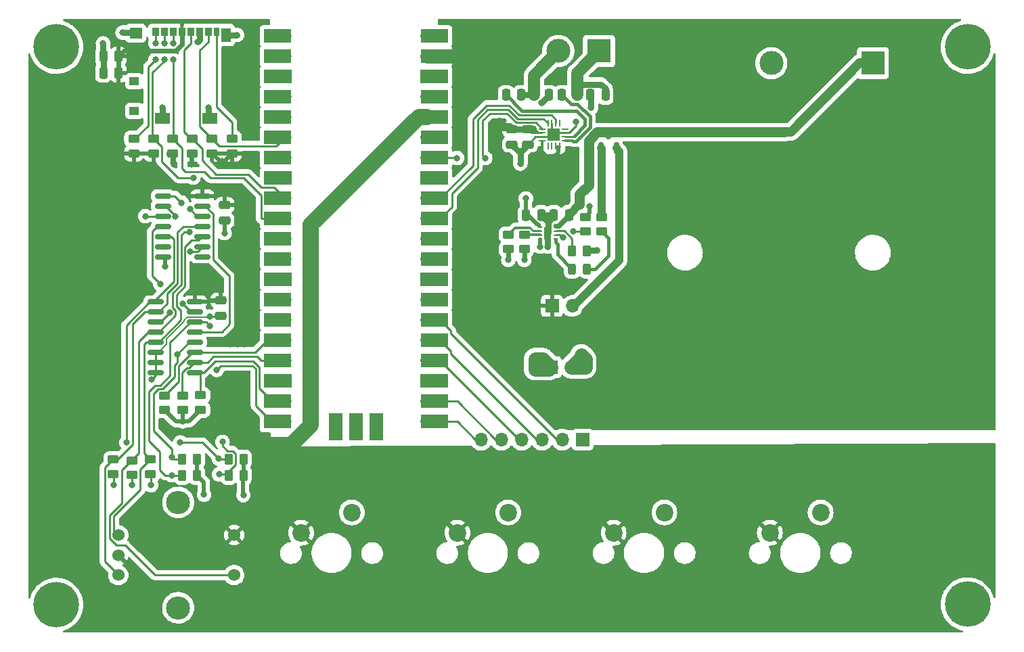
<source format=gtl>
%TF.GenerationSoftware,KiCad,Pcbnew,6.0.11-2627ca5db0~126~ubuntu22.04.1*%
%TF.CreationDate,2024-03-11T23:12:56-04:00*%
%TF.ProjectId,board,626f6172-642e-46b6-9963-61645f706362,rev?*%
%TF.SameCoordinates,Original*%
%TF.FileFunction,Copper,L1,Top*%
%TF.FilePolarity,Positive*%
%FSLAX46Y46*%
G04 Gerber Fmt 4.6, Leading zero omitted, Abs format (unit mm)*
G04 Created by KiCad (PCBNEW 6.0.11-2627ca5db0~126~ubuntu22.04.1) date 2024-03-11 23:12:56*
%MOMM*%
%LPD*%
G01*
G04 APERTURE LIST*
G04 Aperture macros list*
%AMRoundRect*
0 Rectangle with rounded corners*
0 $1 Rounding radius*
0 $2 $3 $4 $5 $6 $7 $8 $9 X,Y pos of 4 corners*
0 Add a 4 corners polygon primitive as box body*
4,1,4,$2,$3,$4,$5,$6,$7,$8,$9,$2,$3,0*
0 Add four circle primitives for the rounded corners*
1,1,$1+$1,$2,$3*
1,1,$1+$1,$4,$5*
1,1,$1+$1,$6,$7*
1,1,$1+$1,$8,$9*
0 Add four rect primitives between the rounded corners*
20,1,$1+$1,$2,$3,$4,$5,0*
20,1,$1+$1,$4,$5,$6,$7,0*
20,1,$1+$1,$6,$7,$8,$9,0*
20,1,$1+$1,$8,$9,$2,$3,0*%
G04 Aperture macros list end*
%TA.AperFunction,SMDPad,CuDef*%
%ADD10RoundRect,0.250000X-0.475000X0.250000X-0.475000X-0.250000X0.475000X-0.250000X0.475000X0.250000X0*%
%TD*%
%TA.AperFunction,SMDPad,CuDef*%
%ADD11RoundRect,0.243750X-0.243750X-0.456250X0.243750X-0.456250X0.243750X0.456250X-0.243750X0.456250X0*%
%TD*%
%TA.AperFunction,SMDPad,CuDef*%
%ADD12RoundRect,0.250000X-0.250000X-0.475000X0.250000X-0.475000X0.250000X0.475000X-0.250000X0.475000X0*%
%TD*%
%TA.AperFunction,SMDPad,CuDef*%
%ADD13RoundRect,0.250000X-0.262500X-0.450000X0.262500X-0.450000X0.262500X0.450000X-0.262500X0.450000X0*%
%TD*%
%TA.AperFunction,SMDPad,CuDef*%
%ADD14RoundRect,0.250000X0.450000X-0.262500X0.450000X0.262500X-0.450000X0.262500X-0.450000X-0.262500X0*%
%TD*%
%TA.AperFunction,SMDPad,CuDef*%
%ADD15RoundRect,0.250000X-0.450000X0.262500X-0.450000X-0.262500X0.450000X-0.262500X0.450000X0.262500X0*%
%TD*%
%TA.AperFunction,SMDPad,CuDef*%
%ADD16RoundRect,0.150000X0.150000X-0.587500X0.150000X0.587500X-0.150000X0.587500X-0.150000X-0.587500X0*%
%TD*%
%TA.AperFunction,SMDPad,CuDef*%
%ADD17RoundRect,0.062500X-0.375000X-0.062500X0.375000X-0.062500X0.375000X0.062500X-0.375000X0.062500X0*%
%TD*%
%TA.AperFunction,SMDPad,CuDef*%
%ADD18RoundRect,0.062500X-0.062500X-0.375000X0.062500X-0.375000X0.062500X0.375000X-0.062500X0.375000X0*%
%TD*%
%TA.AperFunction,SMDPad,CuDef*%
%ADD19R,1.600000X1.600000*%
%TD*%
%TA.AperFunction,SMDPad,CuDef*%
%ADD20RoundRect,0.250000X0.250000X0.475000X-0.250000X0.475000X-0.250000X-0.475000X0.250000X-0.475000X0*%
%TD*%
%TA.AperFunction,ComponentPad*%
%ADD21R,1.700000X1.700000*%
%TD*%
%TA.AperFunction,ComponentPad*%
%ADD22O,1.700000X1.700000*%
%TD*%
%TA.AperFunction,ComponentPad*%
%ADD23C,2.200000*%
%TD*%
%TA.AperFunction,ComponentPad*%
%ADD24C,5.700000*%
%TD*%
%TA.AperFunction,ComponentPad*%
%ADD25R,3.000000X3.000000*%
%TD*%
%TA.AperFunction,ComponentPad*%
%ADD26C,3.000000*%
%TD*%
%TA.AperFunction,SMDPad,CuDef*%
%ADD27R,0.850000X1.100000*%
%TD*%
%TA.AperFunction,SMDPad,CuDef*%
%ADD28R,0.750000X1.100000*%
%TD*%
%TA.AperFunction,SMDPad,CuDef*%
%ADD29R,1.200000X1.000000*%
%TD*%
%TA.AperFunction,SMDPad,CuDef*%
%ADD30R,1.900000X1.350000*%
%TD*%
%TA.AperFunction,SMDPad,CuDef*%
%ADD31R,1.170000X1.800000*%
%TD*%
%TA.AperFunction,SMDPad,CuDef*%
%ADD32R,1.550000X1.350000*%
%TD*%
%TA.AperFunction,SMDPad,CuDef*%
%ADD33RoundRect,0.150000X-0.825000X-0.150000X0.825000X-0.150000X0.825000X0.150000X-0.825000X0.150000X0*%
%TD*%
%TA.AperFunction,SMDPad,CuDef*%
%ADD34R,0.500000X0.250000*%
%TD*%
%TA.AperFunction,SMDPad,CuDef*%
%ADD35R,0.900000X1.600000*%
%TD*%
%TA.AperFunction,ComponentPad*%
%ADD36C,1.524000*%
%TD*%
%TA.AperFunction,ComponentPad*%
%ADD37O,3.000000X2.900000*%
%TD*%
%TA.AperFunction,SMDPad,CuDef*%
%ADD38R,3.500000X1.700000*%
%TD*%
%TA.AperFunction,SMDPad,CuDef*%
%ADD39R,1.700000X3.500000*%
%TD*%
%TA.AperFunction,ViaPad*%
%ADD40C,0.800000*%
%TD*%
%TA.AperFunction,Conductor*%
%ADD41C,1.000000*%
%TD*%
%TA.AperFunction,Conductor*%
%ADD42C,0.250000*%
%TD*%
%TA.AperFunction,Conductor*%
%ADD43C,1.800000*%
%TD*%
%TA.AperFunction,Conductor*%
%ADD44C,0.800000*%
%TD*%
%TA.AperFunction,Conductor*%
%ADD45C,0.500000*%
%TD*%
%TA.AperFunction,Conductor*%
%ADD46C,0.200000*%
%TD*%
%TA.AperFunction,Conductor*%
%ADD47C,0.600000*%
%TD*%
%TA.AperFunction,Conductor*%
%ADD48C,1.500000*%
%TD*%
%TA.AperFunction,Conductor*%
%ADD49C,2.000000*%
%TD*%
%TA.AperFunction,Conductor*%
%ADD50C,1.200000*%
%TD*%
%TA.AperFunction,Conductor*%
%ADD51C,0.400000*%
%TD*%
%TA.AperFunction,Conductor*%
%ADD52C,0.300000*%
%TD*%
%TA.AperFunction,Conductor*%
%ADD53C,1.300000*%
%TD*%
G04 APERTURE END LIST*
D10*
%TO.P,C11,1*%
%TO.N,+3.3V*%
X119050000Y-61800000D03*
%TO.P,C11,2*%
%TO.N,GND*%
X119050000Y-63700000D03*
%TD*%
D11*
%TO.P,D1,1,K*%
%TO.N,Net-(D1-Pad1)*%
X162512500Y-69800000D03*
%TO.P,D1,2,A*%
%TO.N,Net-(D1-Pad2)*%
X164387500Y-69800000D03*
%TD*%
D12*
%TO.P,FB1,1*%
%TO.N,Net-(FB1-Pad1)*%
X161250000Y-48000000D03*
%TO.P,FB1,2*%
%TO.N,Net-(C3-Pad1)*%
X163150000Y-48000000D03*
%TD*%
D13*
%TO.P,R12,1*%
%TO.N,Net-(R12-Pad1)*%
X162537500Y-67525000D03*
%TO.P,R12,2*%
%TO.N,GND*%
X164362500Y-67525000D03*
%TD*%
D14*
%TO.P,R9,1*%
%TO.N,GND*%
X156550000Y-67312500D03*
%TO.P,R9,2*%
%TO.N,Net-(R9-Pad2)*%
X156550000Y-65487500D03*
%TD*%
D13*
%TO.P,R22,1*%
%TO.N,B1*%
X119587500Y-95600000D03*
%TO.P,R22,2*%
%TO.N,GND*%
X121412500Y-95600000D03*
%TD*%
%TO.P,R18,1*%
%TO.N,B2*%
X113750000Y-93600000D03*
%TO.P,R18,2*%
%TO.N,GND*%
X115575000Y-93600000D03*
%TD*%
D15*
%TO.P,R20,1*%
%TO.N,B5*%
X105100000Y-93612500D03*
%TO.P,R20,2*%
%TO.N,GND*%
X105100000Y-95437500D03*
%TD*%
D16*
%TO.P,Q1,1,G*%
%TO.N,Net-(C7-Pad1)*%
X166150000Y-54697500D03*
%TO.P,Q1,2,S*%
%TO.N,Net-(J5-Pad2)*%
X168050000Y-54697500D03*
%TO.P,Q1,3,D*%
%TO.N,Net-(BT1-Pad1)*%
X167100000Y-52822500D03*
%TD*%
D17*
%TO.P,U2,1,DIN*%
%TO.N,GP28*%
X158812500Y-52250000D03*
%TO.P,U2,2,GAIN*%
%TO.N,VDD*%
X158812500Y-52750000D03*
%TO.P,U2,3,GND*%
%TO.N,GND*%
X158812500Y-53250000D03*
%TO.P,U2,4,~{SD_MODE}*%
%TO.N,VDD*%
X158812500Y-53750000D03*
D18*
%TO.P,U2,5*%
%TO.N,N/C*%
X159500000Y-54437500D03*
%TO.P,U2,6*%
X160000000Y-54437500D03*
%TO.P,U2,7,VDD*%
%TO.N,VDD*%
X160500000Y-54437500D03*
%TO.P,U2,8,VDD*%
X161000000Y-54437500D03*
D17*
%TO.P,U2,9,OUTP*%
%TO.N,Net-(FB1-Pad1)*%
X161687500Y-53750000D03*
%TO.P,U2,10,OUTN*%
%TO.N,Net-(FB2-Pad1)*%
X161687500Y-53250000D03*
%TO.P,U2,11,GND*%
%TO.N,GND*%
X161687500Y-52750000D03*
%TO.P,U2,12*%
%TO.N,N/C*%
X161687500Y-52250000D03*
D18*
%TO.P,U2,13*%
X161000000Y-51562500D03*
%TO.P,U2,14,LRCLK*%
%TO.N,GP27*%
X160500000Y-51562500D03*
%TO.P,U2,15,GND*%
%TO.N,GND*%
X160000000Y-51562500D03*
%TO.P,U2,16,BCLK*%
%TO.N,GP26*%
X159500000Y-51562500D03*
D19*
%TO.P,U2,17,THERMAL*%
%TO.N,GND*%
X160250000Y-53000000D03*
%TD*%
D20*
%TO.P,C8,1*%
%TO.N,Net-(BT1-Pad1)*%
X162150000Y-63025000D03*
%TO.P,C8,2*%
%TO.N,GND*%
X160250000Y-63025000D03*
%TD*%
D14*
%TO.P,R7,1*%
%TO.N,+3.3V*%
X107700000Y-55312500D03*
%TO.P,R7,2*%
%TO.N,Net-(J2-Pad1)*%
X107700000Y-53487500D03*
%TD*%
%TO.P,R3,1*%
%TO.N,+3.3V*%
X117500000Y-55325000D03*
%TO.P,R3,2*%
%TO.N,SD_MISO*%
X117500000Y-53500000D03*
%TD*%
%TO.P,R6,1*%
%TO.N,+3.3V*%
X110150000Y-55312500D03*
%TO.P,R6,2*%
%TO.N,SD_CS*%
X110150000Y-53487500D03*
%TD*%
D10*
%TO.P,C2,1*%
%TO.N,VDD*%
X157000000Y-52300000D03*
%TO.P,C2,2*%
%TO.N,GND*%
X157000000Y-54200000D03*
%TD*%
D21*
%TO.P,J3,1,Pin_1*%
%TO.N,GND*%
X163850000Y-91160000D03*
D22*
%TO.P,J3,2,Pin_2*%
%TO.N,Net-(J3-Pad2)*%
X161310000Y-91160000D03*
%TO.P,J3,3,Pin_3*%
%TO.N,Net-(J3-Pad3)*%
X158770000Y-91160000D03*
%TO.P,J3,4,Pin_4*%
%TO.N,Net-(J3-Pad4)*%
X156230000Y-91160000D03*
%TO.P,J3,5,Pin_5*%
%TO.N,Net-(J3-Pad5)*%
X153690000Y-91160000D03*
%TO.P,J3,6,Pin_6*%
%TO.N,Net-(J3-Pad6)*%
X151150000Y-91160000D03*
%TD*%
D14*
%TO.P,R4,1*%
%TO.N,+3.3V*%
X115000000Y-55312500D03*
%TO.P,R4,2*%
%TO.N,SD_CLK*%
X115000000Y-53487500D03*
%TD*%
D23*
%TO.P,SW4,1,1*%
%TO.N,B1*%
X174070000Y-100260000D03*
%TO.P,SW4,2,2*%
%TO.N,+3.3V*%
X167720000Y-102800000D03*
%TD*%
D13*
%TO.P,R17,1*%
%TO.N,B0*%
X113750000Y-95600000D03*
%TO.P,R17,2*%
%TO.N,GND*%
X115575000Y-95600000D03*
%TD*%
D24*
%TO.P,REF3,1*%
%TO.N,N/C*%
X212000000Y-111750000D03*
%TD*%
D14*
%TO.P,R5,1*%
%TO.N,+3.3V*%
X112550000Y-55325000D03*
%TO.P,R5,2*%
%TO.N,SD_MOSI*%
X112550000Y-53500000D03*
%TD*%
D23*
%TO.P,SW2,1,1*%
%TO.N,B2*%
X154520000Y-100260000D03*
%TO.P,SW2,2,2*%
%TO.N,+3.3V*%
X148170000Y-102800000D03*
%TD*%
D10*
%TO.P,C10,1*%
%TO.N,+3.3V*%
X118550000Y-73750000D03*
%TO.P,C10,2*%
%TO.N,GND*%
X118550000Y-75650000D03*
%TD*%
D25*
%TO.P,J1,1,Pin_1*%
%TO.N,Net-(C3-Pad1)*%
X165890000Y-42510000D03*
D26*
%TO.P,J1,2,Pin_2*%
%TO.N,Net-(C4-Pad2)*%
X160810000Y-42510000D03*
%TD*%
D15*
%TO.P,R15,1*%
%TO.N,GP13*%
X113800000Y-85637500D03*
%TO.P,R15,2*%
%TO.N,GND*%
X113800000Y-87462500D03*
%TD*%
%TO.P,R14,1*%
%TO.N,GP12*%
X111550000Y-85637500D03*
%TO.P,R14,2*%
%TO.N,GND*%
X111550000Y-87462500D03*
%TD*%
D12*
%TO.P,FB2,1*%
%TO.N,Net-(FB2-Pad1)*%
X154250000Y-48000000D03*
%TO.P,FB2,2*%
%TO.N,Net-(C4-Pad2)*%
X156150000Y-48000000D03*
%TD*%
D23*
%TO.P,SW5,1,1*%
%TO.N,B3*%
X193620000Y-100260000D03*
%TO.P,SW5,2,2*%
%TO.N,+3.3V*%
X187270000Y-102800000D03*
%TD*%
D27*
%TO.P,J2,1,DAT2*%
%TO.N,Net-(J2-Pad1)*%
X110395000Y-40137500D03*
%TO.P,J2,2,DAT3/CD*%
%TO.N,SD_CS*%
X111495000Y-40137500D03*
%TO.P,J2,3,CMD*%
%TO.N,SD_MOSI*%
X112595000Y-40137500D03*
%TO.P,J2,4,VDD*%
%TO.N,+3.3V*%
X113695000Y-40137500D03*
%TO.P,J2,5,CLK*%
%TO.N,SD_CLK*%
X114795000Y-40137500D03*
%TO.P,J2,6,VSS*%
%TO.N,GND*%
X115895000Y-40137500D03*
%TO.P,J2,7,DAT0*%
%TO.N,SD_MISO*%
X116995000Y-40137500D03*
D28*
%TO.P,J2,8,DAT1*%
%TO.N,Net-(J2-Pad8)*%
X118045000Y-40137500D03*
D29*
%TO.P,J2,9,DET_B*%
%TO.N,unconnected-(J2-Pad9)*%
X107760000Y-46287500D03*
%TO.P,J2,10,DET_A*%
%TO.N,unconnected-(J2-Pad10)*%
X107760000Y-49987500D03*
D30*
%TO.P,J2,11,SHIELD*%
%TO.N,GND*%
X111260000Y-50962500D03*
D31*
X119255000Y-40487500D03*
D30*
X117230000Y-50962500D03*
D32*
X107935000Y-40262500D03*
%TD*%
D14*
%TO.P,R2,1*%
%TO.N,+3.3V*%
X120000000Y-55312500D03*
%TO.P,R2,2*%
%TO.N,Net-(J2-Pad8)*%
X120000000Y-53487500D03*
%TD*%
D24*
%TO.P,REF4,1*%
%TO.N,N/C*%
X212000000Y-42000000D03*
%TD*%
D33*
%TO.P,U5,1,A4*%
%TO.N,B3*%
X110425000Y-73895000D03*
%TO.P,U5,2,A6*%
%TO.N,B5*%
X110425000Y-75165000D03*
%TO.P,U5,3,A*%
%TO.N,GP15*%
X110425000Y-76435000D03*
%TO.P,U5,4,A7*%
%TO.N,B6*%
X110425000Y-77705000D03*
%TO.P,U5,5,A5*%
%TO.N,B4*%
X110425000Y-78975000D03*
%TO.P,U5,6,~{E}*%
%TO.N,GND*%
X110425000Y-80245000D03*
%TO.P,U5,7,VEE*%
X110425000Y-81515000D03*
%TO.P,U5,8,GND*%
X110425000Y-82785000D03*
%TO.P,U5,9,S2*%
%TO.N,GP14*%
X115375000Y-82785000D03*
%TO.P,U5,10,S1*%
%TO.N,GP13*%
X115375000Y-81515000D03*
%TO.P,U5,11,S0*%
%TO.N,GP12*%
X115375000Y-80245000D03*
%TO.P,U5,12,A3*%
%TO.N,B2*%
X115375000Y-78975000D03*
%TO.P,U5,13,A0*%
%TO.N,ANY*%
X115375000Y-77705000D03*
%TO.P,U5,14,A1*%
%TO.N,B0*%
X115375000Y-76435000D03*
%TO.P,U5,15,A2*%
%TO.N,B1*%
X115375000Y-75165000D03*
%TO.P,U5,16,VCC*%
%TO.N,+3.3V*%
X115375000Y-73895000D03*
%TD*%
D24*
%TO.P,REF1,1*%
%TO.N,N/C*%
X98000000Y-42000000D03*
%TD*%
D14*
%TO.P,R8,1*%
%TO.N,GND*%
X154550000Y-67312500D03*
%TO.P,R8,2*%
%TO.N,Net-(R8-Pad2)*%
X154550000Y-65487500D03*
%TD*%
D12*
%TO.P,C7,1*%
%TO.N,Net-(C7-Pad1)*%
X156750000Y-63025000D03*
%TO.P,C7,2*%
%TO.N,GND*%
X158650000Y-63025000D03*
%TD*%
D15*
%TO.P,R10,1*%
%TO.N,Net-(C7-Pad1)*%
X166200000Y-63275000D03*
%TO.P,R10,2*%
%TO.N,Net-(D1-Pad2)*%
X166200000Y-65100000D03*
%TD*%
D20*
%TO.P,C4,1*%
%TO.N,GND*%
X159650000Y-48000000D03*
%TO.P,C4,2*%
%TO.N,Net-(C4-Pad2)*%
X157750000Y-48000000D03*
%TD*%
D13*
%TO.P,R23,1*%
%TO.N,B3*%
X119587500Y-93600000D03*
%TO.P,R23,2*%
%TO.N,GND*%
X121412500Y-93600000D03*
%TD*%
D20*
%TO.P,C5,1*%
%TO.N,+3.3V*%
X105770000Y-43180000D03*
%TO.P,C5,2*%
%TO.N,GND*%
X103870000Y-43180000D03*
%TD*%
D34*
%TO.P,U3,1,IN*%
%TO.N,Net-(C7-Pad1)*%
X158540000Y-64540000D03*
%TO.P,U3,2,ISET*%
%TO.N,Net-(R8-Pad2)*%
X158540000Y-65040000D03*
%TO.P,U3,3,TS*%
%TO.N,Net-(R9-Pad2)*%
X158540000Y-65540000D03*
%TO.P,U3,4,GND*%
%TO.N,GND*%
X158540000Y-66040000D03*
%TO.P,U3,5,STAT*%
%TO.N,Net-(D1-Pad1)*%
X160440000Y-66040000D03*
%TO.P,U3,6,TMR*%
%TO.N,Net-(R11-Pad1)*%
X160440000Y-65540000D03*
%TO.P,U3,7,VSET*%
%TO.N,Net-(R12-Pad1)*%
X160440000Y-65040000D03*
%TO.P,U3,8,OUT*%
%TO.N,Net-(BT1-Pad1)*%
X160440000Y-64540000D03*
D35*
%TO.P,U3,9,PAD*%
%TO.N,GND*%
X159490000Y-65290000D03*
%TD*%
D15*
%TO.P,R19,1*%
%TO.N,B4*%
X109750000Y-93625000D03*
%TO.P,R19,2*%
%TO.N,GND*%
X109750000Y-95450000D03*
%TD*%
D23*
%TO.P,SW1,1,1*%
%TO.N,B0*%
X134970000Y-100260000D03*
%TO.P,SW1,2,2*%
%TO.N,+3.3V*%
X128620000Y-102800000D03*
%TD*%
D21*
%TO.P,J5,1,Pin_1*%
%TO.N,VDD*%
X160005000Y-74420000D03*
D22*
%TO.P,J5,2,Pin_2*%
%TO.N,Net-(J5-Pad2)*%
X162545000Y-74420000D03*
%TD*%
D20*
%TO.P,C3,1*%
%TO.N,Net-(C3-Pad1)*%
X166700000Y-48000000D03*
%TO.P,C3,2*%
%TO.N,GND*%
X164800000Y-48000000D03*
%TD*%
D15*
%TO.P,R16,1*%
%TO.N,GP14*%
X116050000Y-85587500D03*
%TO.P,R16,2*%
%TO.N,GND*%
X116050000Y-87412500D03*
%TD*%
D36*
%TO.P,SW3,A,A*%
%TO.N,B4*%
X105750000Y-103100000D03*
%TO.P,SW3,B,B*%
%TO.N,B5*%
X105750000Y-108100000D03*
%TO.P,SW3,C,C*%
%TO.N,+3.3V*%
X105750000Y-105600000D03*
%TO.P,SW3,S1,S1*%
X120250000Y-103100000D03*
%TO.P,SW3,S2,S2*%
%TO.N,B6*%
X120250000Y-108100000D03*
D37*
%TO.P,SW3,SH*%
%TO.N,N/C*%
X113250000Y-112200000D03*
X113250000Y-99000000D03*
%TD*%
D10*
%TO.P,C1,1*%
%TO.N,VDD*%
X155000000Y-52300000D03*
%TO.P,C1,2*%
%TO.N,GND*%
X155000000Y-54200000D03*
%TD*%
D24*
%TO.P,REF2,1*%
%TO.N,N/C*%
X98000000Y-111800000D03*
%TD*%
D20*
%TO.P,C6,1*%
%TO.N,+3.3V*%
X105770000Y-45240000D03*
%TO.P,C6,2*%
%TO.N,GND*%
X103870000Y-45240000D03*
%TD*%
D21*
%TO.P,J4,1,Pin_1*%
%TO.N,Net-(C7-Pad1)*%
X159845000Y-82080000D03*
D22*
%TO.P,J4,2,Pin_2*%
%TO.N,/Power2/USB_VBUS*%
X162385000Y-82080000D03*
%TD*%
D15*
%TO.P,R21,1*%
%TO.N,B6*%
X107500000Y-93737500D03*
%TO.P,R21,2*%
%TO.N,GND*%
X107500000Y-95562500D03*
%TD*%
D33*
%TO.P,U6,1*%
%TO.N,Net-(U6-Pad1)*%
X111325000Y-60640000D03*
%TO.P,U6,2*%
%TO.N,B0*%
X111325000Y-61910000D03*
%TO.P,U6,3*%
%TO.N,B1*%
X111325000Y-63180000D03*
%TO.P,U6,4*%
%TO.N,B2*%
X111325000Y-64450000D03*
%TO.P,U6,5*%
%TO.N,B3*%
X111325000Y-65720000D03*
%TO.P,U6,6*%
%TO.N,N/C*%
X111325000Y-66990000D03*
%TO.P,U6,7,VSS*%
%TO.N,GND*%
X111325000Y-68260000D03*
%TO.P,U6,8*%
%TO.N,N/C*%
X116275000Y-68260000D03*
%TO.P,U6,9*%
%TO.N,Net-(U6-Pad1)*%
X116275000Y-66990000D03*
%TO.P,U6,10*%
%TO.N,B4*%
X116275000Y-65720000D03*
%TO.P,U6,11*%
%TO.N,B5*%
X116275000Y-64450000D03*
%TO.P,U6,12*%
%TO.N,B6*%
X116275000Y-63180000D03*
%TO.P,U6,13*%
%TO.N,ANY*%
X116275000Y-61910000D03*
%TO.P,U6,14,VDD*%
%TO.N,+3.3V*%
X116275000Y-60640000D03*
%TD*%
D38*
%TO.P,U1,1,GPIO0*%
%TO.N,unconnected-(U1-Pad1)*%
X125710000Y-40625000D03*
D22*
X126610000Y-40625000D03*
%TO.P,U1,2,GPIO1*%
%TO.N,unconnected-(U1-Pad2)*%
X126610000Y-43165000D03*
D38*
X125710000Y-43165000D03*
%TO.P,U1,3,GND*%
%TO.N,GND*%
X125710000Y-45705000D03*
D21*
X126610000Y-45705000D03*
D38*
%TO.P,U1,4,GPIO2*%
%TO.N,unconnected-(U1-Pad4)*%
X125710000Y-48245000D03*
D22*
X126610000Y-48245000D03*
D38*
%TO.P,U1,5,GPIO3*%
%TO.N,unconnected-(U1-Pad5)*%
X125710000Y-50785000D03*
D22*
X126610000Y-50785000D03*
D38*
%TO.P,U1,6,GPIO4*%
%TO.N,SD_MISO*%
X125710000Y-53325000D03*
D22*
X126610000Y-53325000D03*
D38*
%TO.P,U1,7,GPIO5*%
%TO.N,SD_CS*%
X125710000Y-55865000D03*
D22*
X126610000Y-55865000D03*
D21*
%TO.P,U1,8,GND*%
%TO.N,GND*%
X126610000Y-58405000D03*
D38*
X125710000Y-58405000D03*
%TO.P,U1,9,GPIO6*%
%TO.N,SD_CLK*%
X125710000Y-60945000D03*
D22*
X126610000Y-60945000D03*
%TO.P,U1,10,GPIO7*%
%TO.N,SD_MOSI*%
X126610000Y-63485000D03*
D38*
X125710000Y-63485000D03*
%TO.P,U1,11,GPIO8*%
%TO.N,unconnected-(U1-Pad11)*%
X125710000Y-66025000D03*
D22*
X126610000Y-66025000D03*
%TO.P,U1,12,GPIO9*%
%TO.N,unconnected-(U1-Pad12)*%
X126610000Y-68565000D03*
D38*
X125710000Y-68565000D03*
D21*
%TO.P,U1,13,GND*%
%TO.N,GND*%
X126610000Y-71105000D03*
D38*
X125710000Y-71105000D03*
D22*
%TO.P,U1,14,GPIO10*%
%TO.N,unconnected-(U1-Pad14)*%
X126610000Y-73645000D03*
D38*
X125710000Y-73645000D03*
%TO.P,U1,15,GPIO11*%
%TO.N,unconnected-(U1-Pad15)*%
X125710000Y-76185000D03*
D22*
X126610000Y-76185000D03*
%TO.P,U1,16,GPIO12*%
%TO.N,GP12*%
X126610000Y-78725000D03*
D38*
X125710000Y-78725000D03*
D22*
%TO.P,U1,17,GPIO13*%
%TO.N,GP13*%
X126610000Y-81265000D03*
D38*
X125710000Y-81265000D03*
%TO.P,U1,18,GND*%
%TO.N,GND*%
X125710000Y-83805000D03*
D21*
X126610000Y-83805000D03*
D22*
%TO.P,U1,19,GPIO14*%
%TO.N,GP14*%
X126610000Y-86345000D03*
D38*
X125710000Y-86345000D03*
D22*
%TO.P,U1,20,GPIO15*%
%TO.N,GP15*%
X126610000Y-88885000D03*
D38*
X125710000Y-88885000D03*
D22*
%TO.P,U1,21,GPIO16*%
%TO.N,Net-(J3-Pad6)*%
X144390000Y-88885000D03*
D38*
X145290000Y-88885000D03*
D22*
%TO.P,U1,22,GPIO17*%
%TO.N,Net-(J3-Pad5)*%
X144390000Y-86345000D03*
D38*
X145290000Y-86345000D03*
%TO.P,U1,23,GND*%
%TO.N,GND*%
X145290000Y-83805000D03*
D21*
X144390000Y-83805000D03*
D22*
%TO.P,U1,24,GPIO18*%
%TO.N,Net-(J3-Pad4)*%
X144390000Y-81265000D03*
D38*
X145290000Y-81265000D03*
D22*
%TO.P,U1,25,GPIO19*%
%TO.N,Net-(J3-Pad3)*%
X144390000Y-78725000D03*
D38*
X145290000Y-78725000D03*
D22*
%TO.P,U1,26,GPIO20*%
%TO.N,Net-(J3-Pad2)*%
X144390000Y-76185000D03*
D38*
X145290000Y-76185000D03*
D22*
%TO.P,U1,27,GPIO21*%
%TO.N,unconnected-(U1-Pad27)*%
X144390000Y-73645000D03*
D38*
X145290000Y-73645000D03*
%TO.P,U1,28,GND*%
%TO.N,GND*%
X145290000Y-71105000D03*
D21*
X144390000Y-71105000D03*
D38*
%TO.P,U1,29,GPIO22*%
%TO.N,unconnected-(U1-Pad29)*%
X145290000Y-68565000D03*
D22*
X144390000Y-68565000D03*
D38*
%TO.P,U1,30,RUN*%
%TO.N,unconnected-(U1-Pad30)*%
X145290000Y-66025000D03*
D22*
X144390000Y-66025000D03*
%TO.P,U1,31,GPIO26_ADC0*%
%TO.N,GP26*%
X144390000Y-63485000D03*
D38*
X145290000Y-63485000D03*
D22*
%TO.P,U1,32,GPIO27_ADC1*%
%TO.N,GP27*%
X144390000Y-60945000D03*
D38*
X145290000Y-60945000D03*
%TO.P,U1,33,AGND*%
%TO.N,GND*%
X145290000Y-58405000D03*
D21*
X144390000Y-58405000D03*
D38*
%TO.P,U1,34,GPIO28_ADC2*%
%TO.N,GP28*%
X145290000Y-55865000D03*
D22*
X144390000Y-55865000D03*
%TO.P,U1,35,ADC_VREF*%
%TO.N,unconnected-(U1-Pad35)*%
X144390000Y-53325000D03*
D38*
X145290000Y-53325000D03*
%TO.P,U1,36,3V3*%
%TO.N,+3.3V*%
X145290000Y-50785000D03*
D22*
X144390000Y-50785000D03*
%TO.P,U1,37,3V3_EN*%
%TO.N,unconnected-(U1-Pad37)*%
X144390000Y-48245000D03*
D38*
X145290000Y-48245000D03*
D21*
%TO.P,U1,38,GND*%
%TO.N,GND*%
X144390000Y-45705000D03*
D38*
X145290000Y-45705000D03*
D22*
%TO.P,U1,39,VSYS*%
%TO.N,VDD*%
X144390000Y-43165000D03*
D38*
X145290000Y-43165000D03*
D22*
%TO.P,U1,40,VBUS*%
%TO.N,/Power2/USB_VBUS*%
X144390000Y-40625000D03*
D38*
X145290000Y-40625000D03*
D22*
%TO.P,U1,41,SWCLK*%
%TO.N,unconnected-(U1-Pad41)*%
X132960000Y-88655000D03*
D39*
X132960000Y-89555000D03*
%TO.P,U1,42,GND*%
%TO.N,unconnected-(U1-Pad42)*%
X135500000Y-89555000D03*
D21*
X135500000Y-88655000D03*
D22*
%TO.P,U1,43,SWDIO*%
%TO.N,unconnected-(U1-Pad43)*%
X138040000Y-88655000D03*
D39*
X138040000Y-89555000D03*
%TD*%
D25*
%TO.P,BT1,1,+*%
%TO.N,Net-(BT1-Pad1)*%
X200150000Y-44030000D03*
D26*
%TO.P,BT1,2,-*%
%TO.N,GND*%
X187450000Y-44030000D03*
%TD*%
D14*
%TO.P,R11,1*%
%TO.N,Net-(R11-Pad1)*%
X164200000Y-65100000D03*
%TO.P,R11,2*%
%TO.N,GND*%
X164200000Y-63275000D03*
%TD*%
D40*
%TO.N,VDD*%
X175510000Y-50300000D03*
X149950000Y-49750000D03*
X152750000Y-52050000D03*
X174510000Y-50300000D03*
X153400000Y-51350000D03*
X150600000Y-49050000D03*
X175620000Y-54920000D03*
X174620000Y-54940000D03*
%TO.N,GND*%
X113800000Y-88850000D03*
X119050000Y-65300000D03*
X116480000Y-98040000D03*
X154550000Y-68650000D03*
X163050000Y-51400000D03*
X164900000Y-49600000D03*
X120600000Y-40500000D03*
X158550000Y-67000000D03*
X121400000Y-98100000D03*
X111650000Y-69500000D03*
X165650000Y-67450000D03*
X109900000Y-83650000D03*
X159500000Y-65275000D03*
X156050000Y-56600000D03*
X109850000Y-96850000D03*
X107500000Y-96850000D03*
X117000000Y-49600000D03*
X117216970Y-75742744D03*
X156550000Y-68650000D03*
X115700000Y-41350000D03*
X106300000Y-40200000D03*
X164720759Y-61979241D03*
X159450500Y-67000000D03*
X160250000Y-53000000D03*
X105150000Y-96850000D03*
X103850000Y-41550000D03*
X111250000Y-49550000D03*
X158700000Y-49025500D03*
%TO.N,+3.3V*%
X116800000Y-69850000D03*
X110150000Y-56700000D03*
X120650000Y-83100000D03*
X107800000Y-44850000D03*
X119500000Y-44850000D03*
X121300000Y-69850000D03*
X119250000Y-48300000D03*
X121650000Y-83100000D03*
X121500000Y-79200000D03*
X114900000Y-56700000D03*
X119750000Y-79200000D03*
X112750000Y-56700000D03*
X119750000Y-83100000D03*
X121300000Y-70700000D03*
X116800000Y-70650000D03*
X107800000Y-48300000D03*
X120650000Y-79200000D03*
X118350000Y-56650000D03*
%TO.N,/Power2/USB_VBUS*%
X163680000Y-80600000D03*
X164170000Y-82100000D03*
%TO.N,Net-(J2-Pad1)*%
X110400000Y-43600000D03*
X110400000Y-41500000D03*
%TO.N,SD_CS*%
X111500000Y-43600000D03*
X111500000Y-41500000D03*
X115150000Y-58350000D03*
%TO.N,SD_MOSI*%
X112600000Y-43600000D03*
X112600000Y-41500000D03*
%TO.N,Net-(R11-Pad1)*%
X162662299Y-65087701D03*
X161387701Y-65862299D03*
%TO.N,B0*%
X112450000Y-95600000D03*
X117227250Y-76892750D03*
X112925500Y-63250000D03*
%TO.N,B2*%
X111020000Y-71680000D03*
X113130000Y-80460000D03*
X112450000Y-93350000D03*
%TO.N,B6*%
X114690000Y-65174500D03*
X114747294Y-62320681D03*
%TO.N,B1*%
X109140000Y-63170000D03*
X118350000Y-95500000D03*
X113808729Y-74155765D03*
X118790000Y-91440000D03*
%TO.N,B3*%
X118325000Y-93525000D03*
X106750000Y-91500000D03*
X113500000Y-91500000D03*
%TO.N,GP15*%
X112180353Y-75270353D03*
X118075500Y-82424500D03*
%TO.N,GP28*%
X151650000Y-55900000D03*
X148150000Y-55900000D03*
%TO.N,Net-(C7-Pad1)*%
X166200000Y-60350000D03*
X157890000Y-82320000D03*
X156740000Y-60960000D03*
X157890000Y-81080000D03*
%TO.N,Net-(U6-Pad1)*%
X114790000Y-67600000D03*
X113680000Y-61490000D03*
%TD*%
D41*
%TO.N,VDD*%
X154750000Y-52050000D02*
X155000000Y-52300000D01*
D42*
X157450000Y-52750000D02*
X157000000Y-52300000D01*
X159360000Y-55580000D02*
X159270000Y-55490000D01*
X160320000Y-55490000D02*
X160670000Y-55140000D01*
X160500000Y-54437500D02*
X160500000Y-54525000D01*
X158660000Y-53902500D02*
X158812500Y-53750000D01*
D43*
X144390000Y-43165000D02*
X149895000Y-43165000D01*
D42*
X157750000Y-52100000D02*
X157200000Y-52100000D01*
D41*
X154350000Y-52050000D02*
X154750000Y-52050000D01*
X153400000Y-51350000D02*
X153400000Y-51400000D01*
D42*
X161000000Y-54437500D02*
X160880000Y-54557500D01*
X160880000Y-55210000D02*
X160670000Y-55420000D01*
X160670000Y-55420000D02*
X160670000Y-54607500D01*
D44*
X155000000Y-52300000D02*
X157000000Y-52300000D01*
D42*
X158300000Y-52750000D02*
X157850000Y-52300000D01*
X157950000Y-52373008D02*
X157950000Y-52300000D01*
X159270000Y-55490000D02*
X158660000Y-54880000D01*
X157950000Y-52373008D02*
X157950000Y-52100000D01*
X158812500Y-52750000D02*
X157950000Y-52750000D01*
X159270000Y-55490000D02*
X160320000Y-55490000D01*
X160670000Y-54607500D02*
X160500000Y-54437500D01*
X160670000Y-55420000D02*
X160670000Y-55140000D01*
X160510000Y-55580000D02*
X159360000Y-55580000D01*
D41*
X154100000Y-52050000D02*
X154350000Y-52050000D01*
D42*
X157200000Y-52100000D02*
X157000000Y-52300000D01*
X160510000Y-55580000D02*
X160670000Y-55420000D01*
X157850000Y-52300000D02*
X157000000Y-52300000D01*
X158812500Y-52750000D02*
X158300000Y-52750000D01*
X158812500Y-53750000D02*
X158812500Y-55032500D01*
X160880000Y-54557500D02*
X160880000Y-55210000D01*
X157950000Y-52750000D02*
X157500000Y-52300000D01*
D45*
X155000000Y-52250000D02*
X155000000Y-52300000D01*
D42*
X161000000Y-54437500D02*
X160500000Y-54437500D01*
X157950000Y-52300000D02*
X157750000Y-52100000D01*
X157775000Y-51925000D02*
X157375000Y-51925000D01*
D41*
X152750000Y-52050000D02*
X154350000Y-52050000D01*
D42*
X158660000Y-54880000D02*
X158660000Y-53902500D01*
X158812500Y-52750000D02*
X158326992Y-52750000D01*
X157500000Y-52300000D02*
X157000000Y-52300000D01*
D41*
X153400000Y-51350000D02*
X154100000Y-52050000D01*
D42*
X158326992Y-52750000D02*
X157950000Y-52373008D01*
X158812500Y-52750000D02*
X157450000Y-52750000D01*
X157950000Y-52100000D02*
X157775000Y-51925000D01*
X158812500Y-55032500D02*
X159360000Y-55580000D01*
X157375000Y-51925000D02*
X157000000Y-52300000D01*
X160670000Y-54767500D02*
X161000000Y-54437500D01*
X160670000Y-55140000D02*
X160670000Y-54767500D01*
D41*
X153400000Y-51400000D02*
X152750000Y-52050000D01*
D44*
%TO.N,GND*%
X156050000Y-55150000D02*
X157000000Y-54200000D01*
D45*
X164720759Y-62754241D02*
X164200000Y-63275000D01*
X121380000Y-98080000D02*
X121380000Y-95670000D01*
D44*
X103870000Y-43180000D02*
X103870000Y-45240000D01*
X115895000Y-41155000D02*
X115895000Y-40137500D01*
X158700000Y-49025500D02*
X159650000Y-48075500D01*
D46*
X114012299Y-76186305D02*
X114012299Y-76365492D01*
D47*
X159450500Y-65324500D02*
X159500000Y-65275000D01*
D44*
X160250000Y-63025000D02*
X160250000Y-63125000D01*
X165650000Y-67450000D02*
X164437500Y-67450000D01*
X111250000Y-50952500D02*
X111260000Y-50962500D01*
X107872500Y-40200000D02*
X107935000Y-40262500D01*
X160250000Y-63125000D02*
X159500000Y-63875000D01*
X115700000Y-41350000D02*
X115895000Y-41155000D01*
D45*
X121400000Y-98100000D02*
X121380000Y-98080000D01*
D42*
X107500000Y-96850000D02*
X107500000Y-95562500D01*
D45*
X164720759Y-61979241D02*
X164720759Y-62754241D01*
D42*
X159500000Y-53250000D02*
X158812500Y-53250000D01*
D44*
X103850000Y-43160000D02*
X103870000Y-43180000D01*
D42*
X158550000Y-67000000D02*
X158550000Y-66025000D01*
D45*
X158550000Y-67000000D02*
X158550000Y-66125000D01*
X119050000Y-65300000D02*
X119050000Y-63700000D01*
D44*
X156050000Y-56600000D02*
X156050000Y-55250000D01*
X106300000Y-40200000D02*
X107872500Y-40200000D01*
D42*
X109850000Y-95550000D02*
X109750000Y-95450000D01*
X160000000Y-52750000D02*
X159500000Y-53250000D01*
D44*
X164437500Y-67450000D02*
X164362500Y-67525000D01*
D42*
X121456299Y-95593701D02*
X121380000Y-95670000D01*
D46*
X110766396Y-80245000D02*
X110425000Y-80245000D01*
D42*
X157950000Y-53250000D02*
X157000000Y-54200000D01*
D46*
X111810000Y-79201396D02*
X110766396Y-80245000D01*
D42*
X110425000Y-80200000D02*
X110425000Y-81470000D01*
D44*
X120600000Y-40500000D02*
X119267500Y-40500000D01*
D46*
X114012299Y-76365492D02*
X111810000Y-78567791D01*
X111810000Y-78567791D02*
X111810000Y-79201396D01*
D44*
X159500000Y-65275000D02*
X159500000Y-63875000D01*
D47*
X154550000Y-68650000D02*
X154550000Y-67312500D01*
D45*
X111650000Y-68585000D02*
X111325000Y-68260000D01*
D44*
X119267500Y-40500000D02*
X119255000Y-40487500D01*
D42*
X163050000Y-51400000D02*
X163050000Y-51873008D01*
X105150000Y-96850000D02*
X105150000Y-95487500D01*
D44*
X159650000Y-48075500D02*
X159650000Y-48000000D01*
D42*
X160500000Y-52750000D02*
X160250000Y-53000000D01*
D45*
X112937500Y-88850000D02*
X111550000Y-87462500D01*
D42*
X110425000Y-83125000D02*
X109900000Y-83650000D01*
D45*
X116480000Y-98040000D02*
X116480000Y-96505000D01*
D44*
X156050000Y-56600000D02*
X156050000Y-55150000D01*
X117000000Y-49600000D02*
X117000000Y-50732500D01*
X159450500Y-67000000D02*
X159450500Y-65324500D01*
X164900000Y-49600000D02*
X164900000Y-48100000D01*
D46*
X117216970Y-75742744D02*
X117147415Y-75812299D01*
D45*
X121412500Y-95600000D02*
X121412500Y-93600000D01*
D44*
X164900000Y-48100000D02*
X164800000Y-48000000D01*
D42*
X110425000Y-81470000D02*
X110425000Y-83125000D01*
X110626751Y-80200000D02*
X110425000Y-80200000D01*
D44*
X156050000Y-55250000D02*
X155000000Y-54200000D01*
D42*
X162173008Y-52750000D02*
X161687500Y-52750000D01*
D46*
X117147415Y-75812299D02*
X114386305Y-75812299D01*
D45*
X115575000Y-95600000D02*
X115575000Y-93600000D01*
D42*
X161687500Y-52750000D02*
X160500000Y-52750000D01*
X105150000Y-95487500D02*
X105100000Y-95437500D01*
X109850000Y-96850000D02*
X109850000Y-95550000D01*
D46*
X114386305Y-75812299D02*
X114012299Y-76186305D01*
D45*
X113800000Y-88850000D02*
X112937500Y-88850000D01*
D44*
X159500000Y-63875000D02*
X158650000Y-63025000D01*
D45*
X111650000Y-69500000D02*
X111650000Y-68585000D01*
X116480000Y-96505000D02*
X115575000Y-95600000D01*
D42*
X160000000Y-51562500D02*
X160000000Y-52750000D01*
D44*
X111250000Y-49550000D02*
X111250000Y-50952500D01*
X103850000Y-41550000D02*
X103850000Y-43160000D01*
D45*
X113800000Y-88850000D02*
X114612500Y-88850000D01*
D42*
X158812500Y-53250000D02*
X157950000Y-53250000D01*
D44*
X158650000Y-63025000D02*
X160250000Y-63025000D01*
D42*
X117216970Y-75742744D02*
X118457256Y-75742744D01*
D44*
X117000000Y-50732500D02*
X117230000Y-50962500D01*
D45*
X114612500Y-88850000D02*
X116050000Y-87412500D01*
X113800000Y-88850000D02*
X113800000Y-87462500D01*
D42*
X118457256Y-75742744D02*
X118550000Y-75650000D01*
X163050000Y-51873008D02*
X162173008Y-52750000D01*
D47*
X156550000Y-68650000D02*
X156550000Y-67312500D01*
D44*
%TO.N,Net-(C3-Pad1)*%
X163725000Y-46675000D02*
X163150000Y-47250000D01*
X166125000Y-46675000D02*
X163725000Y-46675000D01*
D48*
X163150000Y-45250000D02*
X165890000Y-42510000D01*
D44*
X163150000Y-47250000D02*
X163150000Y-48000000D01*
D48*
X163150000Y-48000000D02*
X163150000Y-45250000D01*
D44*
X166700000Y-47250000D02*
X166125000Y-46675000D01*
X166700000Y-48000000D02*
X166700000Y-47250000D01*
D48*
%TO.N,Net-(C4-Pad2)*%
X157750000Y-48000000D02*
X157750000Y-45570000D01*
X157750000Y-45570000D02*
X160810000Y-42510000D01*
D44*
X156150000Y-48000000D02*
X157750000Y-48000000D01*
D45*
%TO.N,+3.3V*%
X117500000Y-55325000D02*
X119987500Y-55325000D01*
D47*
X105770000Y-43180000D02*
X105750000Y-43200000D01*
D49*
X127350000Y-91850000D02*
X123330000Y-91850000D01*
D42*
X118450000Y-73850000D02*
X118550000Y-73750000D01*
D49*
X129850000Y-64265000D02*
X129850000Y-89350000D01*
D45*
X118350000Y-56650000D02*
X118350000Y-56175000D01*
D42*
X116125000Y-73850000D02*
X118450000Y-73850000D01*
D45*
X118662500Y-56650000D02*
X120000000Y-55312500D01*
X107700000Y-55312500D02*
X110150000Y-55312500D01*
D44*
X120650000Y-85990000D02*
X120350000Y-86290000D01*
D45*
X118350000Y-56175000D02*
X117500000Y-55325000D01*
X114900000Y-56700000D02*
X114900000Y-55412500D01*
D47*
X105750000Y-45220000D02*
X105770000Y-45240000D01*
D44*
X120650000Y-83100000D02*
X121650000Y-83100000D01*
D47*
X105770000Y-45240000D02*
X105770000Y-43180000D01*
D44*
X119750000Y-83100000D02*
X120650000Y-83100000D01*
D49*
X123330000Y-91850000D02*
X120350000Y-88870000D01*
X129850000Y-89350000D02*
X127350000Y-91850000D01*
D45*
X112750000Y-55525000D02*
X112550000Y-55325000D01*
D47*
X105750000Y-43200000D02*
X105750000Y-45220000D01*
D45*
X119987500Y-55325000D02*
X120000000Y-55312500D01*
D44*
X119750000Y-85690000D02*
X120350000Y-86290000D01*
D45*
X110150000Y-56700000D02*
X110150000Y-55312500D01*
X112750000Y-56700000D02*
X112750000Y-55525000D01*
X114900000Y-55412500D02*
X115000000Y-55312500D01*
X118350000Y-56650000D02*
X118662500Y-56650000D01*
D47*
X106450000Y-42500000D02*
X112900000Y-42500000D01*
D44*
X121650000Y-84990000D02*
X120350000Y-86290000D01*
D49*
X120350000Y-88870000D02*
X120350000Y-86290000D01*
D44*
X121650000Y-83100000D02*
X121650000Y-84990000D01*
D47*
X105770000Y-43180000D02*
X106450000Y-42500000D01*
D49*
X143330000Y-50785000D02*
X129850000Y-64265000D01*
X144390000Y-50785000D02*
X143330000Y-50785000D01*
D50*
X120650000Y-83100000D02*
X120650000Y-85990000D01*
D47*
X112900000Y-42500000D02*
X113695000Y-41705000D01*
X113695000Y-41705000D02*
X113695000Y-40137500D01*
D44*
X119750000Y-83100000D02*
X119750000Y-85690000D01*
D43*
%TO.N,/Power2/USB_VBUS*%
X163680000Y-80600000D02*
X163680000Y-80785000D01*
X163815000Y-82100000D02*
X164170000Y-82100000D01*
X164170000Y-82100000D02*
X162405000Y-82100000D01*
X163680000Y-80600000D02*
X164170000Y-81090000D01*
X162405000Y-82100000D02*
X162385000Y-82080000D01*
X163680000Y-80785000D02*
X162385000Y-82080000D01*
X163680000Y-80600000D02*
X163680000Y-81965000D01*
X164170000Y-81090000D02*
X164170000Y-82100000D01*
X163680000Y-81965000D02*
X163815000Y-82100000D01*
D51*
%TO.N,Net-(D1-Pad1)*%
X160450000Y-66450000D02*
X160450000Y-66065000D01*
X160700000Y-67987500D02*
X160700000Y-66700000D01*
X162512500Y-69800000D02*
X160700000Y-67987500D01*
X160700000Y-66700000D02*
X160450000Y-66450000D01*
X160450000Y-66065000D02*
X160440000Y-66065000D01*
%TO.N,Net-(D1-Pad2)*%
X167050000Y-68150000D02*
X167050000Y-65950000D01*
X165400000Y-69800000D02*
X167050000Y-68150000D01*
X167050000Y-65950000D02*
X166200000Y-65100000D01*
X164387500Y-69800000D02*
X165400000Y-69800000D01*
%TO.N,Net-(FB1-Pad1)*%
X163200000Y-49150000D02*
X162400000Y-49150000D01*
X163035076Y-53780000D02*
X164750000Y-52065076D01*
D52*
X162650000Y-53780000D02*
X162620000Y-53750000D01*
D51*
X162400000Y-49150000D02*
X161250000Y-48000000D01*
X162650000Y-53780000D02*
X163035076Y-53780000D01*
X164750000Y-50700000D02*
X163200000Y-49150000D01*
D52*
X162620000Y-53750000D02*
X161687500Y-53750000D01*
D51*
X164750000Y-52065076D02*
X164750000Y-50700000D01*
D42*
%TO.N,Net-(FB2-Pad1)*%
X161687500Y-53250000D02*
X161692500Y-53255000D01*
X161692500Y-53255000D02*
X162800000Y-53255000D01*
D51*
X154250000Y-48000000D02*
X156275000Y-50025000D01*
X164150000Y-51050000D02*
X164150000Y-51816548D01*
X156275000Y-50025000D02*
X163125000Y-50025000D01*
X163125000Y-50025000D02*
X164150000Y-51050000D01*
X164150000Y-51816548D02*
X162833274Y-53133274D01*
D42*
%TO.N,Net-(J2-Pad1)*%
X108000000Y-53337500D02*
X109500000Y-51837500D01*
X109500000Y-44500000D02*
X110395000Y-43605000D01*
X110400000Y-41500000D02*
X110400000Y-40142500D01*
X109500000Y-51837500D02*
X109500000Y-44500000D01*
X110395000Y-43605000D02*
X110400000Y-43600000D01*
X110400000Y-40142500D02*
X110395000Y-40137500D01*
%TO.N,SD_CS*%
X111175000Y-56325000D02*
X111175000Y-54512500D01*
X111500000Y-43700000D02*
X109985000Y-45215000D01*
X109985000Y-45215000D02*
X109985000Y-53322500D01*
X113250000Y-58400000D02*
X111175000Y-56325000D01*
X111500000Y-41500000D02*
X111500000Y-40142500D01*
X111500000Y-43600000D02*
X111500000Y-43700000D01*
X111175000Y-54512500D02*
X110150000Y-53487500D01*
X115150000Y-58350000D02*
X115100000Y-58400000D01*
X111500000Y-40142500D02*
X111495000Y-40137500D01*
X109985000Y-53322500D02*
X110162500Y-53500000D01*
X115100000Y-58400000D02*
X113250000Y-58400000D01*
%TO.N,SD_MOSI*%
X126610000Y-63485000D02*
X123635000Y-63485000D01*
X123600000Y-63450000D02*
X123600000Y-60550000D01*
X117300000Y-58400000D02*
X116525000Y-57625000D01*
X112600000Y-41500000D02*
X112595000Y-41495000D01*
X116525000Y-57625000D02*
X114175000Y-57625000D01*
X113750000Y-54700000D02*
X112550000Y-53500000D01*
X112595000Y-41495000D02*
X112595000Y-40137500D01*
X121450000Y-58400000D02*
X117300000Y-58400000D01*
X112600000Y-53450000D02*
X112600000Y-43600000D01*
X112550000Y-53500000D02*
X112600000Y-53450000D01*
X114175000Y-57625000D02*
X113750000Y-57200000D01*
X123635000Y-63485000D02*
X123600000Y-63450000D01*
X123600000Y-60550000D02*
X121450000Y-58400000D01*
X113750000Y-57200000D02*
X113750000Y-54700000D01*
%TO.N,SD_CLK*%
X122005000Y-57950000D02*
X117975431Y-57950000D01*
X114795000Y-53455000D02*
X113950000Y-52610000D01*
X125245000Y-59580000D02*
X123635000Y-59580000D01*
X126610000Y-60945000D02*
X125245000Y-59580000D01*
X114795000Y-41495000D02*
X114795000Y-40137500D01*
X123635000Y-59580000D02*
X122005000Y-57950000D01*
X113950000Y-52610000D02*
X113950000Y-42350000D01*
X116250000Y-54737500D02*
X115000000Y-53487500D01*
X113950000Y-42350000D02*
X114800000Y-41500000D01*
X114800000Y-41500000D02*
X114795000Y-41495000D01*
X117975431Y-57950000D02*
X116250000Y-56224569D01*
X116250000Y-56224569D02*
X116250000Y-54737500D01*
%TO.N,SD_MISO*%
X125535000Y-54400000D02*
X118400000Y-54400000D01*
X126610000Y-53325000D02*
X125535000Y-54400000D01*
X116995000Y-41355000D02*
X116995000Y-40137500D01*
X115955000Y-42395000D02*
X116995000Y-41355000D01*
X117500000Y-53500000D02*
X115955000Y-51955000D01*
X118400000Y-54400000D02*
X117500000Y-53500000D01*
X115955000Y-51955000D02*
X115955000Y-42395000D01*
%TO.N,Net-(J2-Pad8)*%
X120000000Y-53487500D02*
X120000000Y-51457500D01*
X118045000Y-49502500D02*
X118045000Y-40137500D01*
X120000000Y-51457500D02*
X118045000Y-49502500D01*
%TO.N,Net-(R8-Pad2)*%
X158550000Y-65025000D02*
X157650000Y-65025000D01*
X157650000Y-65025000D02*
X157250000Y-64625000D01*
D52*
X155412500Y-64625000D02*
X154550000Y-65487500D01*
X157250000Y-64625000D02*
X155412500Y-64625000D01*
%TO.N,Net-(R9-Pad2)*%
X156587500Y-65525000D02*
X156550000Y-65487500D01*
X158550000Y-65525000D02*
X156587500Y-65525000D01*
D42*
%TO.N,Net-(R11-Pad1)*%
X161387701Y-65862299D02*
X161312299Y-65862299D01*
X162662299Y-65087701D02*
X164187701Y-65087701D01*
X164187701Y-65087701D02*
X164200000Y-65100000D01*
X160975000Y-65525000D02*
X160450000Y-65525000D01*
X161312299Y-65862299D02*
X160975000Y-65525000D01*
%TO.N,Net-(R12-Pad1)*%
X162537500Y-65987500D02*
X162537500Y-67525000D01*
X161575000Y-65025000D02*
X162537500Y-65987500D01*
X160450000Y-65025000D02*
X161575000Y-65025000D01*
%TO.N,GP12*%
X113300000Y-81943249D02*
X113300000Y-83887500D01*
X126610000Y-78725000D02*
X124375000Y-78725000D01*
X124375000Y-78725000D02*
X122900000Y-80200000D01*
X115043249Y-80200000D02*
X113300000Y-81943249D01*
X122900000Y-80200000D02*
X115043249Y-80200000D01*
X113300000Y-83887500D02*
X111550000Y-85637500D01*
%TO.N,GP13*%
X114353249Y-82160000D02*
X114550000Y-82160000D01*
X113800000Y-85637500D02*
X113750000Y-85587500D01*
X123100000Y-80750000D02*
X123615000Y-81265000D01*
X113750000Y-82763249D02*
X114353249Y-82160000D01*
X116920000Y-81470000D02*
X117640000Y-80750000D01*
X113750000Y-85587500D02*
X113750000Y-82763249D01*
X115240000Y-81470000D02*
X116920000Y-81470000D01*
X114550000Y-82160000D02*
X115240000Y-81470000D01*
X123615000Y-81265000D02*
X126610000Y-81265000D01*
X117640000Y-80750000D02*
X123100000Y-80750000D01*
%TO.N,GP14*%
X116125000Y-82740000D02*
X116000000Y-82865000D01*
X117850000Y-81350000D02*
X122650000Y-81350000D01*
X116460000Y-82740000D02*
X117850000Y-81350000D01*
X122650000Y-81350000D02*
X123400000Y-82100000D01*
X123400000Y-82100000D02*
X123400000Y-84745000D01*
X116125000Y-82740000D02*
X116460000Y-82740000D01*
X125000000Y-86345000D02*
X126610000Y-86345000D01*
X116000000Y-82865000D02*
X116000000Y-85537500D01*
X116000000Y-85537500D02*
X116050000Y-85587500D01*
X123400000Y-84745000D02*
X125000000Y-86345000D01*
%TO.N,B0*%
X114834598Y-76390000D02*
X116125000Y-76390000D01*
X117227250Y-76892750D02*
X116769500Y-76435000D01*
X110950000Y-94950000D02*
X110950000Y-92650000D01*
X110350000Y-84350000D02*
X111010000Y-84350000D01*
X112235000Y-78989598D02*
X114834598Y-76390000D01*
X110950000Y-92650000D02*
X109590000Y-91290000D01*
X112925500Y-63250000D02*
X112925500Y-63133749D01*
X112450000Y-95600000D02*
X111600000Y-95600000D01*
X112235000Y-83125000D02*
X112235000Y-78989598D01*
X113750000Y-95600000D02*
X112450000Y-95600000D01*
X109590000Y-91290000D02*
X109590000Y-85110000D01*
X111600000Y-95600000D02*
X110950000Y-94950000D01*
X111701751Y-61910000D02*
X111325000Y-61910000D01*
X109590000Y-85110000D02*
X110350000Y-84350000D01*
X116769500Y-76435000D02*
X115375000Y-76435000D01*
X112925500Y-63133749D02*
X111701751Y-61910000D01*
X111010000Y-84350000D02*
X112235000Y-83125000D01*
%TO.N,B2*%
X110620000Y-64450000D02*
X111325000Y-64450000D01*
X114615000Y-78975000D02*
X115375000Y-78975000D01*
X113130000Y-80460000D02*
X114615000Y-78975000D01*
X112810000Y-81796853D02*
X112810000Y-83270000D01*
X111280000Y-84800000D02*
X110736396Y-84800000D01*
X110736396Y-84800000D02*
X110160000Y-85376396D01*
X109980000Y-65090000D02*
X110620000Y-64450000D01*
X113750000Y-93600000D02*
X112700000Y-93600000D01*
X112810000Y-83270000D02*
X111280000Y-84800000D01*
X109980000Y-70640000D02*
X109980000Y-65090000D01*
X111020000Y-71680000D02*
X109980000Y-70640000D01*
X113130000Y-81476853D02*
X112810000Y-81796853D01*
X110160000Y-90010000D02*
X112450000Y-92300000D01*
X112450000Y-92300000D02*
X112450000Y-93350000D01*
X113130000Y-80460000D02*
X113130000Y-81476853D01*
X112700000Y-93600000D02*
X112450000Y-93350000D01*
X110160000Y-85376396D02*
X110160000Y-90010000D01*
%TO.N,B4*%
X114060000Y-67020000D02*
X114880000Y-66200000D01*
X109750000Y-93625000D02*
X108950000Y-92825000D01*
X108525000Y-97425000D02*
X105200000Y-100750000D01*
X108525000Y-94850000D02*
X108525000Y-97425000D01*
X113020000Y-73002597D02*
X114060000Y-71962597D01*
X113587299Y-75015598D02*
X113020000Y-74448299D01*
X109750000Y-93625000D02*
X108525000Y-94850000D01*
X109270000Y-78930000D02*
X110846751Y-78930000D01*
X113020000Y-74448299D02*
X113020000Y-73002597D01*
X114880000Y-66200000D02*
X115795000Y-66200000D01*
X105200000Y-100750000D02*
X105200000Y-102550000D01*
X113587299Y-76189452D02*
X113587299Y-75015598D01*
X108950000Y-92825000D02*
X108950000Y-79250000D01*
X114060000Y-71962597D02*
X114060000Y-67020000D01*
X105200000Y-102550000D02*
X105750000Y-103100000D01*
X115795000Y-66200000D02*
X116275000Y-65720000D01*
X110846751Y-78930000D02*
X113587299Y-76189452D01*
X108950000Y-79250000D02*
X109270000Y-78930000D01*
%TO.N,B5*%
X113160000Y-65190000D02*
X113900000Y-64450000D01*
X107550000Y-91725305D02*
X107550000Y-76670000D01*
X110801751Y-75165000D02*
X111860000Y-74106751D01*
X111860000Y-72889805D02*
X113160000Y-71589805D01*
X107550000Y-76670000D02*
X109055000Y-75165000D01*
X104075000Y-106425000D02*
X105750000Y-108100000D01*
X111860000Y-74106751D02*
X111860000Y-72889805D01*
X105100000Y-93612500D02*
X105662805Y-93612500D01*
X113900000Y-64450000D02*
X116275000Y-64450000D01*
X105662805Y-93612500D02*
X107550000Y-91725305D01*
X113160000Y-71589805D02*
X113160000Y-65190000D01*
X109055000Y-75165000D02*
X110801751Y-75165000D01*
X105100000Y-93612500D02*
X104075000Y-94637500D01*
X104075000Y-94637500D02*
X104075000Y-106425000D01*
%TO.N,B6*%
X104663000Y-100650604D02*
X104663000Y-103550251D01*
X112905353Y-75601398D02*
X110846751Y-77660000D01*
X114747294Y-62320681D02*
X115606613Y-63180000D01*
X113610000Y-65590000D02*
X113610000Y-71776201D01*
X114690000Y-65174500D02*
X114025500Y-65174500D01*
X110350000Y-108100000D02*
X120250000Y-108100000D01*
X113610000Y-71776201D02*
X112570000Y-72816201D01*
X112570000Y-74634695D02*
X112905353Y-74970048D01*
X106650000Y-104400000D02*
X110350000Y-108100000D01*
X108300000Y-92862500D02*
X106200000Y-94962500D01*
X115606613Y-63180000D02*
X116275000Y-63180000D01*
X112570000Y-72816201D02*
X112570000Y-74634695D01*
X112905353Y-74970048D02*
X112905353Y-75601398D01*
X104663000Y-103550251D02*
X105512749Y-104400000D01*
X105512749Y-104400000D02*
X106650000Y-104400000D01*
X108300000Y-78850000D02*
X108300000Y-92862500D01*
X110846751Y-77660000D02*
X109490000Y-77660000D01*
X106200000Y-94962500D02*
X106200000Y-99113604D01*
X109490000Y-77660000D02*
X108300000Y-78850000D01*
X106200000Y-99113604D02*
X104663000Y-100650604D01*
X114025500Y-65174500D02*
X113610000Y-65590000D01*
%TO.N,B1*%
X118790000Y-91440000D02*
X118790000Y-91940000D01*
X119213173Y-95500000D02*
X118350000Y-95500000D01*
X120425000Y-94288173D02*
X119213173Y-95500000D01*
X118790000Y-91940000D02*
X119425000Y-92575000D01*
X119425000Y-92575000D02*
X120088173Y-92575000D01*
X113808729Y-74155765D02*
X114817964Y-75165000D01*
X110948249Y-63180000D02*
X111325000Y-63180000D01*
X110938249Y-63170000D02*
X110948249Y-63180000D01*
X120425000Y-92911827D02*
X120425000Y-94288173D01*
X120088173Y-92575000D02*
X120425000Y-92911827D01*
X109140000Y-63170000D02*
X110938249Y-63170000D01*
%TO.N,B3*%
X112710000Y-71330000D02*
X112710000Y-66050000D01*
X106750000Y-91500000D02*
X106750000Y-76833604D01*
X118400000Y-93600000D02*
X118325000Y-93525000D01*
X112710000Y-66050000D02*
X112380000Y-65720000D01*
X106750000Y-76833604D02*
X109688604Y-73895000D01*
X110425000Y-73895000D02*
X110425000Y-73615000D01*
X109688604Y-73895000D02*
X110425000Y-73895000D01*
X116300000Y-91500000D02*
X113500000Y-91500000D01*
X112380000Y-65720000D02*
X111325000Y-65720000D01*
X110425000Y-73615000D02*
X112710000Y-71330000D01*
X118325000Y-93525000D02*
X116300000Y-91500000D01*
X119587500Y-93600000D02*
X118400000Y-93600000D01*
%TO.N,GP15*%
X112180353Y-75270353D02*
X111060706Y-76390000D01*
X111060706Y-76390000D02*
X110425000Y-76390000D01*
X122950000Y-82286396D02*
X122950000Y-86900000D01*
X124935000Y-88885000D02*
X126610000Y-88885000D01*
X118075500Y-82424500D02*
X118600000Y-81900000D01*
X122950000Y-86900000D02*
X124935000Y-88885000D01*
X122563604Y-81900000D02*
X122950000Y-82286396D01*
X118600000Y-81900000D02*
X122563604Y-81900000D01*
%TO.N,GP26*%
X147550000Y-60300000D02*
X150700000Y-57150000D01*
X146000000Y-63485000D02*
X147500000Y-61985000D01*
X144390000Y-63485000D02*
X146000000Y-63485000D01*
X154579720Y-49850000D02*
X155729720Y-51000000D01*
X151936396Y-49850000D02*
X154579720Y-49850000D01*
X147500000Y-61985000D02*
X147500000Y-60300000D01*
X147500000Y-60300000D02*
X147550000Y-60300000D01*
X155729720Y-51000000D02*
X158937500Y-51000000D01*
X150700000Y-57150000D02*
X150700000Y-51086396D01*
X158937500Y-51000000D02*
X159500000Y-51562500D01*
X150700000Y-51086396D02*
X151936396Y-49850000D01*
%TO.N,GP27*%
X154666116Y-49300000D02*
X151850000Y-49300000D01*
X146000000Y-60945000D02*
X144390000Y-60945000D01*
X155916116Y-50550000D02*
X154666116Y-49300000D01*
X159973008Y-50550000D02*
X155916116Y-50550000D01*
X151850000Y-49300000D02*
X150100000Y-51050000D01*
X160500000Y-51076992D02*
X159973008Y-50550000D01*
X160500000Y-51562500D02*
X160500000Y-51076992D01*
X150100000Y-51050000D02*
X150100000Y-56845000D01*
X150100000Y-56845000D02*
X146000000Y-60945000D01*
%TO.N,GP28*%
X151350000Y-55600000D02*
X151350000Y-51200000D01*
X151650000Y-55900000D02*
X151350000Y-55600000D01*
X148115000Y-55865000D02*
X148150000Y-55900000D01*
X158037500Y-51475000D02*
X158812500Y-52250000D01*
X154393324Y-50300000D02*
X155568324Y-51475000D01*
X155568324Y-51475000D02*
X158037500Y-51475000D01*
X151350000Y-51200000D02*
X152250000Y-50300000D01*
X152250000Y-50300000D02*
X154393324Y-50300000D01*
X144390000Y-55865000D02*
X148115000Y-55865000D01*
%TO.N,ANY*%
X117600000Y-62858249D02*
X116651751Y-61910000D01*
X119650000Y-70700000D02*
X117600000Y-68650000D01*
X118690000Y-77660000D02*
X119650000Y-76700000D01*
X116651751Y-61910000D02*
X116275000Y-61910000D01*
X116125000Y-77660000D02*
X118690000Y-77660000D01*
X119650000Y-76700000D02*
X119650000Y-70700000D01*
X117600000Y-68650000D02*
X117600000Y-62858249D01*
D45*
%TO.N,Net-(C7-Pad1)*%
X156740000Y-60960000D02*
X156740000Y-62829949D01*
D43*
X157890000Y-81080000D02*
X158845000Y-81080000D01*
D41*
X166200000Y-54747500D02*
X166150000Y-54697500D01*
X166200000Y-60350000D02*
X166200000Y-54747500D01*
X166200000Y-60350000D02*
X166200000Y-63275000D01*
D43*
X157890000Y-81080000D02*
X157890000Y-82320000D01*
X157890000Y-82320000D02*
X159605000Y-82320000D01*
X158845000Y-81080000D02*
X159845000Y-82080000D01*
D45*
X158160051Y-64250000D02*
X158350000Y-64250000D01*
X156740000Y-62829949D02*
X158160051Y-64250000D01*
D52*
X158350000Y-64250000D02*
X158550000Y-64450000D01*
D43*
X159605000Y-82320000D02*
X159845000Y-82080000D01*
D42*
%TO.N,Net-(J3-Pad2)*%
X147365000Y-77550000D02*
X147365000Y-77875000D01*
X160550000Y-91060000D02*
X160550000Y-91120000D01*
X146000000Y-76185000D02*
X147365000Y-77550000D01*
X147365000Y-77875000D02*
X160550000Y-91060000D01*
X144390000Y-76185000D02*
X146000000Y-76185000D01*
%TO.N,Net-(J3-Pad3)*%
X147365000Y-80405000D02*
X158010000Y-91050000D01*
X146000000Y-78725000D02*
X147365000Y-80090000D01*
X144390000Y-78725000D02*
X146000000Y-78725000D01*
X147365000Y-80090000D02*
X147365000Y-80405000D01*
X158010000Y-91050000D02*
X158010000Y-91120000D01*
%TO.N,Net-(J3-Pad4)*%
X144390000Y-81265000D02*
X146000000Y-81265000D01*
X155470000Y-90735000D02*
X155470000Y-91120000D01*
X146000000Y-81265000D02*
X155470000Y-90735000D01*
%TO.N,Net-(J3-Pad5)*%
X144390000Y-86345000D02*
X148155000Y-86345000D01*
X148155000Y-86345000D02*
X152930000Y-91120000D01*
%TO.N,Net-(J3-Pad6)*%
X144390000Y-88885000D02*
X148155000Y-88885000D01*
X148155000Y-88885000D02*
X150390000Y-91120000D01*
%TO.N,Net-(U6-Pad1)*%
X115665000Y-67600000D02*
X116275000Y-66990000D01*
X113680000Y-61490000D02*
X112830000Y-60640000D01*
X114790000Y-67600000D02*
X115665000Y-67600000D01*
X112830000Y-60640000D02*
X111325000Y-60640000D01*
D52*
%TO.N,Net-(BT1-Pad1)*%
X160450000Y-64525000D02*
X160975000Y-64525000D01*
X160975000Y-64525000D02*
X162150000Y-63350000D01*
D50*
X188680000Y-52610000D02*
X189915000Y-52610000D01*
D41*
X163450000Y-61725000D02*
X162150000Y-63025000D01*
D52*
X160350000Y-64425000D02*
X160350000Y-64390000D01*
D45*
X162150000Y-63025000D02*
X162115000Y-63025000D01*
D53*
X163450000Y-61725000D02*
X163450000Y-60440000D01*
D52*
X160410000Y-64330000D02*
X160845000Y-64330000D01*
D50*
X198495000Y-44030000D02*
X200150000Y-44030000D01*
D52*
X162150000Y-63350000D02*
X162150000Y-63025000D01*
X160350000Y-64390000D02*
X160410000Y-64330000D01*
X160450000Y-64525000D02*
X160350000Y-64425000D01*
D45*
X160690000Y-64450000D02*
X160450000Y-64450000D01*
D53*
X164590000Y-53710000D02*
X165640000Y-52660000D01*
D52*
X160845000Y-64330000D02*
X162150000Y-63025000D01*
D45*
X162115000Y-63025000D02*
X160690000Y-64450000D01*
D53*
X163450000Y-60440000D02*
X164590000Y-59300000D01*
X164590000Y-59300000D02*
X164590000Y-53710000D01*
X165640000Y-52660000D02*
X189060000Y-52660000D01*
D50*
X189915000Y-52610000D02*
X198495000Y-44030000D01*
D41*
%TO.N,Net-(J5-Pad2)*%
X168400000Y-68745000D02*
X162905000Y-74240000D01*
X168050000Y-54697500D02*
X168400000Y-55047500D01*
X168400000Y-55047500D02*
X168400000Y-68745000D01*
%TD*%
%TA.AperFunction,Conductor*%
%TO.N,VDD*%
G36*
X211147090Y-38528502D02*
G01*
X211193583Y-38582158D01*
X211203687Y-38652432D01*
X211174193Y-38717012D01*
X211112430Y-38755976D01*
X211110150Y-38756604D01*
X211106820Y-38757330D01*
X211103592Y-38758410D01*
X211103585Y-38758412D01*
X210814361Y-38855185D01*
X210761838Y-38872759D01*
X210431340Y-39024771D01*
X210119192Y-39211588D01*
X209829046Y-39431023D01*
X209564296Y-39680511D01*
X209562084Y-39683101D01*
X209562083Y-39683102D01*
X209330264Y-39954528D01*
X209328040Y-39957132D01*
X209123040Y-40257651D01*
X209121439Y-40260650D01*
X208965906Y-40551936D01*
X208951694Y-40578552D01*
X208950419Y-40581724D01*
X208950417Y-40581728D01*
X208822601Y-40899684D01*
X208816009Y-40916081D01*
X208815090Y-40919349D01*
X208815088Y-40919356D01*
X208723114Y-41246562D01*
X208717569Y-41266290D01*
X208717007Y-41269647D01*
X208717007Y-41269648D01*
X208664183Y-41585316D01*
X208657528Y-41625082D01*
X208636587Y-41988259D01*
X208654992Y-42351574D01*
X208655529Y-42354929D01*
X208655530Y-42354935D01*
X208686041Y-42545417D01*
X208712527Y-42710777D01*
X208808519Y-43061664D01*
X208941845Y-43400133D01*
X208943428Y-43403148D01*
X209109362Y-43719206D01*
X209109367Y-43719214D01*
X209110946Y-43722222D01*
X209112840Y-43725040D01*
X209112845Y-43725049D01*
X209171616Y-43812509D01*
X209313843Y-44024165D01*
X209548163Y-44302428D01*
X209652944Y-44402559D01*
X209808702Y-44551405D01*
X209808709Y-44551411D01*
X209811165Y-44553758D01*
X210099771Y-44775214D01*
X210158272Y-44810783D01*
X210407692Y-44962433D01*
X210407697Y-44962436D01*
X210410607Y-44964205D01*
X210413695Y-44965651D01*
X210413694Y-44965651D01*
X210736952Y-45117077D01*
X210736962Y-45117081D01*
X210740036Y-45118521D01*
X210743254Y-45119623D01*
X210743257Y-45119624D01*
X211080981Y-45235253D01*
X211080989Y-45235255D01*
X211084204Y-45236356D01*
X211439084Y-45316332D01*
X211492123Y-45322375D01*
X211797144Y-45357128D01*
X211797152Y-45357128D01*
X211800527Y-45357513D01*
X211803931Y-45357531D01*
X211803934Y-45357531D01*
X212002058Y-45358568D01*
X212164303Y-45359418D01*
X212167689Y-45359068D01*
X212167691Y-45359068D01*
X212522765Y-45322375D01*
X212522774Y-45322374D01*
X212526157Y-45322024D01*
X212529490Y-45321310D01*
X212529493Y-45321309D01*
X212639895Y-45297641D01*
X212881856Y-45245768D01*
X213227239Y-45131544D01*
X213230323Y-45130138D01*
X213230332Y-45130135D01*
X213555171Y-44982096D01*
X213558265Y-44980686D01*
X213650758Y-44925768D01*
X213868128Y-44796704D01*
X213868132Y-44796701D01*
X213871063Y-44794961D01*
X214161973Y-44576539D01*
X214427592Y-44327977D01*
X214664813Y-44052182D01*
X214864900Y-43761055D01*
X214868931Y-43755190D01*
X214868936Y-43755182D01*
X214870861Y-43752381D01*
X214872473Y-43749387D01*
X214872478Y-43749379D01*
X215041703Y-43435092D01*
X215043325Y-43432080D01*
X215180188Y-43095027D01*
X215181565Y-43090195D01*
X215244321Y-42869888D01*
X215282220Y-42809853D01*
X215346560Y-42779839D01*
X215416913Y-42789374D01*
X215470943Y-42835431D01*
X215491500Y-42904407D01*
X215491500Y-89874000D01*
X215471498Y-89942121D01*
X215417842Y-89988614D01*
X215365500Y-90000000D01*
X165166205Y-90000000D01*
X165098084Y-89979998D01*
X165075903Y-89959358D01*
X165074992Y-89960269D01*
X165068642Y-89953919D01*
X165063261Y-89946739D01*
X164946705Y-89859385D01*
X164810316Y-89808255D01*
X164748134Y-89801500D01*
X162951866Y-89801500D01*
X162889684Y-89808255D01*
X162753295Y-89859385D01*
X162636739Y-89946739D01*
X162631358Y-89953919D01*
X162625008Y-89960269D01*
X162622997Y-89958258D01*
X162577761Y-89992080D01*
X162533795Y-90000000D01*
X162052269Y-90000000D01*
X161991376Y-89984309D01*
X161873316Y-89919137D01*
X161868789Y-89916638D01*
X161863920Y-89914914D01*
X161863916Y-89914912D01*
X161663087Y-89843795D01*
X161663083Y-89843794D01*
X161658212Y-89842069D01*
X161653119Y-89841162D01*
X161653116Y-89841161D01*
X161443373Y-89803800D01*
X161443367Y-89803799D01*
X161438284Y-89802894D01*
X161364452Y-89801992D01*
X161220081Y-89800228D01*
X161220079Y-89800228D01*
X161214911Y-89800165D01*
X160994091Y-89833955D01*
X160781756Y-89903357D01*
X160676293Y-89958258D01*
X160623456Y-89985763D01*
X160565276Y-90000000D01*
X160438094Y-90000000D01*
X160369973Y-89979998D01*
X160348999Y-89963095D01*
X152639316Y-82253411D01*
X156477977Y-82253411D01*
X156478177Y-82258740D01*
X156478177Y-82258741D01*
X156481411Y-82344875D01*
X156481500Y-82349602D01*
X156481500Y-82380012D01*
X156481724Y-82382648D01*
X156481724Y-82382655D01*
X156483457Y-82403069D01*
X156483819Y-82408997D01*
X156486945Y-82492274D01*
X156488040Y-82497495D01*
X156488041Y-82497499D01*
X156492213Y-82517383D01*
X156494448Y-82532608D01*
X156496112Y-82552219D01*
X156496617Y-82558175D01*
X156497960Y-82563349D01*
X156517556Y-82638853D01*
X156518912Y-82644631D01*
X156534935Y-82720995D01*
X156534937Y-82721001D01*
X156536030Y-82726211D01*
X156537990Y-82731173D01*
X156537990Y-82731174D01*
X156545456Y-82750079D01*
X156550220Y-82764695D01*
X156556668Y-82789540D01*
X156558859Y-82794403D01*
X156590905Y-82865543D01*
X156593215Y-82871013D01*
X156623829Y-82948533D01*
X156635287Y-82967415D01*
X156637142Y-82970472D01*
X156644303Y-82984084D01*
X156651300Y-82999615D01*
X156654843Y-83007480D01*
X156657819Y-83011901D01*
X156657821Y-83011904D01*
X156701397Y-83076630D01*
X156704568Y-83081588D01*
X156747832Y-83152883D01*
X156751328Y-83156912D01*
X156751329Y-83156913D01*
X156764647Y-83172260D01*
X156774004Y-83184477D01*
X156785352Y-83201334D01*
X156785358Y-83201342D01*
X156788334Y-83205762D01*
X156792013Y-83209619D01*
X156792019Y-83209626D01*
X156845872Y-83266078D01*
X156849869Y-83270470D01*
X156892561Y-83319668D01*
X156904493Y-83333419D01*
X156908623Y-83336805D01*
X156924336Y-83349689D01*
X156935616Y-83360153D01*
X156953326Y-83378718D01*
X157020222Y-83428490D01*
X157024873Y-83432124D01*
X157085205Y-83481594D01*
X157085211Y-83481598D01*
X157089333Y-83484978D01*
X157093967Y-83487616D01*
X157093976Y-83487622D01*
X157111629Y-83497670D01*
X157124501Y-83506076D01*
X157145100Y-83521402D01*
X157219415Y-83559185D01*
X157224623Y-83561990D01*
X157292417Y-83600582D01*
X157292430Y-83600588D01*
X157297066Y-83603227D01*
X157321193Y-83611985D01*
X157335301Y-83618105D01*
X157358172Y-83629733D01*
X157363263Y-83631314D01*
X157363266Y-83631315D01*
X157401157Y-83643080D01*
X157437791Y-83654455D01*
X157443398Y-83656343D01*
X157474533Y-83667644D01*
X157516738Y-83682964D01*
X157516742Y-83682965D01*
X157521753Y-83684784D01*
X157527000Y-83685733D01*
X157527008Y-83685735D01*
X157547003Y-83689350D01*
X157561936Y-83693004D01*
X157586452Y-83700616D01*
X157656657Y-83709921D01*
X157669098Y-83711570D01*
X157674964Y-83712489D01*
X157752885Y-83726580D01*
X157752893Y-83726581D01*
X157756969Y-83727318D01*
X157775359Y-83728185D01*
X157780544Y-83728430D01*
X157780551Y-83728430D01*
X157782032Y-83728500D01*
X157788514Y-83728500D01*
X157805070Y-83729592D01*
X157818128Y-83731323D01*
X157818131Y-83731323D01*
X157823411Y-83732023D01*
X157828740Y-83731823D01*
X157828741Y-83731823D01*
X157914875Y-83728589D01*
X157919602Y-83728500D01*
X159550319Y-83728500D01*
X159559218Y-83728815D01*
X159619409Y-83733077D01*
X159619412Y-83733077D01*
X159624737Y-83733454D01*
X159686761Y-83727318D01*
X159732979Y-83722746D01*
X159734730Y-83722585D01*
X159778952Y-83718832D01*
X159843175Y-83713383D01*
X159848345Y-83712041D01*
X159852826Y-83711275D01*
X159857298Y-83710446D01*
X159862607Y-83709921D01*
X159967558Y-83681111D01*
X159969180Y-83680678D01*
X160074540Y-83653332D01*
X160079409Y-83651138D01*
X160083732Y-83649616D01*
X160087966Y-83648058D01*
X160093111Y-83646646D01*
X160191671Y-83600582D01*
X160193263Y-83599851D01*
X160292480Y-83555157D01*
X160296907Y-83552177D01*
X160300885Y-83549963D01*
X160304827Y-83547696D01*
X160309658Y-83545438D01*
X160314038Y-83542399D01*
X160314044Y-83542396D01*
X160392998Y-83487622D01*
X160399003Y-83483456D01*
X160400440Y-83482474D01*
X160433854Y-83459979D01*
X160504220Y-83438500D01*
X160743134Y-83438500D01*
X160805316Y-83431745D01*
X160941705Y-83380615D01*
X161058261Y-83293261D01*
X161145615Y-83176705D01*
X161153035Y-83156913D01*
X161170115Y-83111352D01*
X161212757Y-83054588D01*
X161279318Y-83029888D01*
X161348667Y-83045096D01*
X161373792Y-83063211D01*
X161379728Y-83068718D01*
X161389197Y-83078507D01*
X161398309Y-83089007D01*
X161419493Y-83113419D01*
X161423619Y-83116802D01*
X161423624Y-83116807D01*
X161489102Y-83170496D01*
X161494880Y-83175536D01*
X161514706Y-83193926D01*
X161519169Y-83196841D01*
X161519178Y-83196848D01*
X161519769Y-83197234D01*
X161532101Y-83206410D01*
X161543465Y-83215996D01*
X161588144Y-83253686D01*
X161592752Y-83256395D01*
X161596403Y-83258980D01*
X161600207Y-83261595D01*
X161604333Y-83264978D01*
X161608963Y-83267614D01*
X161608968Y-83267617D01*
X161698862Y-83318788D01*
X161700383Y-83319668D01*
X161789610Y-83372121D01*
X161789613Y-83372123D01*
X161794207Y-83374823D01*
X161799191Y-83376712D01*
X161803339Y-83378699D01*
X161807437Y-83380593D01*
X161812066Y-83383227D01*
X161817071Y-83385044D01*
X161817076Y-83385046D01*
X161914393Y-83420370D01*
X161916042Y-83420982D01*
X161937129Y-83428971D01*
X162017734Y-83459509D01*
X162022965Y-83460531D01*
X162027374Y-83461787D01*
X162031745Y-83462966D01*
X162036753Y-83464784D01*
X162041995Y-83465732D01*
X162041999Y-83465733D01*
X162143807Y-83484143D01*
X162145535Y-83484468D01*
X162247099Y-83504302D01*
X162247101Y-83504302D01*
X162252333Y-83505324D01*
X162257665Y-83505449D01*
X162262973Y-83506026D01*
X162262932Y-83506403D01*
X162263710Y-83506482D01*
X162263752Y-83506110D01*
X162267880Y-83506578D01*
X162271969Y-83507318D01*
X162276123Y-83507514D01*
X162276124Y-83507514D01*
X162295544Y-83508430D01*
X162295551Y-83508430D01*
X162297032Y-83508500D01*
X162385631Y-83508500D01*
X162388600Y-83508535D01*
X162491298Y-83510955D01*
X162497589Y-83510032D01*
X162498923Y-83509836D01*
X162517220Y-83508500D01*
X163795631Y-83508500D01*
X163798600Y-83508535D01*
X163901298Y-83510955D01*
X163907589Y-83510032D01*
X163908923Y-83509836D01*
X163927220Y-83508500D01*
X164068514Y-83508500D01*
X164085070Y-83509592D01*
X164098128Y-83511323D01*
X164098131Y-83511323D01*
X164103411Y-83512023D01*
X164108740Y-83511823D01*
X164108741Y-83511823D01*
X164194875Y-83508589D01*
X164199602Y-83508500D01*
X164230012Y-83508500D01*
X164232648Y-83508276D01*
X164232655Y-83508276D01*
X164245220Y-83507209D01*
X164253077Y-83506543D01*
X164258997Y-83506181D01*
X164342274Y-83503055D01*
X164347495Y-83501960D01*
X164347499Y-83501959D01*
X164367383Y-83497787D01*
X164382607Y-83495552D01*
X164385868Y-83495276D01*
X164402853Y-83493835D01*
X164402859Y-83493834D01*
X164408175Y-83493383D01*
X164422827Y-83489580D01*
X164488853Y-83472444D01*
X164494631Y-83471088D01*
X164570995Y-83455065D01*
X164571001Y-83455063D01*
X164576211Y-83453970D01*
X164581174Y-83452010D01*
X164600079Y-83444544D01*
X164614695Y-83439780D01*
X164639540Y-83433332D01*
X164715543Y-83399095D01*
X164721013Y-83396785D01*
X164793563Y-83368134D01*
X164793566Y-83368133D01*
X164798533Y-83366171D01*
X164820475Y-83352856D01*
X164834084Y-83345697D01*
X164852615Y-83337349D01*
X164852619Y-83337347D01*
X164857480Y-83335157D01*
X164861901Y-83332181D01*
X164861904Y-83332179D01*
X164926630Y-83288603D01*
X164931588Y-83285432D01*
X165002883Y-83242168D01*
X165022261Y-83225352D01*
X165034477Y-83215996D01*
X165051334Y-83204648D01*
X165051342Y-83204642D01*
X165055762Y-83201666D01*
X165059619Y-83197987D01*
X165059626Y-83197981D01*
X165116078Y-83144128D01*
X165120470Y-83140131D01*
X165179386Y-83089007D01*
X165179388Y-83089005D01*
X165183419Y-83085507D01*
X165199689Y-83065664D01*
X165210153Y-83054384D01*
X165224850Y-83040364D01*
X165224851Y-83040363D01*
X165228718Y-83036674D01*
X165278490Y-82969778D01*
X165282124Y-82965127D01*
X165331594Y-82904795D01*
X165331598Y-82904789D01*
X165334978Y-82900667D01*
X165337616Y-82896033D01*
X165337622Y-82896024D01*
X165347670Y-82878371D01*
X165356076Y-82865499D01*
X165371402Y-82844900D01*
X165409185Y-82770585D01*
X165411990Y-82765377D01*
X165450582Y-82697583D01*
X165450588Y-82697570D01*
X165453227Y-82692934D01*
X165461985Y-82668807D01*
X165468105Y-82654699D01*
X165470305Y-82650372D01*
X165479733Y-82631828D01*
X165504455Y-82552209D01*
X165506346Y-82546592D01*
X165532964Y-82473262D01*
X165532965Y-82473258D01*
X165534784Y-82468247D01*
X165535733Y-82463000D01*
X165535735Y-82462992D01*
X165539350Y-82442997D01*
X165543004Y-82428064D01*
X165550616Y-82403548D01*
X165561570Y-82320902D01*
X165562489Y-82315036D01*
X165576580Y-82237115D01*
X165576581Y-82237107D01*
X165577318Y-82233031D01*
X165578500Y-82207968D01*
X165578500Y-82201486D01*
X165579592Y-82184930D01*
X165581323Y-82171872D01*
X165581323Y-82171869D01*
X165582023Y-82166589D01*
X165578589Y-82075124D01*
X165578500Y-82070398D01*
X165578500Y-81144681D01*
X165578815Y-81135782D01*
X165583077Y-81075591D01*
X165583077Y-81075588D01*
X165583454Y-81070263D01*
X165574850Y-80983295D01*
X165572746Y-80962021D01*
X165572585Y-80960270D01*
X165568832Y-80916048D01*
X165563383Y-80851825D01*
X165562041Y-80846655D01*
X165561275Y-80842174D01*
X165560446Y-80837702D01*
X165559921Y-80832393D01*
X165531100Y-80727402D01*
X165530672Y-80725798D01*
X165529652Y-80721869D01*
X165503332Y-80620460D01*
X165501138Y-80615591D01*
X165499616Y-80611268D01*
X165498058Y-80607034D01*
X165496646Y-80601889D01*
X165450583Y-80503331D01*
X165449851Y-80501737D01*
X165441148Y-80482417D01*
X165405157Y-80402520D01*
X165402177Y-80398093D01*
X165399963Y-80394115D01*
X165397696Y-80390173D01*
X165395438Y-80385342D01*
X165392399Y-80380962D01*
X165392396Y-80380956D01*
X165333446Y-80295982D01*
X165332452Y-80294528D01*
X165274647Y-80208666D01*
X165271666Y-80204238D01*
X165267980Y-80200374D01*
X165264640Y-80196220D01*
X165264885Y-80196023D01*
X165264384Y-80195409D01*
X165264142Y-80195601D01*
X165261559Y-80192356D01*
X165259191Y-80188943D01*
X165250964Y-80179901D01*
X165243311Y-80171490D01*
X165243299Y-80171478D01*
X165242305Y-80170385D01*
X165179685Y-80107765D01*
X165177610Y-80105642D01*
X165166974Y-80094493D01*
X165106674Y-80031282D01*
X165100486Y-80026678D01*
X165086604Y-80014684D01*
X164689685Y-79617765D01*
X164687610Y-79615642D01*
X164683175Y-79610993D01*
X164616674Y-79541282D01*
X164558406Y-79497929D01*
X164552380Y-79493152D01*
X164500944Y-79449762D01*
X164500934Y-79449755D01*
X164496855Y-79446314D01*
X164492256Y-79443610D01*
X164492244Y-79443602D01*
X164465465Y-79427860D01*
X164454106Y-79420328D01*
X164446274Y-79414501D01*
X164424900Y-79398598D01*
X164360153Y-79365680D01*
X164353406Y-79361985D01*
X164305510Y-79333829D01*
X164290793Y-79325177D01*
X164256741Y-79312276D01*
X164244291Y-79306772D01*
X164211828Y-79290267D01*
X164206737Y-79288686D01*
X164206734Y-79288685D01*
X164142461Y-79268728D01*
X164135184Y-79266222D01*
X164078998Y-79244935D01*
X164067266Y-79240490D01*
X164062032Y-79239468D01*
X164062029Y-79239467D01*
X164039339Y-79235036D01*
X164031528Y-79233511D01*
X164018314Y-79230179D01*
X163988640Y-79220965D01*
X163988639Y-79220965D01*
X163983548Y-79219384D01*
X163978270Y-79218684D01*
X163978268Y-79218684D01*
X163932742Y-79212650D01*
X163911537Y-79209839D01*
X163903952Y-79208597D01*
X163832667Y-79194676D01*
X163827337Y-79194550D01*
X163827333Y-79194550D01*
X163811232Y-79194171D01*
X163796263Y-79193819D01*
X163782686Y-79192762D01*
X163746589Y-79187977D01*
X163741257Y-79188177D01*
X163741252Y-79188177D01*
X163674008Y-79190702D01*
X163666313Y-79190756D01*
X163620458Y-79189676D01*
X163593702Y-79189045D01*
X163562273Y-79193658D01*
X163557681Y-79194332D01*
X163544110Y-79195579D01*
X163507726Y-79196945D01*
X163436620Y-79211864D01*
X163429071Y-79213208D01*
X163357204Y-79223757D01*
X163352133Y-79225410D01*
X163352131Y-79225410D01*
X163344905Y-79227765D01*
X163322585Y-79235039D01*
X163309429Y-79238552D01*
X163273789Y-79246030D01*
X163206221Y-79272714D01*
X163199002Y-79275313D01*
X163178092Y-79282127D01*
X163135009Y-79296167D01*
X163135005Y-79296169D01*
X163129938Y-79297820D01*
X163097711Y-79314775D01*
X163085337Y-79320453D01*
X163066531Y-79327880D01*
X163051467Y-79333829D01*
X163046908Y-79336596D01*
X163046899Y-79336600D01*
X162989369Y-79371510D01*
X162982672Y-79375299D01*
X162923127Y-79406627D01*
X162923118Y-79406632D01*
X162918398Y-79409116D01*
X162914162Y-79412360D01*
X162914158Y-79412363D01*
X162889488Y-79431259D01*
X162878238Y-79438947D01*
X162847117Y-79457832D01*
X162843089Y-79461328D01*
X162843084Y-79461331D01*
X162792269Y-79505427D01*
X162786315Y-79510283D01*
X162728634Y-79554463D01*
X162725005Y-79558375D01*
X162725004Y-79558376D01*
X162703870Y-79581159D01*
X162694078Y-79590633D01*
X162666581Y-79614493D01*
X162663198Y-79618619D01*
X162663193Y-79618624D01*
X162620531Y-79670655D01*
X162615472Y-79676454D01*
X162586621Y-79707556D01*
X162566074Y-79729706D01*
X162563157Y-79734171D01*
X162563157Y-79734172D01*
X162546167Y-79760185D01*
X162538109Y-79771175D01*
X162518408Y-79795202D01*
X162518402Y-79795211D01*
X162515022Y-79799333D01*
X162479090Y-79862456D01*
X162475095Y-79869002D01*
X162435364Y-79929833D01*
X162426055Y-79951293D01*
X162420874Y-79963237D01*
X162414784Y-79975425D01*
X162411031Y-79982019D01*
X162396773Y-80007066D01*
X162384729Y-80040247D01*
X162371991Y-80075340D01*
X162369146Y-80082489D01*
X162362260Y-80098364D01*
X162335761Y-80137319D01*
X161460806Y-81012274D01*
X161448328Y-81023208D01*
X161433634Y-81034463D01*
X161430007Y-81038373D01*
X161380917Y-81091293D01*
X161319925Y-81127632D01*
X161248969Y-81125228D01*
X161190577Y-81084843D01*
X161170559Y-81049833D01*
X161148767Y-80991703D01*
X161145615Y-80983295D01*
X161058261Y-80866739D01*
X160941705Y-80779385D01*
X160805316Y-80728255D01*
X160743134Y-80721500D01*
X160530610Y-80721500D01*
X160462489Y-80701498D01*
X160441515Y-80684595D01*
X159879636Y-80122716D01*
X159873565Y-80116201D01*
X159834007Y-80070614D01*
X159834005Y-80070612D01*
X159830507Y-80066581D01*
X159826381Y-80063198D01*
X159826377Y-80063194D01*
X159757923Y-80007066D01*
X159746360Y-79997584D01*
X159745108Y-79996543D01*
X159691466Y-79951293D01*
X159665931Y-79929752D01*
X159665928Y-79929750D01*
X159661855Y-79926314D01*
X159657257Y-79923611D01*
X159653537Y-79920977D01*
X159649784Y-79918398D01*
X159645667Y-79915022D01*
X159641043Y-79912390D01*
X159641036Y-79912385D01*
X159551102Y-79861192D01*
X159549629Y-79860340D01*
X159470511Y-79813829D01*
X159460400Y-79807885D01*
X159460397Y-79807884D01*
X159455793Y-79805177D01*
X159450796Y-79803284D01*
X159446639Y-79801292D01*
X159442571Y-79799412D01*
X159437934Y-79796773D01*
X159335666Y-79759652D01*
X159334016Y-79759040D01*
X159279237Y-79738286D01*
X159232266Y-79720490D01*
X159227026Y-79719467D01*
X159222665Y-79718224D01*
X159218261Y-79717036D01*
X159213247Y-79715216D01*
X159207998Y-79714267D01*
X159207995Y-79714266D01*
X159106226Y-79695863D01*
X159104498Y-79695538D01*
X159002904Y-79675698D01*
X159002896Y-79675697D01*
X158997667Y-79674676D01*
X158992337Y-79674551D01*
X158987027Y-79673974D01*
X158987068Y-79673597D01*
X158986290Y-79673518D01*
X158986248Y-79673890D01*
X158982120Y-79673422D01*
X158978031Y-79672682D01*
X158973877Y-79672486D01*
X158973876Y-79672486D01*
X158954456Y-79671570D01*
X158954449Y-79671570D01*
X158952968Y-79671500D01*
X158864369Y-79671500D01*
X158861401Y-79671465D01*
X158858493Y-79671396D01*
X158758702Y-79669045D01*
X158752411Y-79669968D01*
X158751077Y-79670164D01*
X158732780Y-79671500D01*
X157991486Y-79671500D01*
X157974930Y-79670408D01*
X157961872Y-79668677D01*
X157961869Y-79668677D01*
X157956589Y-79667977D01*
X157951260Y-79668177D01*
X157951259Y-79668177D01*
X157865125Y-79671411D01*
X157860398Y-79671500D01*
X157829988Y-79671500D01*
X157827352Y-79671724D01*
X157827345Y-79671724D01*
X157814780Y-79672791D01*
X157806923Y-79673457D01*
X157801003Y-79673819D01*
X157717726Y-79676945D01*
X157712505Y-79678040D01*
X157712501Y-79678041D01*
X157692617Y-79682213D01*
X157677393Y-79684448D01*
X157674132Y-79684724D01*
X157657147Y-79686165D01*
X157657141Y-79686166D01*
X157651825Y-79686617D01*
X157646650Y-79687960D01*
X157646651Y-79687960D01*
X157571147Y-79707556D01*
X157565369Y-79708912D01*
X157489005Y-79724935D01*
X157488999Y-79724937D01*
X157483789Y-79726030D01*
X157478827Y-79727990D01*
X157478826Y-79727990D01*
X157459921Y-79735456D01*
X157445305Y-79740220D01*
X157420460Y-79746668D01*
X157392303Y-79759352D01*
X157344457Y-79780905D01*
X157338987Y-79783215D01*
X157266437Y-79811866D01*
X157266434Y-79811867D01*
X157261467Y-79813829D01*
X157248488Y-79821705D01*
X157239528Y-79827142D01*
X157225916Y-79834303D01*
X157207385Y-79842651D01*
X157207381Y-79842653D01*
X157202520Y-79844843D01*
X157198099Y-79847819D01*
X157198096Y-79847821D01*
X157133370Y-79891397D01*
X157128412Y-79894568D01*
X157057117Y-79937832D01*
X157053088Y-79941328D01*
X157053087Y-79941329D01*
X157037740Y-79954647D01*
X157025523Y-79964004D01*
X157008666Y-79975352D01*
X157008658Y-79975358D01*
X157004238Y-79978334D01*
X157000381Y-79982013D01*
X157000374Y-79982019D01*
X156943922Y-80035872D01*
X156939537Y-80039863D01*
X156876581Y-80094493D01*
X156873195Y-80098623D01*
X156860311Y-80114336D01*
X156849847Y-80125616D01*
X156831282Y-80143326D01*
X156781510Y-80210222D01*
X156777876Y-80214873D01*
X156728406Y-80275205D01*
X156728402Y-80275211D01*
X156725022Y-80279333D01*
X156722384Y-80283967D01*
X156722378Y-80283976D01*
X156712330Y-80301629D01*
X156703924Y-80314501D01*
X156688598Y-80335100D01*
X156650815Y-80409415D01*
X156648010Y-80414623D01*
X156609418Y-80482417D01*
X156609412Y-80482430D01*
X156606773Y-80487066D01*
X156604952Y-80492083D01*
X156598017Y-80511189D01*
X156591895Y-80525301D01*
X156580267Y-80548172D01*
X156578686Y-80553263D01*
X156578685Y-80553266D01*
X156555548Y-80627781D01*
X156553657Y-80633398D01*
X156525216Y-80711753D01*
X156524267Y-80717000D01*
X156524265Y-80717008D01*
X156520650Y-80737003D01*
X156516996Y-80751936D01*
X156509384Y-80776452D01*
X156502651Y-80827251D01*
X156498430Y-80859098D01*
X156497511Y-80864964D01*
X156483420Y-80942885D01*
X156483419Y-80942893D01*
X156482682Y-80946969D01*
X156481500Y-80972032D01*
X156481500Y-80978514D01*
X156480408Y-80995070D01*
X156477977Y-81013411D01*
X156478177Y-81018740D01*
X156478177Y-81018741D01*
X156481411Y-81104875D01*
X156481500Y-81109602D01*
X156481500Y-82218514D01*
X156480408Y-82235070D01*
X156477977Y-82253411D01*
X152639316Y-82253411D01*
X148036131Y-77650226D01*
X148002105Y-77587914D01*
X147999288Y-77565091D01*
X147998562Y-77542004D01*
X147998500Y-77538044D01*
X147998500Y-77510144D01*
X147997996Y-77506153D01*
X147997063Y-77494311D01*
X147995923Y-77458036D01*
X147995674Y-77450111D01*
X147990021Y-77430652D01*
X147986012Y-77411293D01*
X147985846Y-77409983D01*
X147983474Y-77391203D01*
X147980558Y-77383837D01*
X147980556Y-77383831D01*
X147967200Y-77350098D01*
X147963355Y-77338868D01*
X147953230Y-77304017D01*
X147953230Y-77304016D01*
X147951019Y-77296407D01*
X147940705Y-77278966D01*
X147932008Y-77261213D01*
X147927472Y-77249758D01*
X147924552Y-77242383D01*
X147898563Y-77206612D01*
X147892047Y-77196692D01*
X147873578Y-77165463D01*
X147869542Y-77158638D01*
X147855221Y-77144317D01*
X147842380Y-77129283D01*
X147835131Y-77119306D01*
X147830472Y-77112893D01*
X147796395Y-77084702D01*
X147787616Y-77076712D01*
X147585405Y-76874501D01*
X147551379Y-76812189D01*
X147548500Y-76785406D01*
X147548500Y-75314669D01*
X158647001Y-75314669D01*
X158647371Y-75321490D01*
X158652895Y-75372352D01*
X158656521Y-75387604D01*
X158701676Y-75508054D01*
X158710214Y-75523649D01*
X158786715Y-75625724D01*
X158799276Y-75638285D01*
X158901351Y-75714786D01*
X158916946Y-75723324D01*
X159037394Y-75768478D01*
X159052649Y-75772105D01*
X159103514Y-75777631D01*
X159110328Y-75778000D01*
X159732885Y-75778000D01*
X159748124Y-75773525D01*
X159749329Y-75772135D01*
X159751000Y-75764452D01*
X159751000Y-74692115D01*
X159746525Y-74676876D01*
X159745135Y-74675671D01*
X159737452Y-74674000D01*
X158665116Y-74674000D01*
X158649877Y-74678475D01*
X158648672Y-74679865D01*
X158647001Y-74687548D01*
X158647001Y-75314669D01*
X147548500Y-75314669D01*
X147548500Y-75286866D01*
X147541745Y-75224684D01*
X147490615Y-75088295D01*
X147417370Y-74990564D01*
X147392522Y-74924059D01*
X147407575Y-74854676D01*
X147417370Y-74839435D01*
X147485229Y-74748891D01*
X147490615Y-74741705D01*
X147541745Y-74605316D01*
X147548500Y-74543134D01*
X147548500Y-74147885D01*
X158647000Y-74147885D01*
X158651475Y-74163124D01*
X158652865Y-74164329D01*
X158660548Y-74166000D01*
X159732885Y-74166000D01*
X159748124Y-74161525D01*
X159749329Y-74160135D01*
X159751000Y-74152452D01*
X159751000Y-73080116D01*
X159746525Y-73064877D01*
X159745135Y-73063672D01*
X159737452Y-73062001D01*
X159110331Y-73062001D01*
X159103510Y-73062371D01*
X159052648Y-73067895D01*
X159037396Y-73071521D01*
X158916946Y-73116676D01*
X158901351Y-73125214D01*
X158799276Y-73201715D01*
X158786715Y-73214276D01*
X158710214Y-73316351D01*
X158701676Y-73331946D01*
X158656522Y-73452394D01*
X158652895Y-73467649D01*
X158647369Y-73518514D01*
X158647000Y-73525328D01*
X158647000Y-74147885D01*
X147548500Y-74147885D01*
X147548500Y-72746866D01*
X147541745Y-72684684D01*
X147490615Y-72548295D01*
X147417370Y-72450564D01*
X147392522Y-72384059D01*
X147407575Y-72314676D01*
X147417370Y-72299435D01*
X147485229Y-72208891D01*
X147490615Y-72201705D01*
X147541745Y-72065316D01*
X147548500Y-72003134D01*
X147548500Y-70206866D01*
X147541745Y-70144684D01*
X147490615Y-70008295D01*
X147417370Y-69910564D01*
X147392522Y-69844059D01*
X147407575Y-69774676D01*
X147417370Y-69759435D01*
X147490615Y-69661705D01*
X147541745Y-69525316D01*
X147548500Y-69463134D01*
X147548500Y-67666866D01*
X147541745Y-67604684D01*
X147490615Y-67468295D01*
X147417370Y-67370564D01*
X147392522Y-67304059D01*
X147407575Y-67234676D01*
X147417370Y-67219435D01*
X147485229Y-67128891D01*
X147490615Y-67121705D01*
X147541745Y-66985316D01*
X147548500Y-66923134D01*
X147548500Y-65126866D01*
X147541745Y-65064684D01*
X147490615Y-64928295D01*
X147417370Y-64830564D01*
X147392522Y-64764059D01*
X147407575Y-64694676D01*
X147417370Y-64679435D01*
X147429484Y-64663272D01*
X147490615Y-64581705D01*
X147541745Y-64445316D01*
X147548500Y-64383134D01*
X147548500Y-62884594D01*
X147568502Y-62816473D01*
X147585405Y-62795499D01*
X147892247Y-62488657D01*
X147900537Y-62481113D01*
X147907018Y-62477000D01*
X147953659Y-62427332D01*
X147956413Y-62424491D01*
X147976134Y-62404770D01*
X147978612Y-62401575D01*
X147986318Y-62392553D01*
X148011158Y-62366101D01*
X148016586Y-62360321D01*
X148026346Y-62342568D01*
X148037199Y-62326045D01*
X148044753Y-62316306D01*
X148049613Y-62310041D01*
X148067176Y-62269457D01*
X148072383Y-62258827D01*
X148093695Y-62220060D01*
X148095666Y-62212383D01*
X148095668Y-62212378D01*
X148098732Y-62200442D01*
X148105138Y-62181730D01*
X148110034Y-62170417D01*
X148113181Y-62163145D01*
X148120097Y-62119481D01*
X148122504Y-62107860D01*
X148131528Y-62072711D01*
X148131528Y-62072710D01*
X148133500Y-62065030D01*
X148133500Y-62044769D01*
X148135051Y-62025058D01*
X148136979Y-62012885D01*
X148138219Y-62005057D01*
X148134059Y-61961046D01*
X148133500Y-61949189D01*
X148133500Y-60664594D01*
X148153502Y-60596473D01*
X148170405Y-60575499D01*
X151092253Y-57653652D01*
X151100539Y-57646112D01*
X151107018Y-57642000D01*
X151153644Y-57592348D01*
X151156398Y-57589507D01*
X151176135Y-57569770D01*
X151178615Y-57566573D01*
X151186320Y-57557551D01*
X151211159Y-57531100D01*
X151216586Y-57525321D01*
X151220405Y-57518375D01*
X151220407Y-57518372D01*
X151226348Y-57507566D01*
X151237199Y-57491047D01*
X151244758Y-57481301D01*
X151249614Y-57475041D01*
X151252759Y-57467772D01*
X151252762Y-57467768D01*
X151267174Y-57434463D01*
X151272391Y-57423813D01*
X151293695Y-57385060D01*
X151298733Y-57365437D01*
X151305137Y-57346734D01*
X151310033Y-57335420D01*
X151310033Y-57335419D01*
X151313181Y-57328145D01*
X151314420Y-57320322D01*
X151314423Y-57320312D01*
X151320099Y-57284476D01*
X151322505Y-57272856D01*
X151331528Y-57237711D01*
X151331528Y-57237710D01*
X151333500Y-57230030D01*
X151333500Y-57209776D01*
X151335051Y-57190065D01*
X151336980Y-57177886D01*
X151338220Y-57170057D01*
X151334059Y-57126038D01*
X151333500Y-57114181D01*
X151333500Y-56917120D01*
X151353502Y-56848999D01*
X151407158Y-56802506D01*
X151477432Y-56792402D01*
X151485696Y-56793873D01*
X151539799Y-56805372D01*
X151554513Y-56808500D01*
X151745487Y-56808500D01*
X151751939Y-56807128D01*
X151751944Y-56807128D01*
X151863737Y-56783365D01*
X151932288Y-56768794D01*
X151998796Y-56739183D01*
X152100722Y-56693803D01*
X152100724Y-56693802D01*
X152106752Y-56691118D01*
X152261253Y-56578866D01*
X152389040Y-56436944D01*
X152484527Y-56271556D01*
X152543542Y-56089928D01*
X152563504Y-55900000D01*
X152543542Y-55710072D01*
X152484527Y-55528444D01*
X152389040Y-55363056D01*
X152379879Y-55352881D01*
X152265675Y-55226045D01*
X152265674Y-55226044D01*
X152261253Y-55221134D01*
X152152493Y-55142115D01*
X152112094Y-55112763D01*
X152112093Y-55112762D01*
X152106752Y-55108882D01*
X152100724Y-55106198D01*
X152100722Y-55106197D01*
X152058251Y-55087288D01*
X152004155Y-55041308D01*
X151983500Y-54972181D01*
X151983500Y-51514594D01*
X152003502Y-51446473D01*
X152020405Y-51425499D01*
X152475499Y-50970405D01*
X152537811Y-50936379D01*
X152564594Y-50933500D01*
X154078730Y-50933500D01*
X154146851Y-50953502D01*
X154167825Y-50970405D01*
X154323386Y-51125966D01*
X154357412Y-51188278D01*
X154352347Y-51259093D01*
X154309800Y-51315929D01*
X154274167Y-51334585D01*
X154208216Y-51356588D01*
X154195038Y-51362761D01*
X154057193Y-51448063D01*
X154045792Y-51457099D01*
X153931261Y-51571829D01*
X153922249Y-51583240D01*
X153837184Y-51721243D01*
X153831037Y-51734424D01*
X153779862Y-51888710D01*
X153776995Y-51902086D01*
X153767328Y-51996438D01*
X153767000Y-52002855D01*
X153767000Y-52027885D01*
X153771475Y-52043124D01*
X153772865Y-52044329D01*
X153780548Y-52046000D01*
X155259631Y-52046000D01*
X155320330Y-52061584D01*
X155333264Y-52068695D01*
X155340939Y-52070666D01*
X155340940Y-52070666D01*
X155352886Y-52073733D01*
X155371591Y-52080137D01*
X155390179Y-52088181D01*
X155398002Y-52089420D01*
X155398012Y-52089423D01*
X155433848Y-52095099D01*
X155445468Y-52097505D01*
X155480613Y-52106528D01*
X155488294Y-52108500D01*
X155508548Y-52108500D01*
X155528258Y-52110051D01*
X155548267Y-52113220D01*
X155556159Y-52112474D01*
X155592285Y-52109059D01*
X155604143Y-52108500D01*
X157128000Y-52108500D01*
X157196121Y-52128502D01*
X157242614Y-52182158D01*
X157254000Y-52234500D01*
X157254000Y-52428000D01*
X157233998Y-52496121D01*
X157180342Y-52542614D01*
X157128000Y-52554000D01*
X153785116Y-52554000D01*
X153769877Y-52558475D01*
X153768672Y-52559865D01*
X153767001Y-52567548D01*
X153767001Y-52597095D01*
X153767338Y-52603614D01*
X153777257Y-52699206D01*
X153780149Y-52712600D01*
X153831588Y-52866784D01*
X153837761Y-52879962D01*
X153923063Y-53017807D01*
X153932099Y-53029208D01*
X154046828Y-53143738D01*
X154055762Y-53150794D01*
X154096823Y-53208712D01*
X154100053Y-53279635D01*
X154064426Y-53341046D01*
X154056593Y-53347846D01*
X154050652Y-53351522D01*
X153925695Y-53476697D01*
X153921855Y-53482927D01*
X153921854Y-53482928D01*
X153856717Y-53588600D01*
X153832885Y-53627262D01*
X153777203Y-53795139D01*
X153776503Y-53801975D01*
X153776502Y-53801978D01*
X153776297Y-53803981D01*
X153766500Y-53899600D01*
X153766500Y-54500400D01*
X153766837Y-54503646D01*
X153766837Y-54503650D01*
X153774001Y-54572692D01*
X153777474Y-54606166D01*
X153779655Y-54612702D01*
X153779655Y-54612704D01*
X153797580Y-54666432D01*
X153833450Y-54773946D01*
X153926522Y-54924348D01*
X154051697Y-55049305D01*
X154057927Y-55053145D01*
X154057928Y-55053146D01*
X154195090Y-55137694D01*
X154202262Y-55142115D01*
X154282005Y-55168564D01*
X154363611Y-55195632D01*
X154363613Y-55195632D01*
X154370139Y-55197797D01*
X154376975Y-55198497D01*
X154376978Y-55198498D01*
X154420031Y-55202909D01*
X154474600Y-55208500D01*
X154671497Y-55208500D01*
X154739618Y-55228502D01*
X154760592Y-55245405D01*
X155104595Y-55589408D01*
X155138621Y-55651720D01*
X155141500Y-55678503D01*
X155141500Y-56545784D01*
X155140810Y-56558955D01*
X155137973Y-56585952D01*
X155136496Y-56600000D01*
X155137186Y-56606565D01*
X155141500Y-56647610D01*
X155153955Y-56766109D01*
X155156458Y-56789928D01*
X155158498Y-56796205D01*
X155158498Y-56796207D01*
X155162492Y-56808500D01*
X155215473Y-56971556D01*
X155310960Y-57136944D01*
X155315378Y-57141851D01*
X155315379Y-57141852D01*
X155434325Y-57273955D01*
X155438747Y-57278866D01*
X155593248Y-57391118D01*
X155599276Y-57393802D01*
X155599278Y-57393803D01*
X155761681Y-57466109D01*
X155767712Y-57468794D01*
X155861112Y-57488647D01*
X155948056Y-57507128D01*
X155948061Y-57507128D01*
X155954513Y-57508500D01*
X156145487Y-57508500D01*
X156151939Y-57507128D01*
X156151944Y-57507128D01*
X156238888Y-57488647D01*
X156332288Y-57468794D01*
X156338319Y-57466109D01*
X156500722Y-57393803D01*
X156500724Y-57393802D01*
X156506752Y-57391118D01*
X156661253Y-57278866D01*
X156665675Y-57273955D01*
X156784621Y-57141852D01*
X156784622Y-57141851D01*
X156789040Y-57136944D01*
X156884527Y-56971556D01*
X156943542Y-56789928D01*
X156946046Y-56766109D01*
X156958500Y-56647610D01*
X156962814Y-56606565D01*
X156963504Y-56600000D01*
X156962028Y-56585952D01*
X156959190Y-56558955D01*
X156958500Y-56545784D01*
X156958500Y-55578503D01*
X156978502Y-55510382D01*
X156995405Y-55489408D01*
X157239408Y-55245405D01*
X157301720Y-55211379D01*
X157328503Y-55208500D01*
X157525400Y-55208500D01*
X157528646Y-55208163D01*
X157528650Y-55208163D01*
X157624308Y-55198238D01*
X157624312Y-55198237D01*
X157631166Y-55197526D01*
X157637702Y-55195345D01*
X157637704Y-55195345D01*
X157769806Y-55151272D01*
X157798946Y-55141550D01*
X157949348Y-55048478D01*
X158074305Y-54923303D01*
X158078146Y-54917072D01*
X158163275Y-54778968D01*
X158163276Y-54778966D01*
X158167115Y-54772738D01*
X158222797Y-54604861D01*
X158223808Y-54595000D01*
X158233172Y-54503599D01*
X158233500Y-54500400D01*
X158233500Y-54498121D01*
X158256897Y-54431270D01*
X158312856Y-54387576D01*
X158375728Y-54379790D01*
X158396024Y-54382462D01*
X158404228Y-54383000D01*
X158740500Y-54383000D01*
X158808621Y-54403002D01*
X158855114Y-54456658D01*
X158866500Y-54509000D01*
X158866501Y-54760533D01*
X158866501Y-54849924D01*
X158867039Y-54854008D01*
X158867039Y-54854014D01*
X158876979Y-54929521D01*
X158881197Y-54961561D01*
X158938733Y-55100464D01*
X158967301Y-55137694D01*
X159024957Y-55212833D01*
X159030258Y-55219742D01*
X159149537Y-55311267D01*
X159288439Y-55368803D01*
X159296623Y-55369880D01*
X159296625Y-55369881D01*
X159395988Y-55382962D01*
X159400075Y-55383500D01*
X159499987Y-55383500D01*
X159599924Y-55383499D01*
X159604009Y-55382961D01*
X159604013Y-55382961D01*
X159670344Y-55374229D01*
X159711561Y-55368803D01*
X159718026Y-55366125D01*
X159781974Y-55366125D01*
X159788439Y-55368803D01*
X159882008Y-55381121D01*
X159895981Y-55382961D01*
X159900075Y-55383500D01*
X159999987Y-55383500D01*
X160099924Y-55383499D01*
X160104009Y-55382961D01*
X160104013Y-55382961D01*
X160144752Y-55377598D01*
X160211561Y-55368803D01*
X160218656Y-55365864D01*
X160283582Y-55365864D01*
X160296756Y-55369394D01*
X160396019Y-55382462D01*
X160404228Y-55383000D01*
X160595772Y-55383000D01*
X160603981Y-55382462D01*
X160703239Y-55369394D01*
X160717389Y-55365603D01*
X160782611Y-55365603D01*
X160796761Y-55369394D01*
X160896019Y-55382462D01*
X160904228Y-55383000D01*
X161095772Y-55383000D01*
X161103981Y-55382462D01*
X161203242Y-55369394D01*
X161219060Y-55365156D01*
X161342582Y-55313991D01*
X161356763Y-55305804D01*
X161462835Y-55224413D01*
X161474414Y-55212833D01*
X161555802Y-55106765D01*
X161563992Y-55092579D01*
X161615156Y-54969059D01*
X161619394Y-54953242D01*
X161632462Y-54853981D01*
X161633000Y-54845772D01*
X161633000Y-54534500D01*
X161653002Y-54466379D01*
X161706658Y-54419886D01*
X161759000Y-54408500D01*
X162287788Y-54408500D01*
X162333558Y-54417107D01*
X162465429Y-54468522D01*
X162465432Y-54468523D01*
X162472509Y-54471282D01*
X162480042Y-54472274D01*
X162480043Y-54472274D01*
X162592781Y-54487116D01*
X162603294Y-54488500D01*
X163006164Y-54488500D01*
X163014734Y-54488792D01*
X163064852Y-54492209D01*
X163064856Y-54492209D01*
X163072428Y-54492725D01*
X163079905Y-54491420D01*
X163079906Y-54491420D01*
X163106927Y-54486704D01*
X163135379Y-54481738D01*
X163141897Y-54480777D01*
X163205318Y-54473102D01*
X163212419Y-54470419D01*
X163215028Y-54469778D01*
X163231338Y-54465315D01*
X163233873Y-54464550D01*
X163241360Y-54463243D01*
X163254854Y-54457320D01*
X163325266Y-54448252D01*
X163389405Y-54478693D01*
X163426906Y-54538977D01*
X163431500Y-54572692D01*
X163431500Y-58767944D01*
X163411498Y-58836065D01*
X163394595Y-58857039D01*
X162661444Y-59590190D01*
X162655426Y-59595827D01*
X162606054Y-59639125D01*
X162602482Y-59643656D01*
X162550550Y-59709531D01*
X162548474Y-59712094D01*
X162491160Y-59781007D01*
X162488335Y-59786052D01*
X162486956Y-59788058D01*
X162479184Y-59799688D01*
X162477816Y-59801794D01*
X162474238Y-59806333D01*
X162432465Y-59885730D01*
X162430941Y-59888536D01*
X162387124Y-59966777D01*
X162385266Y-59972251D01*
X162384221Y-59974598D01*
X162378732Y-59987373D01*
X162377786Y-59989656D01*
X162375100Y-59994762D01*
X162373388Y-60000276D01*
X162373387Y-60000278D01*
X162348499Y-60080428D01*
X162347480Y-60083564D01*
X162318684Y-60168395D01*
X162317855Y-60174115D01*
X162317265Y-60176571D01*
X162314199Y-60190122D01*
X162313677Y-60192575D01*
X162311961Y-60198102D01*
X162311282Y-60203839D01*
X162311281Y-60203844D01*
X162301424Y-60287134D01*
X162300994Y-60290399D01*
X162288131Y-60379109D01*
X162288358Y-60384877D01*
X162291403Y-60462377D01*
X162291500Y-60467324D01*
X162291500Y-61405076D01*
X162271498Y-61473197D01*
X162254595Y-61494171D01*
X161994171Y-61754595D01*
X161931859Y-61788621D01*
X161905076Y-61791500D01*
X161849600Y-61791500D01*
X161846354Y-61791837D01*
X161846350Y-61791837D01*
X161750692Y-61801762D01*
X161750688Y-61801763D01*
X161743834Y-61802474D01*
X161737298Y-61804655D01*
X161737296Y-61804655D01*
X161605194Y-61848728D01*
X161576054Y-61858450D01*
X161425652Y-61951522D01*
X161300695Y-62076697D01*
X161298094Y-62080916D01*
X161240970Y-62121417D01*
X161170047Y-62124649D01*
X161108635Y-62089024D01*
X161102078Y-62081470D01*
X161098478Y-62075652D01*
X160973303Y-61950695D01*
X160899685Y-61905316D01*
X160828968Y-61861725D01*
X160828966Y-61861724D01*
X160822738Y-61857885D01*
X160662254Y-61804655D01*
X160661389Y-61804368D01*
X160661387Y-61804368D01*
X160654861Y-61802203D01*
X160648025Y-61801503D01*
X160648022Y-61801502D01*
X160604969Y-61797091D01*
X160550400Y-61791500D01*
X159949600Y-61791500D01*
X159946354Y-61791837D01*
X159946350Y-61791837D01*
X159850692Y-61801762D01*
X159850688Y-61801763D01*
X159843834Y-61802474D01*
X159837298Y-61804655D01*
X159837296Y-61804655D01*
X159705194Y-61848728D01*
X159676054Y-61858450D01*
X159525652Y-61951522D01*
X159525536Y-61951638D01*
X159462457Y-61977173D01*
X159392692Y-61964004D01*
X159375749Y-61953136D01*
X159373303Y-61950695D01*
X159298021Y-61904290D01*
X159228968Y-61861725D01*
X159228966Y-61861724D01*
X159222738Y-61857885D01*
X159062254Y-61804655D01*
X159061389Y-61804368D01*
X159061387Y-61804368D01*
X159054861Y-61802203D01*
X159048025Y-61801503D01*
X159048022Y-61801502D01*
X159004969Y-61797091D01*
X158950400Y-61791500D01*
X158349600Y-61791500D01*
X158346354Y-61791837D01*
X158346350Y-61791837D01*
X158250692Y-61801762D01*
X158250688Y-61801763D01*
X158243834Y-61802474D01*
X158237298Y-61804655D01*
X158237296Y-61804655D01*
X158105194Y-61848728D01*
X158076054Y-61858450D01*
X157925652Y-61951522D01*
X157800695Y-62076697D01*
X157798094Y-62080916D01*
X157740970Y-62121417D01*
X157670047Y-62124649D01*
X157608635Y-62089024D01*
X157602078Y-62081470D01*
X157598478Y-62075652D01*
X157535482Y-62012765D01*
X157501403Y-61950484D01*
X157498500Y-61923593D01*
X157498500Y-61496999D01*
X157515381Y-61433999D01*
X157571223Y-61337279D01*
X157571224Y-61337278D01*
X157574527Y-61331556D01*
X157633542Y-61149928D01*
X157649607Y-60997083D01*
X157652814Y-60966565D01*
X157653504Y-60960000D01*
X157633542Y-60770072D01*
X157574527Y-60588444D01*
X157479040Y-60423056D01*
X157356656Y-60287134D01*
X157355675Y-60286045D01*
X157355674Y-60286044D01*
X157351253Y-60281134D01*
X157196752Y-60168882D01*
X157190724Y-60166198D01*
X157190722Y-60166197D01*
X157028319Y-60093891D01*
X157028318Y-60093891D01*
X157022288Y-60091206D01*
X156928888Y-60071353D01*
X156841944Y-60052872D01*
X156841939Y-60052872D01*
X156835487Y-60051500D01*
X156644513Y-60051500D01*
X156638061Y-60052872D01*
X156638056Y-60052872D01*
X156551112Y-60071353D01*
X156457712Y-60091206D01*
X156451682Y-60093891D01*
X156451681Y-60093891D01*
X156289278Y-60166197D01*
X156289276Y-60166198D01*
X156283248Y-60168882D01*
X156128747Y-60281134D01*
X156124326Y-60286044D01*
X156124325Y-60286045D01*
X156123345Y-60287134D01*
X156000960Y-60423056D01*
X155905473Y-60588444D01*
X155846458Y-60770072D01*
X155826496Y-60960000D01*
X155827186Y-60966565D01*
X155830394Y-60997083D01*
X155846458Y-61149928D01*
X155905473Y-61331556D01*
X155908776Y-61337278D01*
X155908777Y-61337279D01*
X155964619Y-61433999D01*
X155981500Y-61496999D01*
X155981500Y-61943624D01*
X155961498Y-62011745D01*
X155944673Y-62032641D01*
X155905870Y-62071512D01*
X155905866Y-62071517D01*
X155900695Y-62076697D01*
X155896855Y-62082927D01*
X155896854Y-62082928D01*
X155817060Y-62212378D01*
X155807885Y-62227262D01*
X155805581Y-62234209D01*
X155763752Y-62360321D01*
X155752203Y-62395139D01*
X155751503Y-62401975D01*
X155751502Y-62401978D01*
X155749051Y-62425905D01*
X155741500Y-62499600D01*
X155741500Y-63550400D01*
X155752474Y-63656166D01*
X155754655Y-63662702D01*
X155754655Y-63662704D01*
X155800669Y-63800624D01*
X155803253Y-63871573D01*
X155767070Y-63932657D01*
X155703605Y-63964482D01*
X155681145Y-63966500D01*
X155494556Y-63966500D01*
X155482700Y-63965941D01*
X155482697Y-63965941D01*
X155474963Y-63964212D01*
X155419946Y-63965941D01*
X155404131Y-63966438D01*
X155400173Y-63966500D01*
X155371068Y-63966500D01*
X155366668Y-63967056D01*
X155354836Y-63967988D01*
X155308669Y-63969438D01*
X155288079Y-63975420D01*
X155268718Y-63979430D01*
X155261730Y-63980312D01*
X155255296Y-63981125D01*
X155255295Y-63981125D01*
X155247436Y-63982118D01*
X155240071Y-63985034D01*
X155240067Y-63985035D01*
X155204479Y-63999126D01*
X155193269Y-64002965D01*
X155148900Y-64015855D01*
X155130443Y-64026771D01*
X155112693Y-64035466D01*
X155092744Y-64043365D01*
X155086333Y-64048023D01*
X155086331Y-64048024D01*
X155055364Y-64070523D01*
X155045446Y-64077038D01*
X155005693Y-64100548D01*
X154990532Y-64115709D01*
X154975500Y-64128548D01*
X154958143Y-64141159D01*
X154953090Y-64147267D01*
X154928694Y-64176757D01*
X154920704Y-64185537D01*
X154676646Y-64429595D01*
X154614334Y-64463621D01*
X154587551Y-64466500D01*
X154049600Y-64466500D01*
X154046354Y-64466837D01*
X154046350Y-64466837D01*
X153950692Y-64476762D01*
X153950688Y-64476763D01*
X153943834Y-64477474D01*
X153937298Y-64479655D01*
X153937296Y-64479655D01*
X153880308Y-64498668D01*
X153776054Y-64533450D01*
X153625652Y-64626522D01*
X153500695Y-64751697D01*
X153407885Y-64902262D01*
X153352203Y-65070139D01*
X153341500Y-65174600D01*
X153341500Y-65800400D01*
X153341837Y-65803646D01*
X153341837Y-65803650D01*
X153350549Y-65887611D01*
X153352474Y-65906166D01*
X153354655Y-65912702D01*
X153354655Y-65912704D01*
X153388809Y-66015075D01*
X153408450Y-66073946D01*
X153501522Y-66224348D01*
X153572959Y-66295660D01*
X153588109Y-66310784D01*
X153622188Y-66373066D01*
X153617185Y-66443886D01*
X153588264Y-66488975D01*
X153555798Y-66521498D01*
X153500695Y-66576697D01*
X153496855Y-66582927D01*
X153496854Y-66582928D01*
X153426805Y-66696569D01*
X153407885Y-66727262D01*
X153352203Y-66895139D01*
X153351503Y-66901975D01*
X153351502Y-66901978D01*
X153348637Y-66929940D01*
X153341500Y-66999600D01*
X153341500Y-67625400D01*
X153341837Y-67628646D01*
X153341837Y-67628650D01*
X153349997Y-67707290D01*
X153352474Y-67731166D01*
X153354655Y-67737702D01*
X153354655Y-67737704D01*
X153373007Y-67792710D01*
X153408450Y-67898946D01*
X153501522Y-68049348D01*
X153626697Y-68174305D01*
X153644523Y-68185293D01*
X153692015Y-68238065D01*
X153703437Y-68308136D01*
X153698239Y-68331484D01*
X153656458Y-68460072D01*
X153655768Y-68466633D01*
X153655768Y-68466635D01*
X153648930Y-68531695D01*
X153636496Y-68650000D01*
X153637186Y-68656565D01*
X153652993Y-68806956D01*
X153656458Y-68839928D01*
X153715473Y-69021556D01*
X153718776Y-69027278D01*
X153718777Y-69027279D01*
X153729570Y-69045973D01*
X153810960Y-69186944D01*
X153815378Y-69191851D01*
X153815379Y-69191852D01*
X153932785Y-69322245D01*
X153938747Y-69328866D01*
X154007398Y-69378744D01*
X154068208Y-69422925D01*
X154093248Y-69441118D01*
X154099276Y-69443802D01*
X154099278Y-69443803D01*
X154261681Y-69516109D01*
X154267712Y-69518794D01*
X154361113Y-69538647D01*
X154448056Y-69557128D01*
X154448061Y-69557128D01*
X154454513Y-69558500D01*
X154645487Y-69558500D01*
X154651939Y-69557128D01*
X154651944Y-69557128D01*
X154738887Y-69538647D01*
X154832288Y-69518794D01*
X154838319Y-69516109D01*
X155000722Y-69443803D01*
X155000724Y-69443802D01*
X155006752Y-69441118D01*
X155031793Y-69422925D01*
X155092602Y-69378744D01*
X155161253Y-69328866D01*
X155167215Y-69322245D01*
X155284621Y-69191852D01*
X155284622Y-69191851D01*
X155289040Y-69186944D01*
X155370430Y-69045973D01*
X155381223Y-69027279D01*
X155381224Y-69027278D01*
X155384527Y-69021556D01*
X155430167Y-68881090D01*
X155470241Y-68822486D01*
X155535637Y-68794849D01*
X155605594Y-68806956D01*
X155657900Y-68854962D01*
X155669832Y-68881089D01*
X155715473Y-69021556D01*
X155718776Y-69027278D01*
X155718777Y-69027279D01*
X155729570Y-69045973D01*
X155810960Y-69186944D01*
X155815378Y-69191851D01*
X155815379Y-69191852D01*
X155932785Y-69322245D01*
X155938747Y-69328866D01*
X156007398Y-69378744D01*
X156068208Y-69422925D01*
X156093248Y-69441118D01*
X156099276Y-69443802D01*
X156099278Y-69443803D01*
X156261681Y-69516109D01*
X156267712Y-69518794D01*
X156361113Y-69538647D01*
X156448056Y-69557128D01*
X156448061Y-69557128D01*
X156454513Y-69558500D01*
X156645487Y-69558500D01*
X156651939Y-69557128D01*
X156651944Y-69557128D01*
X156738887Y-69538647D01*
X156832288Y-69518794D01*
X156838319Y-69516109D01*
X157000722Y-69443803D01*
X157000724Y-69443802D01*
X157006752Y-69441118D01*
X157031793Y-69422925D01*
X157092602Y-69378744D01*
X157161253Y-69328866D01*
X157167215Y-69322245D01*
X157284621Y-69191852D01*
X157284622Y-69191851D01*
X157289040Y-69186944D01*
X157370430Y-69045973D01*
X157381223Y-69027279D01*
X157381224Y-69027278D01*
X157384527Y-69021556D01*
X157443542Y-68839928D01*
X157447008Y-68806956D01*
X157462814Y-68656565D01*
X157463504Y-68650000D01*
X157451070Y-68531695D01*
X157444232Y-68466635D01*
X157444232Y-68466633D01*
X157443542Y-68460072D01*
X157419457Y-68385947D01*
X157401725Y-68331373D01*
X157399697Y-68260406D01*
X157436360Y-68199608D01*
X157455247Y-68185298D01*
X157474348Y-68173478D01*
X157599305Y-68048303D01*
X157609151Y-68032330D01*
X157688275Y-67903968D01*
X157688276Y-67903966D01*
X157692115Y-67897738D01*
X157744296Y-67740417D01*
X157784727Y-67682057D01*
X157850291Y-67654820D01*
X157920172Y-67667353D01*
X157938190Y-67679632D01*
X157938747Y-67678866D01*
X158093248Y-67791118D01*
X158099276Y-67793802D01*
X158099278Y-67793803D01*
X158261679Y-67866108D01*
X158267712Y-67868794D01*
X158361112Y-67888647D01*
X158448056Y-67907128D01*
X158448061Y-67907128D01*
X158454513Y-67908500D01*
X158645487Y-67908500D01*
X158651939Y-67907128D01*
X158651944Y-67907128D01*
X158738888Y-67888647D01*
X158832288Y-67868794D01*
X158949002Y-67816830D01*
X159019368Y-67807396D01*
X159051497Y-67816829D01*
X159168212Y-67868794D01*
X159261612Y-67888647D01*
X159348556Y-67907128D01*
X159348561Y-67907128D01*
X159355013Y-67908500D01*
X159545987Y-67908500D01*
X159552439Y-67907128D01*
X159552444Y-67907128D01*
X159639388Y-67888647D01*
X159732788Y-67868794D01*
X159738815Y-67866111D01*
X159738823Y-67866108D01*
X159814252Y-67832525D01*
X159884619Y-67823091D01*
X159948916Y-67853198D01*
X159986729Y-67913287D01*
X159991500Y-67947632D01*
X159991500Y-67958588D01*
X159991208Y-67967158D01*
X159988722Y-68003632D01*
X159987275Y-68024852D01*
X159988580Y-68032329D01*
X159988580Y-68032330D01*
X159998261Y-68087799D01*
X159999223Y-68094321D01*
X160006898Y-68157742D01*
X160009581Y-68164843D01*
X160010222Y-68167452D01*
X160014685Y-68183762D01*
X160015450Y-68186298D01*
X160016757Y-68193784D01*
X160019811Y-68200741D01*
X160042442Y-68252295D01*
X160044935Y-68258404D01*
X160057457Y-68291542D01*
X160067513Y-68318156D01*
X160071817Y-68324419D01*
X160073054Y-68326785D01*
X160081299Y-68341597D01*
X160082632Y-68343851D01*
X160085685Y-68350805D01*
X160109639Y-68382021D01*
X160124579Y-68401491D01*
X160128459Y-68406832D01*
X160160339Y-68453220D01*
X160160344Y-68453225D01*
X160164643Y-68459481D01*
X160170313Y-68464532D01*
X160170314Y-68464534D01*
X160211170Y-68500935D01*
X160216446Y-68505916D01*
X161479596Y-69769066D01*
X161513622Y-69831378D01*
X161516501Y-69858161D01*
X161516501Y-70306230D01*
X161527384Y-70411129D01*
X161529563Y-70417660D01*
X161529564Y-70417665D01*
X161575058Y-70554027D01*
X161582898Y-70577526D01*
X161675203Y-70726689D01*
X161799347Y-70850617D01*
X161948671Y-70942661D01*
X161955619Y-70944966D01*
X161955620Y-70944966D01*
X162108634Y-70995719D01*
X162108636Y-70995719D01*
X162115165Y-70997885D01*
X162218769Y-71008500D01*
X162510234Y-71008500D01*
X162806230Y-71008499D01*
X162911129Y-70997616D01*
X162917660Y-70995437D01*
X162917665Y-70995436D01*
X163070578Y-70944420D01*
X163077526Y-70942102D01*
X163226689Y-70849797D01*
X163350617Y-70725653D01*
X163352419Y-70722730D01*
X163409029Y-70682592D01*
X163479952Y-70679358D01*
X163541364Y-70714982D01*
X163546916Y-70721378D01*
X163550203Y-70726689D01*
X163674347Y-70850617D01*
X163823671Y-70942661D01*
X163830619Y-70944966D01*
X163830620Y-70944966D01*
X163983634Y-70995719D01*
X163983636Y-70995719D01*
X163990165Y-70997885D01*
X164093769Y-71008500D01*
X164100558Y-71008500D01*
X164406079Y-71008499D01*
X164474197Y-71028501D01*
X164520690Y-71082156D01*
X164530795Y-71152430D01*
X164501302Y-71217011D01*
X164495172Y-71223594D01*
X162693627Y-73025139D01*
X162631315Y-73059165D01*
X162602993Y-73062035D01*
X162455081Y-73060228D01*
X162455079Y-73060228D01*
X162449911Y-73060165D01*
X162229091Y-73093955D01*
X162016756Y-73163357D01*
X161818607Y-73266507D01*
X161814474Y-73269610D01*
X161814471Y-73269612D01*
X161731450Y-73331946D01*
X161639965Y-73400635D01*
X161636393Y-73404373D01*
X161558898Y-73485466D01*
X161497374Y-73520895D01*
X161426462Y-73517438D01*
X161368676Y-73476192D01*
X161349823Y-73442644D01*
X161308324Y-73331946D01*
X161299786Y-73316351D01*
X161223285Y-73214276D01*
X161210724Y-73201715D01*
X161108649Y-73125214D01*
X161093054Y-73116676D01*
X160972606Y-73071522D01*
X160957351Y-73067895D01*
X160906486Y-73062369D01*
X160899672Y-73062000D01*
X160277115Y-73062000D01*
X160261876Y-73066475D01*
X160260671Y-73067865D01*
X160259000Y-73075548D01*
X160259000Y-75759884D01*
X160263475Y-75775123D01*
X160264865Y-75776328D01*
X160272548Y-75777999D01*
X160899669Y-75777999D01*
X160906490Y-75777629D01*
X160957352Y-75772105D01*
X160972604Y-75768479D01*
X161093054Y-75723324D01*
X161108649Y-75714786D01*
X161210724Y-75638285D01*
X161223285Y-75625724D01*
X161299786Y-75523649D01*
X161308324Y-75508054D01*
X161349225Y-75398952D01*
X161391867Y-75342188D01*
X161458428Y-75317488D01*
X161527777Y-75332696D01*
X161562444Y-75360684D01*
X161587865Y-75390031D01*
X161587869Y-75390035D01*
X161591250Y-75393938D01*
X161763126Y-75536632D01*
X161956000Y-75649338D01*
X162164692Y-75729030D01*
X162169760Y-75730061D01*
X162169763Y-75730062D01*
X162277017Y-75751883D01*
X162383597Y-75773567D01*
X162388772Y-75773757D01*
X162388774Y-75773757D01*
X162601673Y-75781564D01*
X162601677Y-75781564D01*
X162606837Y-75781753D01*
X162611957Y-75781097D01*
X162611959Y-75781097D01*
X162823288Y-75754025D01*
X162823289Y-75754025D01*
X162828416Y-75753368D01*
X162833366Y-75751883D01*
X163037429Y-75690661D01*
X163037434Y-75690659D01*
X163042384Y-75689174D01*
X163242994Y-75590896D01*
X163424860Y-75461173D01*
X163583096Y-75303489D01*
X163592586Y-75290283D01*
X163710435Y-75126277D01*
X163713453Y-75122077D01*
X163812430Y-74921811D01*
X163874403Y-74717835D01*
X163905866Y-74665369D01*
X169069384Y-69501851D01*
X169079527Y-69492749D01*
X169104218Y-69472897D01*
X169109025Y-69469032D01*
X169141315Y-69430550D01*
X169144467Y-69426938D01*
X169146123Y-69425112D01*
X169148310Y-69422925D01*
X169150272Y-69420537D01*
X169175576Y-69389732D01*
X169176418Y-69388717D01*
X169180003Y-69384445D01*
X169236154Y-69317526D01*
X169238723Y-69312853D01*
X169242103Y-69308738D01*
X169286028Y-69226820D01*
X169286657Y-69225662D01*
X169328465Y-69149612D01*
X169328465Y-69149611D01*
X169331433Y-69144213D01*
X169333044Y-69139135D01*
X169335563Y-69134437D01*
X169362753Y-69045502D01*
X169363136Y-69044272D01*
X169389371Y-68961570D01*
X169391235Y-68955694D01*
X169391828Y-68950403D01*
X169393388Y-68945302D01*
X169402795Y-68852689D01*
X169402915Y-68851569D01*
X169408500Y-68801773D01*
X169408500Y-68798244D01*
X169408555Y-68797261D01*
X169409004Y-68791556D01*
X169412752Y-68754664D01*
X169412752Y-68754661D01*
X169413374Y-68748537D01*
X169409059Y-68702888D01*
X169408500Y-68691031D01*
X169408500Y-67796880D01*
X174411992Y-67796880D01*
X174412355Y-67801028D01*
X174412355Y-67801032D01*
X174437487Y-68088293D01*
X174437488Y-68088301D01*
X174437852Y-68092459D01*
X174502577Y-68382021D01*
X174504019Y-68385941D01*
X174504021Y-68385947D01*
X174601173Y-68650000D01*
X174605029Y-68660480D01*
X174606980Y-68664180D01*
X174606982Y-68664185D01*
X174718933Y-68876518D01*
X174743410Y-68922942D01*
X174915288Y-69164797D01*
X175117642Y-69381796D01*
X175164806Y-69420537D01*
X175292367Y-69525316D01*
X175346918Y-69570125D01*
X175599088Y-69726477D01*
X175869722Y-69848105D01*
X176042390Y-69899580D01*
X176150065Y-69931679D01*
X176150067Y-69931679D01*
X176154064Y-69932871D01*
X176158184Y-69933524D01*
X176158186Y-69933524D01*
X176277106Y-69952359D01*
X176447119Y-69979286D01*
X176492146Y-69981331D01*
X176538497Y-69983436D01*
X176538516Y-69983436D01*
X176539916Y-69983500D01*
X176725264Y-69983500D01*
X176946056Y-69968835D01*
X177236910Y-69910188D01*
X177517453Y-69813590D01*
X177521196Y-69811716D01*
X177521200Y-69811714D01*
X177779012Y-69682611D01*
X177779014Y-69682610D01*
X177782756Y-69680736D01*
X177964640Y-69557128D01*
X178024699Y-69516312D01*
X178024702Y-69516310D01*
X178028158Y-69513961D01*
X178249346Y-69316196D01*
X178325951Y-69226820D01*
X178439718Y-69094085D01*
X178442436Y-69090914D01*
X178471621Y-69045973D01*
X178601763Y-68845572D01*
X178601765Y-68845569D01*
X178604035Y-68842073D01*
X178607769Y-68834211D01*
X178677353Y-68687666D01*
X178731304Y-68574046D01*
X178733150Y-68568296D01*
X178820726Y-68295530D01*
X178820727Y-68295524D01*
X178822006Y-68291542D01*
X178841123Y-68185292D01*
X178873809Y-68003632D01*
X178873810Y-68003627D01*
X178874548Y-67999523D01*
X178876213Y-67962875D01*
X178883751Y-67796880D01*
X197911992Y-67796880D01*
X197912355Y-67801028D01*
X197912355Y-67801032D01*
X197937487Y-68088293D01*
X197937488Y-68088301D01*
X197937852Y-68092459D01*
X198002577Y-68382021D01*
X198004019Y-68385941D01*
X198004021Y-68385947D01*
X198101173Y-68650000D01*
X198105029Y-68660480D01*
X198106980Y-68664180D01*
X198106982Y-68664185D01*
X198218933Y-68876518D01*
X198243410Y-68922942D01*
X198415288Y-69164797D01*
X198617642Y-69381796D01*
X198664806Y-69420537D01*
X198792367Y-69525316D01*
X198846918Y-69570125D01*
X199099088Y-69726477D01*
X199369722Y-69848105D01*
X199542390Y-69899580D01*
X199650065Y-69931679D01*
X199650067Y-69931679D01*
X199654064Y-69932871D01*
X199658184Y-69933524D01*
X199658186Y-69933524D01*
X199777106Y-69952359D01*
X199947119Y-69979286D01*
X199992146Y-69981331D01*
X200038497Y-69983436D01*
X200038516Y-69983436D01*
X200039916Y-69983500D01*
X200225264Y-69983500D01*
X200446056Y-69968835D01*
X200736910Y-69910188D01*
X201017453Y-69813590D01*
X201021196Y-69811716D01*
X201021200Y-69811714D01*
X201279012Y-69682611D01*
X201279014Y-69682610D01*
X201282756Y-69680736D01*
X201464640Y-69557128D01*
X201524699Y-69516312D01*
X201524702Y-69516310D01*
X201528158Y-69513961D01*
X201749346Y-69316196D01*
X201825951Y-69226820D01*
X201939718Y-69094085D01*
X201942436Y-69090914D01*
X201971621Y-69045973D01*
X202101763Y-68845572D01*
X202101765Y-68845569D01*
X202104035Y-68842073D01*
X202107769Y-68834211D01*
X202177353Y-68687666D01*
X202231304Y-68574046D01*
X202233150Y-68568296D01*
X202320726Y-68295530D01*
X202320727Y-68295524D01*
X202322006Y-68291542D01*
X202341123Y-68185292D01*
X202373809Y-68003632D01*
X202373810Y-68003627D01*
X202374548Y-67999523D01*
X202376213Y-67962875D01*
X202387819Y-67707290D01*
X202387819Y-67707285D01*
X202388008Y-67703120D01*
X202384539Y-67663469D01*
X202362513Y-67411707D01*
X202362512Y-67411699D01*
X202362148Y-67407541D01*
X202297423Y-67117979D01*
X202295701Y-67113297D01*
X202196418Y-66843452D01*
X202196416Y-66843448D01*
X202194971Y-66839520D01*
X202177674Y-66806712D01*
X202058543Y-66580762D01*
X202058542Y-66580761D01*
X202056590Y-66577058D01*
X201884712Y-66335203D01*
X201682358Y-66118204D01*
X201491954Y-65961805D01*
X201456307Y-65932524D01*
X201453082Y-65929875D01*
X201200912Y-65773523D01*
X200930278Y-65651895D01*
X200757610Y-65600420D01*
X200649935Y-65568321D01*
X200649933Y-65568321D01*
X200645936Y-65567129D01*
X200641816Y-65566476D01*
X200641814Y-65566476D01*
X200522894Y-65547641D01*
X200352881Y-65520714D01*
X200307854Y-65518669D01*
X200261503Y-65516564D01*
X200261484Y-65516564D01*
X200260084Y-65516500D01*
X200074736Y-65516500D01*
X199853944Y-65531165D01*
X199563090Y-65589812D01*
X199282547Y-65686410D01*
X199278804Y-65688284D01*
X199278800Y-65688286D01*
X199054914Y-65800400D01*
X199017244Y-65819264D01*
X199013779Y-65821619D01*
X198803046Y-65964833D01*
X198771842Y-65986039D01*
X198550654Y-66183804D01*
X198357564Y-66409086D01*
X198355290Y-66412588D01*
X198355289Y-66412589D01*
X198234887Y-66597993D01*
X198195965Y-66657927D01*
X198194177Y-66661693D01*
X198194174Y-66661698D01*
X198152622Y-66749207D01*
X198068696Y-66925954D01*
X198067417Y-66929937D01*
X198067416Y-66929940D01*
X198007044Y-67117979D01*
X197977994Y-67208458D01*
X197977253Y-67212577D01*
X197929730Y-67476703D01*
X197925452Y-67500477D01*
X197925263Y-67504644D01*
X197925262Y-67504651D01*
X197912181Y-67792710D01*
X197911992Y-67796880D01*
X178883751Y-67796880D01*
X178887819Y-67707290D01*
X178887819Y-67707285D01*
X178888008Y-67703120D01*
X178884539Y-67663469D01*
X178862513Y-67411707D01*
X178862512Y-67411699D01*
X178862148Y-67407541D01*
X178797423Y-67117979D01*
X178795701Y-67113297D01*
X178696418Y-66843452D01*
X178696416Y-66843448D01*
X178694971Y-66839520D01*
X178677674Y-66806712D01*
X178558543Y-66580762D01*
X178558542Y-66580761D01*
X178556590Y-66577058D01*
X178384712Y-66335203D01*
X178182358Y-66118204D01*
X177991954Y-65961805D01*
X177956307Y-65932524D01*
X177953082Y-65929875D01*
X177700912Y-65773523D01*
X177430278Y-65651895D01*
X177257610Y-65600420D01*
X177149935Y-65568321D01*
X177149933Y-65568321D01*
X177145936Y-65567129D01*
X177141816Y-65566476D01*
X177141814Y-65566476D01*
X177022894Y-65547641D01*
X176852881Y-65520714D01*
X176807854Y-65518669D01*
X176761503Y-65516564D01*
X176761484Y-65516564D01*
X176760084Y-65516500D01*
X176574736Y-65516500D01*
X176353944Y-65531165D01*
X176063090Y-65589812D01*
X175782547Y-65686410D01*
X175778804Y-65688284D01*
X175778800Y-65688286D01*
X175554914Y-65800400D01*
X175517244Y-65819264D01*
X175513779Y-65821619D01*
X175303046Y-65964833D01*
X175271842Y-65986039D01*
X175050654Y-66183804D01*
X174857564Y-66409086D01*
X174855290Y-66412588D01*
X174855289Y-66412589D01*
X174734887Y-66597993D01*
X174695965Y-66657927D01*
X174694177Y-66661693D01*
X174694174Y-66661698D01*
X174652622Y-66749207D01*
X174568696Y-66925954D01*
X174567417Y-66929937D01*
X174567416Y-66929940D01*
X174507044Y-67117979D01*
X174477994Y-67208458D01*
X174477253Y-67212577D01*
X174429730Y-67476703D01*
X174425452Y-67500477D01*
X174425263Y-67504644D01*
X174425262Y-67504651D01*
X174412181Y-67792710D01*
X174411992Y-67796880D01*
X169408500Y-67796880D01*
X169408500Y-55109350D01*
X169409237Y-55095742D01*
X169412659Y-55064239D01*
X169413325Y-55058112D01*
X169408947Y-55008070D01*
X169408621Y-55003288D01*
X169408500Y-55000810D01*
X169408500Y-54997731D01*
X169408201Y-54994677D01*
X169408200Y-54994666D01*
X169404313Y-54955029D01*
X169404191Y-54953715D01*
X169396623Y-54867218D01*
X169396087Y-54861087D01*
X169394600Y-54855968D01*
X169394080Y-54850667D01*
X169367209Y-54761666D01*
X169366874Y-54760533D01*
X169342630Y-54677086D01*
X169342628Y-54677082D01*
X169340909Y-54671164D01*
X169338456Y-54666432D01*
X169336916Y-54661331D01*
X169293269Y-54579240D01*
X169292657Y-54578074D01*
X169252729Y-54501047D01*
X169249892Y-54495574D01*
X169246569Y-54491411D01*
X169244066Y-54486704D01*
X169237533Y-54478693D01*
X169185261Y-54414602D01*
X169184433Y-54413575D01*
X169155469Y-54377292D01*
X169155464Y-54377287D01*
X169153262Y-54374528D01*
X169150761Y-54372027D01*
X169150119Y-54371309D01*
X169146406Y-54366961D01*
X169138642Y-54357441D01*
X169119065Y-54333438D01*
X169114323Y-54329515D01*
X169114321Y-54329513D01*
X169083727Y-54304203D01*
X169074947Y-54296213D01*
X168894468Y-54115734D01*
X168860442Y-54053422D01*
X168857951Y-54036525D01*
X168857050Y-54025075D01*
X168855562Y-54006169D01*
X168847858Y-53979651D01*
X168848060Y-53908658D01*
X168886614Y-53849041D01*
X168951278Y-53819732D01*
X168968855Y-53818500D01*
X189114013Y-53818500D01*
X189199645Y-53810632D01*
X189266270Y-53804510D01*
X189266273Y-53804509D01*
X189272024Y-53803981D01*
X189303375Y-53795139D01*
X189471389Y-53747754D01*
X189471391Y-53747753D01*
X189476948Y-53746186D01*
X189482124Y-53743634D01*
X189482128Y-53743632D01*
X189506741Y-53731494D01*
X189562469Y-53718500D01*
X189810743Y-53718500D01*
X189821532Y-53719411D01*
X189821554Y-53719107D01*
X189827528Y-53719546D01*
X189833446Y-53720552D01*
X189926100Y-53718530D01*
X189928848Y-53718500D01*
X189967846Y-53718500D01*
X189970825Y-53718216D01*
X189970843Y-53718215D01*
X189975222Y-53717797D01*
X189984436Y-53717257D01*
X190016088Y-53716566D01*
X190038920Y-53716068D01*
X190038921Y-53716068D01*
X190044917Y-53715937D01*
X190050775Y-53714676D01*
X190050782Y-53714675D01*
X190077674Y-53708885D01*
X190092226Y-53706633D01*
X190105607Y-53705356D01*
X190125566Y-53703452D01*
X190131327Y-53701762D01*
X190183613Y-53686424D01*
X190192561Y-53684152D01*
X190245836Y-53672682D01*
X190245847Y-53672679D01*
X190251702Y-53671418D01*
X190257218Y-53669071D01*
X190257221Y-53669070D01*
X190282532Y-53658300D01*
X190296381Y-53653341D01*
X190328534Y-53643908D01*
X190382326Y-53616203D01*
X190390660Y-53612290D01*
X190446336Y-53588600D01*
X190474130Y-53569888D01*
X190486797Y-53562397D01*
X190511246Y-53549806D01*
X190511253Y-53549802D01*
X190516580Y-53547058D01*
X190542700Y-53526541D01*
X190564143Y-53509697D01*
X190571609Y-53504263D01*
X190618033Y-53473009D01*
X190618048Y-53472998D01*
X190621799Y-53470472D01*
X190625924Y-53466731D01*
X190646529Y-53446126D01*
X190657791Y-53436135D01*
X190678203Y-53420102D01*
X190678208Y-53420098D01*
X190682920Y-53416396D01*
X190686852Y-53411865D01*
X190686857Y-53411860D01*
X190723716Y-53369384D01*
X190729786Y-53362869D01*
X198159567Y-45933088D01*
X198221879Y-45899062D01*
X198292694Y-45904127D01*
X198324227Y-45921357D01*
X198347942Y-45939130D01*
X198403295Y-45980615D01*
X198539684Y-46031745D01*
X198601866Y-46038500D01*
X201698134Y-46038500D01*
X201760316Y-46031745D01*
X201896705Y-45980615D01*
X202013261Y-45893261D01*
X202100615Y-45776705D01*
X202151745Y-45640316D01*
X202158500Y-45578134D01*
X202158500Y-42481866D01*
X202151745Y-42419684D01*
X202100615Y-42283295D01*
X202013261Y-42166739D01*
X201896705Y-42079385D01*
X201760316Y-42028255D01*
X201698134Y-42021500D01*
X198601866Y-42021500D01*
X198539684Y-42028255D01*
X198403295Y-42079385D01*
X198286739Y-42166739D01*
X198199385Y-42283295D01*
X198148255Y-42419684D01*
X198141500Y-42481866D01*
X198141500Y-42888337D01*
X198121498Y-42956458D01*
X198073192Y-43000353D01*
X198027680Y-43023793D01*
X198019326Y-43027716D01*
X197963663Y-43051401D01*
X197935872Y-43070111D01*
X197923205Y-43077602D01*
X197898752Y-43090195D01*
X197898745Y-43090199D01*
X197893420Y-43092942D01*
X197888705Y-43096646D01*
X197845853Y-43130307D01*
X197838389Y-43135740D01*
X197788201Y-43169528D01*
X197784075Y-43173269D01*
X197763467Y-43193877D01*
X197752205Y-43203868D01*
X197731797Y-43219898D01*
X197731793Y-43219902D01*
X197727080Y-43223604D01*
X197723149Y-43228134D01*
X197723148Y-43228135D01*
X197686291Y-43270609D01*
X197680221Y-43277123D01*
X189492749Y-51464595D01*
X189430437Y-51498621D01*
X189403654Y-51501500D01*
X165683297Y-51501500D01*
X165675056Y-51501230D01*
X165635251Y-51498621D01*
X165609544Y-51496936D01*
X165603809Y-51497615D01*
X165603802Y-51497615D01*
X165599306Y-51498147D01*
X165529307Y-51486288D01*
X165476831Y-51438468D01*
X165458500Y-51373020D01*
X165458500Y-50728912D01*
X165458792Y-50720342D01*
X165462209Y-50670224D01*
X165462209Y-50670220D01*
X165462725Y-50662648D01*
X165451738Y-50599697D01*
X165450776Y-50593175D01*
X165443102Y-50529758D01*
X165440419Y-50522657D01*
X165439778Y-50520048D01*
X165435315Y-50503738D01*
X165434549Y-50501202D01*
X165433243Y-50493716D01*
X165421393Y-50466721D01*
X165412327Y-50396305D01*
X165442769Y-50332167D01*
X165462704Y-50314140D01*
X165505906Y-50282751D01*
X165505907Y-50282750D01*
X165511253Y-50278866D01*
X165639040Y-50136944D01*
X165734527Y-49971556D01*
X165793542Y-49789928D01*
X165813504Y-49600000D01*
X165809190Y-49558955D01*
X165808500Y-49545784D01*
X165808500Y-49196309D01*
X165828502Y-49128188D01*
X165882158Y-49081695D01*
X165952432Y-49071591D01*
X166000616Y-49089049D01*
X166120090Y-49162694D01*
X166127262Y-49167115D01*
X166207005Y-49193564D01*
X166288611Y-49220632D01*
X166288613Y-49220632D01*
X166295139Y-49222797D01*
X166301975Y-49223497D01*
X166301978Y-49223498D01*
X166345031Y-49227909D01*
X166399600Y-49233500D01*
X167000400Y-49233500D01*
X167003646Y-49233163D01*
X167003650Y-49233163D01*
X167099308Y-49223238D01*
X167099312Y-49223237D01*
X167106166Y-49222526D01*
X167112702Y-49220345D01*
X167112704Y-49220345D01*
X167244806Y-49176272D01*
X167273946Y-49166550D01*
X167424348Y-49073478D01*
X167549305Y-48948303D01*
X167598432Y-48868605D01*
X167638275Y-48803968D01*
X167638276Y-48803966D01*
X167642115Y-48797738D01*
X167680990Y-48680533D01*
X167695632Y-48636389D01*
X167695632Y-48636387D01*
X167697797Y-48629861D01*
X167708500Y-48525400D01*
X167708500Y-47474600D01*
X167697526Y-47368834D01*
X167641550Y-47201054D01*
X167620994Y-47167836D01*
X167605976Y-47119842D01*
X167603635Y-47120213D01*
X167602603Y-47113695D01*
X167602257Y-47107097D01*
X167598615Y-47093504D01*
X167595014Y-47074075D01*
X167594232Y-47066639D01*
X167593542Y-47060072D01*
X167572407Y-46995025D01*
X167570535Y-46988706D01*
X167554538Y-46929003D01*
X167554537Y-46929000D01*
X167552830Y-46922630D01*
X167546438Y-46910085D01*
X167538874Y-46891823D01*
X167536568Y-46884726D01*
X167534527Y-46878444D01*
X167510776Y-46837306D01*
X167500336Y-46819223D01*
X167497188Y-46813426D01*
X167469126Y-46758351D01*
X167469124Y-46758348D01*
X167466129Y-46752470D01*
X167457273Y-46741533D01*
X167446073Y-46725237D01*
X167442343Y-46718776D01*
X167442340Y-46718772D01*
X167439040Y-46713056D01*
X167434623Y-46708150D01*
X167434619Y-46708145D01*
X167393278Y-46662231D01*
X167388994Y-46657216D01*
X167378148Y-46643823D01*
X167376072Y-46641259D01*
X167361557Y-46626744D01*
X167357016Y-46621959D01*
X167315673Y-46576043D01*
X167311253Y-46571134D01*
X167299865Y-46562860D01*
X167284832Y-46550019D01*
X166824981Y-46090168D01*
X166812140Y-46075135D01*
X166807746Y-46069087D01*
X166807745Y-46069086D01*
X166803866Y-46063747D01*
X166753041Y-46017984D01*
X166748256Y-46013443D01*
X166733741Y-45998928D01*
X166726282Y-45992888D01*
X166717784Y-45986006D01*
X166712769Y-45981722D01*
X166666855Y-45940381D01*
X166666850Y-45940377D01*
X166661944Y-45935960D01*
X166656228Y-45932660D01*
X166656224Y-45932657D01*
X166649763Y-45928927D01*
X166633466Y-45917727D01*
X166627660Y-45913025D01*
X166627658Y-45913024D01*
X166622530Y-45908871D01*
X166561577Y-45877814D01*
X166555782Y-45874667D01*
X166502279Y-45843777D01*
X166502278Y-45843776D01*
X166496556Y-45840473D01*
X166490274Y-45838432D01*
X166490272Y-45838431D01*
X166483174Y-45836125D01*
X166464907Y-45828559D01*
X166452370Y-45822171D01*
X166386299Y-45804467D01*
X166379997Y-45802600D01*
X166314928Y-45781458D01*
X166308363Y-45780768D01*
X166308354Y-45780766D01*
X166300925Y-45779985D01*
X166281491Y-45776383D01*
X166274286Y-45774453D01*
X166274284Y-45774453D01*
X166267903Y-45772743D01*
X166261312Y-45772398D01*
X166261308Y-45772397D01*
X166199616Y-45769164D01*
X166193042Y-45768647D01*
X166175884Y-45766844D01*
X166175882Y-45766844D01*
X166172610Y-45766500D01*
X166152074Y-45766500D01*
X166145480Y-45766327D01*
X166083782Y-45763093D01*
X166083777Y-45763093D01*
X166077190Y-45762748D01*
X166063292Y-45764949D01*
X166043583Y-45766500D01*
X164717477Y-45766500D01*
X164649356Y-45746498D01*
X164602863Y-45692842D01*
X164592759Y-45622568D01*
X164622253Y-45557988D01*
X164628382Y-45551405D01*
X165040644Y-45139144D01*
X165624383Y-44555405D01*
X165686695Y-44521379D01*
X165713478Y-44518500D01*
X167438134Y-44518500D01*
X167500316Y-44511745D01*
X167636705Y-44460615D01*
X167753261Y-44373261D01*
X167840615Y-44256705D01*
X167891745Y-44120316D01*
X167898500Y-44058134D01*
X167898500Y-44008918D01*
X185436917Y-44008918D01*
X185452682Y-44282320D01*
X185453507Y-44286525D01*
X185453508Y-44286533D01*
X185480175Y-44422452D01*
X185505405Y-44551053D01*
X185506792Y-44555103D01*
X185506793Y-44555108D01*
X185592723Y-44806088D01*
X185594112Y-44810144D01*
X185631651Y-44884783D01*
X185698653Y-45018001D01*
X185717160Y-45054799D01*
X185719586Y-45058328D01*
X185719589Y-45058334D01*
X185838092Y-45230755D01*
X185872274Y-45280490D01*
X185875161Y-45283663D01*
X185875162Y-45283664D01*
X185999438Y-45420242D01*
X186056582Y-45483043D01*
X186059877Y-45485798D01*
X186059878Y-45485799D01*
X186146216Y-45557988D01*
X186266675Y-45658707D01*
X186270316Y-45660991D01*
X186495024Y-45801951D01*
X186495028Y-45801953D01*
X186498664Y-45804234D01*
X186574402Y-45838431D01*
X186744345Y-45915164D01*
X186744349Y-45915166D01*
X186748257Y-45916930D01*
X186801351Y-45932657D01*
X187006723Y-45993491D01*
X187006727Y-45993492D01*
X187010836Y-45994709D01*
X187015070Y-45995357D01*
X187015075Y-45995358D01*
X187277298Y-46035483D01*
X187277300Y-46035483D01*
X187281540Y-46036132D01*
X187420912Y-46038322D01*
X187551071Y-46040367D01*
X187551077Y-46040367D01*
X187555362Y-46040434D01*
X187827235Y-46007534D01*
X188092127Y-45938041D01*
X188096087Y-45936401D01*
X188096092Y-45936399D01*
X188245125Y-45874667D01*
X188345136Y-45833241D01*
X188581582Y-45695073D01*
X188797089Y-45526094D01*
X188838781Y-45483072D01*
X188921059Y-45398167D01*
X188987669Y-45329431D01*
X188990202Y-45325983D01*
X188990206Y-45325978D01*
X189147257Y-45112178D01*
X189149795Y-45108723D01*
X189177154Y-45058334D01*
X189278418Y-44871830D01*
X189278419Y-44871828D01*
X189280468Y-44868054D01*
X189340792Y-44708411D01*
X189375751Y-44615895D01*
X189375752Y-44615891D01*
X189377269Y-44611877D01*
X189411191Y-44463767D01*
X189437449Y-44349117D01*
X189437450Y-44349113D01*
X189438407Y-44344933D01*
X189439713Y-44330309D01*
X189462531Y-44074627D01*
X189462531Y-44074625D01*
X189462751Y-44072161D01*
X189462811Y-44066486D01*
X189463167Y-44032484D01*
X189463167Y-44032483D01*
X189463193Y-44030000D01*
X189461353Y-44003010D01*
X189444859Y-43761055D01*
X189444858Y-43761049D01*
X189444567Y-43756778D01*
X189443657Y-43752381D01*
X189389901Y-43492809D01*
X189389032Y-43488612D01*
X189297617Y-43230465D01*
X189192037Y-43025908D01*
X189173978Y-42990919D01*
X189173978Y-42990918D01*
X189172013Y-42987112D01*
X189162040Y-42972921D01*
X189065410Y-42835431D01*
X189014545Y-42763057D01*
X188828125Y-42562445D01*
X188824810Y-42559731D01*
X188824806Y-42559728D01*
X188663304Y-42427540D01*
X188616205Y-42388990D01*
X188382704Y-42245901D01*
X188371665Y-42241055D01*
X188135873Y-42137549D01*
X188135869Y-42137548D01*
X188131945Y-42135825D01*
X187868566Y-42060800D01*
X187864324Y-42060196D01*
X187864318Y-42060195D01*
X187659387Y-42031029D01*
X187597443Y-42022213D01*
X187453589Y-42021460D01*
X187327877Y-42020802D01*
X187327871Y-42020802D01*
X187323591Y-42020780D01*
X187319347Y-42021339D01*
X187319343Y-42021339D01*
X187245741Y-42031029D01*
X187052078Y-42056525D01*
X187047938Y-42057658D01*
X187047936Y-42057658D01*
X186980037Y-42076233D01*
X186787928Y-42128788D01*
X186783980Y-42130472D01*
X186539982Y-42234546D01*
X186539978Y-42234548D01*
X186536030Y-42236232D01*
X186469400Y-42276109D01*
X186304725Y-42374664D01*
X186304721Y-42374667D01*
X186301043Y-42376868D01*
X186087318Y-42548094D01*
X186070717Y-42565588D01*
X185932938Y-42710777D01*
X185898808Y-42746742D01*
X185739002Y-42969136D01*
X185610857Y-43211161D01*
X185609385Y-43215184D01*
X185609383Y-43215188D01*
X185602314Y-43234506D01*
X185516743Y-43468337D01*
X185458404Y-43735907D01*
X185436917Y-44008918D01*
X167898500Y-44008918D01*
X167898500Y-40961866D01*
X167891745Y-40899684D01*
X167840615Y-40763295D01*
X167753261Y-40646739D01*
X167636705Y-40559385D01*
X167500316Y-40508255D01*
X167438134Y-40501500D01*
X164341866Y-40501500D01*
X164279684Y-40508255D01*
X164143295Y-40559385D01*
X164026739Y-40646739D01*
X163939385Y-40763295D01*
X163888255Y-40899684D01*
X163881500Y-40961866D01*
X163881500Y-42686522D01*
X163861498Y-42754643D01*
X163844595Y-42775617D01*
X162324737Y-44295475D01*
X162312347Y-44306342D01*
X162294708Y-44319877D01*
X162252666Y-44366081D01*
X162239842Y-44380174D01*
X162235743Y-44384469D01*
X162219802Y-44400410D01*
X162218007Y-44402557D01*
X162218005Y-44402559D01*
X162203068Y-44420423D01*
X162199600Y-44424398D01*
X162147288Y-44481888D01*
X162147281Y-44481897D01*
X162143515Y-44486036D01*
X162140538Y-44490782D01*
X162140537Y-44490783D01*
X162133987Y-44501225D01*
X162123911Y-44515093D01*
X162116004Y-44524549D01*
X162115997Y-44524559D01*
X162112406Y-44528854D01*
X162071118Y-44601240D01*
X162068408Y-44605768D01*
X162044413Y-44644020D01*
X162024136Y-44676344D01*
X162022043Y-44681549D01*
X162022042Y-44681552D01*
X162017448Y-44692979D01*
X162009988Y-44708411D01*
X162003880Y-44719119D01*
X162003876Y-44719128D01*
X162001101Y-44723993D01*
X161999232Y-44729270D01*
X161999230Y-44729275D01*
X161973285Y-44802542D01*
X161971420Y-44807478D01*
X161968808Y-44813975D01*
X161940344Y-44884783D01*
X161939208Y-44890270D01*
X161939207Y-44890272D01*
X161936706Y-44902349D01*
X161932101Y-44918844D01*
X161926111Y-44935759D01*
X161916190Y-44996344D01*
X161912643Y-45018001D01*
X161911683Y-45023180D01*
X161894787Y-45104767D01*
X161894521Y-45109379D01*
X161894521Y-45109380D01*
X161893185Y-45132548D01*
X161891738Y-45145653D01*
X161890714Y-45151910D01*
X161889806Y-45157457D01*
X161889894Y-45163070D01*
X161889894Y-45163072D01*
X161891484Y-45264264D01*
X161891500Y-45266243D01*
X161891500Y-46681150D01*
X161871498Y-46749271D01*
X161817842Y-46795764D01*
X161747568Y-46805868D01*
X161725833Y-46800743D01*
X161661389Y-46779368D01*
X161661387Y-46779368D01*
X161654861Y-46777203D01*
X161648025Y-46776503D01*
X161648022Y-46776502D01*
X161604969Y-46772091D01*
X161550400Y-46766500D01*
X160949600Y-46766500D01*
X160946354Y-46766837D01*
X160946350Y-46766837D01*
X160850692Y-46776762D01*
X160850688Y-46776763D01*
X160843834Y-46777474D01*
X160837298Y-46779655D01*
X160837296Y-46779655D01*
X160771205Y-46801705D01*
X160676054Y-46833450D01*
X160525652Y-46926522D01*
X160525536Y-46926638D01*
X160462457Y-46952173D01*
X160392692Y-46939004D01*
X160375749Y-46928136D01*
X160373303Y-46925695D01*
X160287367Y-46872723D01*
X160228968Y-46836725D01*
X160228966Y-46836724D01*
X160222738Y-46832885D01*
X160141284Y-46805868D01*
X160061389Y-46779368D01*
X160061387Y-46779368D01*
X160054861Y-46777203D01*
X160048025Y-46776503D01*
X160048022Y-46776502D01*
X160004969Y-46772091D01*
X159950400Y-46766500D01*
X159349600Y-46766500D01*
X159346354Y-46766837D01*
X159346350Y-46766837D01*
X159250692Y-46776762D01*
X159250688Y-46776763D01*
X159243834Y-46777474D01*
X159237298Y-46779655D01*
X159237296Y-46779655D01*
X159174376Y-46800647D01*
X159103427Y-46803231D01*
X159042343Y-46767048D01*
X159010518Y-46703583D01*
X159008500Y-46681123D01*
X159008500Y-46143477D01*
X159028502Y-46075356D01*
X159045405Y-46054382D01*
X159784206Y-45315581D01*
X160547055Y-44552733D01*
X160609365Y-44518708D01*
X160641532Y-44516610D01*
X160641540Y-44516132D01*
X160911071Y-44520367D01*
X160911077Y-44520367D01*
X160915362Y-44520434D01*
X161187235Y-44487534D01*
X161452127Y-44418041D01*
X161456087Y-44416401D01*
X161456092Y-44416399D01*
X161669560Y-44327977D01*
X161705136Y-44313241D01*
X161941582Y-44175073D01*
X162157089Y-44006094D01*
X162347669Y-43809431D01*
X162350202Y-43805983D01*
X162350206Y-43805978D01*
X162507257Y-43592178D01*
X162509795Y-43588723D01*
X162564151Y-43488612D01*
X162638418Y-43351830D01*
X162638419Y-43351828D01*
X162640468Y-43348054D01*
X162708883Y-43166998D01*
X162735751Y-43095895D01*
X162735752Y-43095891D01*
X162737269Y-43091877D01*
X162779720Y-42906525D01*
X162797449Y-42829117D01*
X162797450Y-42829113D01*
X162798407Y-42824933D01*
X162802432Y-42779839D01*
X162822531Y-42554627D01*
X162822531Y-42554625D01*
X162822751Y-42552161D01*
X162823193Y-42510000D01*
X162821275Y-42481866D01*
X162804859Y-42241055D01*
X162804858Y-42241049D01*
X162804567Y-42236778D01*
X162791550Y-42173919D01*
X162761958Y-42031029D01*
X162749032Y-41968612D01*
X162657617Y-41710465D01*
X162588968Y-41577460D01*
X162533978Y-41470919D01*
X162533978Y-41470918D01*
X162532013Y-41467112D01*
X162522040Y-41452921D01*
X162390873Y-41266290D01*
X162374545Y-41243057D01*
X162188125Y-41042445D01*
X162184810Y-41039731D01*
X162184806Y-41039728D01*
X162023304Y-40907540D01*
X161976205Y-40868990D01*
X161742704Y-40725901D01*
X161738768Y-40724173D01*
X161495873Y-40617549D01*
X161495869Y-40617548D01*
X161491945Y-40615825D01*
X161228566Y-40540800D01*
X161224324Y-40540196D01*
X161224318Y-40540195D01*
X161019387Y-40511029D01*
X160957443Y-40502213D01*
X160813589Y-40501460D01*
X160687877Y-40500802D01*
X160687871Y-40500802D01*
X160683591Y-40500780D01*
X160679347Y-40501339D01*
X160679343Y-40501339D01*
X160605741Y-40511029D01*
X160412078Y-40536525D01*
X160407938Y-40537658D01*
X160407936Y-40537658D01*
X160355745Y-40551936D01*
X160147928Y-40608788D01*
X160143980Y-40610472D01*
X159899982Y-40714546D01*
X159899978Y-40714548D01*
X159896030Y-40716232D01*
X159876125Y-40728145D01*
X159664725Y-40854664D01*
X159664721Y-40854667D01*
X159661043Y-40856868D01*
X159447318Y-41028094D01*
X159258808Y-41226742D01*
X159099002Y-41449136D01*
X158970857Y-41691161D01*
X158969385Y-41695184D01*
X158969383Y-41695188D01*
X158892794Y-41904475D01*
X158876743Y-41948337D01*
X158818404Y-42215907D01*
X158796917Y-42488918D01*
X158797164Y-42493198D01*
X158807533Y-42673027D01*
X158791486Y-42742186D01*
X158770837Y-42769375D01*
X156924737Y-44615475D01*
X156912347Y-44626342D01*
X156894708Y-44639877D01*
X156865846Y-44671596D01*
X156839842Y-44700174D01*
X156835743Y-44704469D01*
X156819802Y-44720410D01*
X156818007Y-44722557D01*
X156818005Y-44722559D01*
X156803068Y-44740423D01*
X156799600Y-44744398D01*
X156747288Y-44801888D01*
X156747281Y-44801897D01*
X156743515Y-44806036D01*
X156740538Y-44810782D01*
X156740537Y-44810783D01*
X156733987Y-44821225D01*
X156723911Y-44835093D01*
X156716004Y-44844549D01*
X156715997Y-44844559D01*
X156712406Y-44848854D01*
X156672477Y-44918857D01*
X156671118Y-44921240D01*
X156668413Y-44925759D01*
X156658666Y-44941298D01*
X156633074Y-44982096D01*
X156624136Y-44996344D01*
X156622043Y-45001549D01*
X156622042Y-45001552D01*
X156617448Y-45012979D01*
X156609988Y-45028411D01*
X156603880Y-45039119D01*
X156603876Y-45039128D01*
X156601101Y-45043993D01*
X156599232Y-45049270D01*
X156599230Y-45049275D01*
X156573285Y-45122542D01*
X156571420Y-45127478D01*
X156540344Y-45204783D01*
X156539208Y-45210270D01*
X156539207Y-45210272D01*
X156536706Y-45222349D01*
X156532101Y-45238844D01*
X156526111Y-45255759D01*
X156515377Y-45321309D01*
X156512643Y-45338001D01*
X156511683Y-45343180D01*
X156494787Y-45424767D01*
X156494521Y-45429379D01*
X156494521Y-45429380D01*
X156493185Y-45452548D01*
X156491738Y-45465653D01*
X156490714Y-45471910D01*
X156489806Y-45477457D01*
X156489894Y-45483070D01*
X156489894Y-45483072D01*
X156491484Y-45584264D01*
X156491500Y-45586243D01*
X156491500Y-46640500D01*
X156471498Y-46708621D01*
X156417842Y-46755114D01*
X156365500Y-46766500D01*
X155849600Y-46766500D01*
X155846354Y-46766837D01*
X155846350Y-46766837D01*
X155750692Y-46776762D01*
X155750688Y-46776763D01*
X155743834Y-46777474D01*
X155737298Y-46779655D01*
X155737296Y-46779655D01*
X155671205Y-46801705D01*
X155576054Y-46833450D01*
X155425652Y-46926522D01*
X155300695Y-47051697D01*
X155298094Y-47055916D01*
X155240970Y-47096417D01*
X155170047Y-47099649D01*
X155108635Y-47064024D01*
X155102078Y-47056470D01*
X155098478Y-47050652D01*
X154973303Y-46925695D01*
X154955427Y-46914676D01*
X154828968Y-46836725D01*
X154828966Y-46836724D01*
X154822738Y-46832885D01*
X154741284Y-46805868D01*
X154661389Y-46779368D01*
X154661387Y-46779368D01*
X154654861Y-46777203D01*
X154648025Y-46776503D01*
X154648022Y-46776502D01*
X154604969Y-46772091D01*
X154550400Y-46766500D01*
X153949600Y-46766500D01*
X153946354Y-46766837D01*
X153946350Y-46766837D01*
X153850692Y-46776762D01*
X153850688Y-46776763D01*
X153843834Y-46777474D01*
X153837298Y-46779655D01*
X153837296Y-46779655D01*
X153771205Y-46801705D01*
X153676054Y-46833450D01*
X153525652Y-46926522D01*
X153400695Y-47051697D01*
X153396855Y-47057927D01*
X153396854Y-47057928D01*
X153329106Y-47167836D01*
X153307885Y-47202262D01*
X153252203Y-47370139D01*
X153241500Y-47474600D01*
X153241500Y-48525400D01*
X153241837Y-48528650D01*
X153242005Y-48531892D01*
X153240904Y-48531949D01*
X153228839Y-48597343D01*
X153180257Y-48649114D01*
X153116390Y-48666500D01*
X151928768Y-48666500D01*
X151917585Y-48665973D01*
X151910092Y-48664298D01*
X151902166Y-48664547D01*
X151902165Y-48664547D01*
X151842002Y-48666438D01*
X151838044Y-48666500D01*
X151810144Y-48666500D01*
X151806154Y-48667004D01*
X151794320Y-48667936D01*
X151750111Y-48669326D01*
X151742497Y-48671538D01*
X151742492Y-48671539D01*
X151730659Y-48674977D01*
X151711296Y-48678988D01*
X151691203Y-48681526D01*
X151683836Y-48684443D01*
X151683831Y-48684444D01*
X151650092Y-48697802D01*
X151638865Y-48701646D01*
X151596407Y-48713982D01*
X151589581Y-48718019D01*
X151578972Y-48724293D01*
X151561224Y-48732988D01*
X151542383Y-48740448D01*
X151535967Y-48745110D01*
X151535966Y-48745110D01*
X151506613Y-48766436D01*
X151496693Y-48772952D01*
X151465465Y-48791420D01*
X151465462Y-48791422D01*
X151458638Y-48795458D01*
X151444317Y-48809779D01*
X151429284Y-48822619D01*
X151412893Y-48834528D01*
X151407842Y-48840634D01*
X151384702Y-48868605D01*
X151376712Y-48877384D01*
X149707747Y-50546348D01*
X149699461Y-50553888D01*
X149692982Y-50558000D01*
X149687557Y-50563777D01*
X149646357Y-50607651D01*
X149643602Y-50610493D01*
X149623865Y-50630230D01*
X149621385Y-50633427D01*
X149613682Y-50642447D01*
X149583414Y-50674679D01*
X149579595Y-50681625D01*
X149579593Y-50681628D01*
X149573652Y-50692434D01*
X149562801Y-50708953D01*
X149550386Y-50724959D01*
X149547241Y-50732228D01*
X149547238Y-50732232D01*
X149532826Y-50765537D01*
X149527609Y-50776187D01*
X149506305Y-50814940D01*
X149504334Y-50822615D01*
X149504334Y-50822616D01*
X149501267Y-50834562D01*
X149494863Y-50853266D01*
X149490627Y-50863056D01*
X149486819Y-50871855D01*
X149485580Y-50879678D01*
X149485577Y-50879688D01*
X149479901Y-50915524D01*
X149477495Y-50927144D01*
X149475124Y-50936379D01*
X149466500Y-50969970D01*
X149466500Y-50990221D01*
X149464949Y-51009929D01*
X149463020Y-51022109D01*
X149463020Y-51022115D01*
X149461780Y-51029943D01*
X149462526Y-51037835D01*
X149465941Y-51073961D01*
X149466500Y-51085819D01*
X149466500Y-56530406D01*
X149446498Y-56598527D01*
X149429595Y-56619501D01*
X147763595Y-58285500D01*
X147701283Y-58319526D01*
X147630467Y-58314461D01*
X147573632Y-58271914D01*
X147548821Y-58205394D01*
X147548500Y-58196405D01*
X147548500Y-57506866D01*
X147541745Y-57444684D01*
X147490615Y-57308295D01*
X147417370Y-57210564D01*
X147392522Y-57144059D01*
X147407575Y-57074676D01*
X147417370Y-57059435D01*
X147485229Y-56968891D01*
X147490615Y-56961705D01*
X147541745Y-56825316D01*
X147543980Y-56804744D01*
X147571224Y-56739183D01*
X147629588Y-56698758D01*
X147700542Y-56696304D01*
X147720491Y-56703248D01*
X147861677Y-56766108D01*
X147861685Y-56766111D01*
X147867712Y-56768794D01*
X147936263Y-56783365D01*
X148048056Y-56807128D01*
X148048061Y-56807128D01*
X148054513Y-56808500D01*
X148245487Y-56808500D01*
X148251939Y-56807128D01*
X148251944Y-56807128D01*
X148363737Y-56783365D01*
X148432288Y-56768794D01*
X148498796Y-56739183D01*
X148600722Y-56693803D01*
X148600724Y-56693802D01*
X148606752Y-56691118D01*
X148761253Y-56578866D01*
X148889040Y-56436944D01*
X148984527Y-56271556D01*
X149043542Y-56089928D01*
X149063504Y-55900000D01*
X149043542Y-55710072D01*
X148984527Y-55528444D01*
X148889040Y-55363056D01*
X148879879Y-55352881D01*
X148765675Y-55226045D01*
X148765674Y-55226044D01*
X148761253Y-55221134D01*
X148652493Y-55142115D01*
X148612094Y-55112763D01*
X148612093Y-55112762D01*
X148606752Y-55108882D01*
X148600724Y-55106198D01*
X148600722Y-55106197D01*
X148438319Y-55033891D01*
X148438318Y-55033891D01*
X148432288Y-55031206D01*
X148338888Y-55011353D01*
X148251944Y-54992872D01*
X148251939Y-54992872D01*
X148245487Y-54991500D01*
X148054513Y-54991500D01*
X148048061Y-54992872D01*
X148048056Y-54992872D01*
X147961112Y-55011353D01*
X147867712Y-55031206D01*
X147725748Y-55094412D01*
X147655382Y-55103846D01*
X147591085Y-55073740D01*
X147553271Y-55013651D01*
X147548500Y-54979305D01*
X147548500Y-54966866D01*
X147541745Y-54904684D01*
X147490615Y-54768295D01*
X147417370Y-54670564D01*
X147392522Y-54604059D01*
X147407575Y-54534676D01*
X147417370Y-54519435D01*
X147425191Y-54509000D01*
X147490615Y-54421705D01*
X147541745Y-54285316D01*
X147548500Y-54223134D01*
X147548500Y-52426866D01*
X147541745Y-52364684D01*
X147490615Y-52228295D01*
X147417370Y-52130564D01*
X147392522Y-52064059D01*
X147407575Y-51994676D01*
X147417370Y-51979435D01*
X147438580Y-51951135D01*
X147490615Y-51881705D01*
X147541745Y-51745316D01*
X147548500Y-51683134D01*
X147548500Y-49886866D01*
X147541745Y-49824684D01*
X147490615Y-49688295D01*
X147417370Y-49590564D01*
X147392522Y-49524059D01*
X147407575Y-49454676D01*
X147417370Y-49439435D01*
X147485229Y-49348891D01*
X147490615Y-49341705D01*
X147541745Y-49205316D01*
X147548500Y-49143134D01*
X147548500Y-47346866D01*
X147541745Y-47284684D01*
X147490615Y-47148295D01*
X147417370Y-47050564D01*
X147392522Y-46984059D01*
X147407575Y-46914676D01*
X147417370Y-46899435D01*
X147466823Y-46833450D01*
X147490615Y-46801705D01*
X147541745Y-46665316D01*
X147548500Y-46603134D01*
X147548500Y-44806866D01*
X147541745Y-44744684D01*
X147490615Y-44608295D01*
X147417058Y-44510148D01*
X147392210Y-44443642D01*
X147407263Y-44374259D01*
X147417058Y-44359018D01*
X147484786Y-44268649D01*
X147493324Y-44253054D01*
X147538478Y-44132606D01*
X147542105Y-44117351D01*
X147547631Y-44066486D01*
X147548000Y-44059672D01*
X147548000Y-43437115D01*
X147543525Y-43421876D01*
X147542135Y-43420671D01*
X147534452Y-43419000D01*
X145757316Y-43419000D01*
X145751943Y-42911000D01*
X147529884Y-42911000D01*
X147545123Y-42906525D01*
X147546328Y-42905135D01*
X147547999Y-42897452D01*
X147547999Y-42270331D01*
X147547629Y-42263510D01*
X147542105Y-42212648D01*
X147538479Y-42197396D01*
X147493324Y-42076946D01*
X147484786Y-42061351D01*
X147417058Y-41970982D01*
X147392210Y-41904475D01*
X147407263Y-41835093D01*
X147417058Y-41819852D01*
X147485229Y-41728891D01*
X147490615Y-41721705D01*
X147541745Y-41585316D01*
X147548500Y-41523134D01*
X147548500Y-39726866D01*
X147541745Y-39664684D01*
X147490615Y-39528295D01*
X147403261Y-39411739D01*
X147286705Y-39324385D01*
X147150316Y-39273255D01*
X147088134Y-39266500D01*
X145838070Y-39266500D01*
X145769949Y-39246498D01*
X145723456Y-39192842D01*
X145712077Y-39141833D01*
X145706725Y-38635832D01*
X145726006Y-38567504D01*
X145779166Y-38520446D01*
X145832718Y-38508500D01*
X211078969Y-38508500D01*
X211147090Y-38528502D01*
G37*
%TD.AperFunction*%
%TD*%
%TA.AperFunction,Conductor*%
%TO.N,+3.3V*%
G36*
X124692727Y-38528502D02*
G01*
X124739220Y-38582158D01*
X124750606Y-38634379D01*
X124751044Y-39093048D01*
X124751089Y-39140380D01*
X124731152Y-39208520D01*
X124677541Y-39255064D01*
X124625089Y-39266500D01*
X123911866Y-39266500D01*
X123849684Y-39273255D01*
X123713295Y-39324385D01*
X123596739Y-39411739D01*
X123509385Y-39528295D01*
X123458255Y-39664684D01*
X123451500Y-39726866D01*
X123451500Y-41523134D01*
X123458255Y-41585316D01*
X123509385Y-41721705D01*
X123541671Y-41764784D01*
X123582630Y-41819435D01*
X123607478Y-41885941D01*
X123592425Y-41955324D01*
X123582632Y-41970562D01*
X123509385Y-42068295D01*
X123458255Y-42204684D01*
X123451500Y-42266866D01*
X123451500Y-44063134D01*
X123458255Y-44125316D01*
X123509385Y-44261705D01*
X123560336Y-44329688D01*
X123582630Y-44359435D01*
X123607478Y-44425941D01*
X123592425Y-44495324D01*
X123582632Y-44510562D01*
X123509385Y-44608295D01*
X123458255Y-44744684D01*
X123451500Y-44806866D01*
X123451500Y-46603134D01*
X123458255Y-46665316D01*
X123509385Y-46801705D01*
X123582630Y-46899435D01*
X123607478Y-46965941D01*
X123592425Y-47035324D01*
X123582632Y-47050562D01*
X123509385Y-47148295D01*
X123458255Y-47284684D01*
X123451500Y-47346866D01*
X123451500Y-49143134D01*
X123458255Y-49205316D01*
X123509385Y-49341705D01*
X123580032Y-49435969D01*
X123582630Y-49439435D01*
X123607478Y-49505941D01*
X123592425Y-49575324D01*
X123582632Y-49590562D01*
X123509385Y-49688295D01*
X123458255Y-49824684D01*
X123451500Y-49886866D01*
X123451500Y-51683134D01*
X123458255Y-51745316D01*
X123509385Y-51881705D01*
X123573269Y-51966945D01*
X123582630Y-51979435D01*
X123607478Y-52045941D01*
X123592425Y-52115324D01*
X123582632Y-52130562D01*
X123509385Y-52228295D01*
X123458255Y-52364684D01*
X123451500Y-52426866D01*
X123451500Y-53640500D01*
X123431498Y-53708621D01*
X123377842Y-53755114D01*
X123325500Y-53766500D01*
X121334500Y-53766500D01*
X121266379Y-53746498D01*
X121219886Y-53692842D01*
X121208500Y-53640500D01*
X121208500Y-53174600D01*
X121208163Y-53171350D01*
X121198238Y-53075692D01*
X121198237Y-53075688D01*
X121197526Y-53068834D01*
X121194079Y-53058500D01*
X121143868Y-52908002D01*
X121141550Y-52901054D01*
X121048478Y-52750652D01*
X120923303Y-52625695D01*
X120800189Y-52549806D01*
X120778968Y-52536725D01*
X120778966Y-52536724D01*
X120772738Y-52532885D01*
X120719832Y-52515337D01*
X120661473Y-52474906D01*
X120634236Y-52409342D01*
X120633500Y-52395744D01*
X120633500Y-51536268D01*
X120634027Y-51525085D01*
X120635702Y-51517592D01*
X120633562Y-51449501D01*
X120633500Y-51445544D01*
X120633500Y-51417644D01*
X120632996Y-51413653D01*
X120632063Y-51401811D01*
X120630923Y-51365536D01*
X120630674Y-51357611D01*
X120625021Y-51338152D01*
X120621012Y-51318793D01*
X120620846Y-51317483D01*
X120618474Y-51298703D01*
X120615558Y-51291337D01*
X120615556Y-51291331D01*
X120602200Y-51257598D01*
X120598355Y-51246368D01*
X120588230Y-51211517D01*
X120588230Y-51211516D01*
X120586019Y-51203907D01*
X120575705Y-51186466D01*
X120567008Y-51168713D01*
X120562472Y-51157258D01*
X120559552Y-51149883D01*
X120533563Y-51114112D01*
X120527047Y-51104192D01*
X120508578Y-51072963D01*
X120504542Y-51066138D01*
X120490221Y-51051817D01*
X120477380Y-51036783D01*
X120465472Y-51020393D01*
X120431395Y-50992202D01*
X120422616Y-50984212D01*
X118715405Y-49277000D01*
X118681379Y-49214688D01*
X118678500Y-49187905D01*
X118678500Y-42022000D01*
X118698502Y-41953879D01*
X118752158Y-41907386D01*
X118804500Y-41896000D01*
X119888134Y-41896000D01*
X119950316Y-41889245D01*
X120086705Y-41838115D01*
X120203261Y-41750761D01*
X120290615Y-41634205D01*
X120341745Y-41497816D01*
X120342981Y-41498279D01*
X120374153Y-41443710D01*
X120437108Y-41410888D01*
X120461521Y-41408500D01*
X120695487Y-41408500D01*
X120735864Y-41399918D01*
X120748872Y-41397857D01*
X120769310Y-41395709D01*
X120783365Y-41394232D01*
X120783367Y-41394232D01*
X120789928Y-41393542D01*
X120796202Y-41391503D01*
X120796209Y-41391502D01*
X120829183Y-41380788D01*
X120841920Y-41377375D01*
X120875831Y-41370167D01*
X120875835Y-41370166D01*
X120882288Y-41368794D01*
X120920006Y-41352001D01*
X120932304Y-41347281D01*
X120965272Y-41336569D01*
X120965273Y-41336568D01*
X120971556Y-41334527D01*
X121007292Y-41313895D01*
X121019041Y-41307908D01*
X121050724Y-41293802D01*
X121050725Y-41293801D01*
X121056752Y-41291118D01*
X121062091Y-41287239D01*
X121062096Y-41287236D01*
X121090149Y-41266854D01*
X121101202Y-41259675D01*
X121136944Y-41239040D01*
X121141853Y-41234620D01*
X121141857Y-41234617D01*
X121167614Y-41211425D01*
X121177857Y-41203129D01*
X121211253Y-41178866D01*
X121221626Y-41167346D01*
X121238871Y-41148194D01*
X121248194Y-41138871D01*
X121273962Y-41115669D01*
X121273964Y-41115667D01*
X121278866Y-41111253D01*
X121303129Y-41077857D01*
X121311425Y-41067614D01*
X121334617Y-41041857D01*
X121334620Y-41041853D01*
X121339040Y-41036944D01*
X121359675Y-41001202D01*
X121366854Y-40990149D01*
X121387236Y-40962096D01*
X121387239Y-40962091D01*
X121391118Y-40956752D01*
X121407909Y-40919039D01*
X121413896Y-40907290D01*
X121414060Y-40907007D01*
X121434527Y-40871556D01*
X121447282Y-40832302D01*
X121452001Y-40820006D01*
X121468794Y-40782288D01*
X121470871Y-40772520D01*
X121477375Y-40741920D01*
X121480788Y-40729183D01*
X121491502Y-40696209D01*
X121491503Y-40696202D01*
X121493542Y-40689928D01*
X121497857Y-40648872D01*
X121499918Y-40635864D01*
X121508500Y-40595487D01*
X121508500Y-40554216D01*
X121509190Y-40541045D01*
X121512814Y-40506565D01*
X121513504Y-40500000D01*
X121509190Y-40458955D01*
X121508500Y-40445784D01*
X121508500Y-40404513D01*
X121499918Y-40364136D01*
X121497856Y-40351122D01*
X121494232Y-40316635D01*
X121494232Y-40316633D01*
X121493542Y-40310072D01*
X121491503Y-40303798D01*
X121491502Y-40303791D01*
X121480788Y-40270817D01*
X121477375Y-40258080D01*
X121470167Y-40224169D01*
X121470166Y-40224165D01*
X121468794Y-40217712D01*
X121452001Y-40179994D01*
X121447281Y-40167696D01*
X121436569Y-40134728D01*
X121436568Y-40134727D01*
X121434527Y-40128444D01*
X121413895Y-40092708D01*
X121407908Y-40080959D01*
X121393802Y-40049276D01*
X121393801Y-40049275D01*
X121391118Y-40043248D01*
X121387239Y-40037909D01*
X121387236Y-40037904D01*
X121366854Y-40009851D01*
X121359675Y-39998798D01*
X121339040Y-39963056D01*
X121334620Y-39958147D01*
X121334617Y-39958143D01*
X121311425Y-39932386D01*
X121303129Y-39922143D01*
X121278866Y-39888747D01*
X121269162Y-39880009D01*
X121248194Y-39861129D01*
X121238871Y-39851806D01*
X121215669Y-39826038D01*
X121215667Y-39826036D01*
X121211253Y-39821134D01*
X121177857Y-39796871D01*
X121167614Y-39788575D01*
X121141857Y-39765383D01*
X121141853Y-39765380D01*
X121136944Y-39760960D01*
X121101202Y-39740325D01*
X121090149Y-39733146D01*
X121062096Y-39712764D01*
X121062091Y-39712761D01*
X121056752Y-39708882D01*
X121019039Y-39692091D01*
X121007290Y-39686104D01*
X120983797Y-39672540D01*
X120971556Y-39665473D01*
X120964118Y-39663056D01*
X120932304Y-39652719D01*
X120920006Y-39647999D01*
X120882288Y-39631206D01*
X120875835Y-39629834D01*
X120875831Y-39629833D01*
X120841920Y-39622625D01*
X120829183Y-39619212D01*
X120796209Y-39608498D01*
X120796202Y-39608497D01*
X120789928Y-39606458D01*
X120783367Y-39605768D01*
X120783365Y-39605768D01*
X120769310Y-39604291D01*
X120748872Y-39602143D01*
X120735864Y-39600082D01*
X120695487Y-39591500D01*
X120467217Y-39591500D01*
X120399096Y-39571498D01*
X120352603Y-39517842D01*
X120345619Y-39492438D01*
X120344425Y-39492722D01*
X120342598Y-39485040D01*
X120341745Y-39477184D01*
X120290615Y-39340795D01*
X120203261Y-39224239D01*
X120086705Y-39136885D01*
X119950316Y-39085755D01*
X119888134Y-39079000D01*
X118621866Y-39079000D01*
X118618469Y-39079369D01*
X118582044Y-39083326D01*
X118559684Y-39085755D01*
X118559420Y-39083326D01*
X118530580Y-39083326D01*
X118530316Y-39085755D01*
X118471531Y-39079369D01*
X118468134Y-39079000D01*
X117621866Y-39079000D01*
X117618469Y-39079369D01*
X117582044Y-39083326D01*
X117559684Y-39085755D01*
X117559420Y-39083326D01*
X117530580Y-39083326D01*
X117530316Y-39085755D01*
X117471531Y-39079369D01*
X117468134Y-39079000D01*
X116521866Y-39079000D01*
X116518469Y-39079369D01*
X116482044Y-39083326D01*
X116459684Y-39085755D01*
X116459420Y-39083326D01*
X116430580Y-39083326D01*
X116430316Y-39085755D01*
X116371531Y-39079369D01*
X116368134Y-39079000D01*
X115421866Y-39079000D01*
X115418469Y-39079369D01*
X115382044Y-39083326D01*
X115359684Y-39085755D01*
X115359420Y-39083326D01*
X115330580Y-39083326D01*
X115330316Y-39085755D01*
X115271531Y-39079369D01*
X115268134Y-39079000D01*
X114321866Y-39079000D01*
X114318469Y-39079369D01*
X114282044Y-39083326D01*
X114259684Y-39085755D01*
X114259452Y-39083616D01*
X114230488Y-39083666D01*
X114230207Y-39086248D01*
X114171486Y-39079869D01*
X114164672Y-39079500D01*
X113967115Y-39079500D01*
X113951876Y-39083975D01*
X113950671Y-39085365D01*
X113949000Y-39093048D01*
X113949000Y-39259304D01*
X113928998Y-39327425D01*
X113925026Y-39333143D01*
X113924772Y-39333608D01*
X113919385Y-39340795D01*
X113868255Y-39477184D01*
X113861500Y-39539366D01*
X113861500Y-40735634D01*
X113868255Y-40797816D01*
X113919385Y-40934205D01*
X113924771Y-40941391D01*
X113929079Y-40949260D01*
X113927551Y-40950097D01*
X113948674Y-41006641D01*
X113949000Y-41015696D01*
X113949000Y-41177384D01*
X113953475Y-41192623D01*
X113970972Y-41207784D01*
X114001471Y-41224439D01*
X114035494Y-41286752D01*
X114030428Y-41357567D01*
X114001468Y-41402628D01*
X113719227Y-41684868D01*
X113656915Y-41718893D01*
X113586099Y-41713828D01*
X113529264Y-41671281D01*
X113504453Y-41604761D01*
X113504822Y-41582601D01*
X113505363Y-41577460D01*
X113513504Y-41500000D01*
X113508158Y-41449136D01*
X113494233Y-41316642D01*
X113494232Y-41316635D01*
X113493542Y-41310072D01*
X113447167Y-41167345D01*
X113441000Y-41128409D01*
X113441000Y-41015696D01*
X113461002Y-40947575D01*
X113464974Y-40941857D01*
X113465229Y-40941391D01*
X113470615Y-40934205D01*
X113521745Y-40797816D01*
X113528500Y-40735634D01*
X113528500Y-39539366D01*
X113521745Y-39477184D01*
X113470615Y-39340795D01*
X113465229Y-39333608D01*
X113460921Y-39325740D01*
X113462449Y-39324903D01*
X113441326Y-39268359D01*
X113441000Y-39259304D01*
X113441000Y-39097616D01*
X113436525Y-39082377D01*
X113435135Y-39081172D01*
X113427452Y-39079501D01*
X113225331Y-39079501D01*
X113218510Y-39079871D01*
X113159793Y-39086248D01*
X113159495Y-39083502D01*
X113130554Y-39083560D01*
X113130316Y-39085755D01*
X113071531Y-39079369D01*
X113068134Y-39079000D01*
X112121866Y-39079000D01*
X112118469Y-39079369D01*
X112082044Y-39083326D01*
X112059684Y-39085755D01*
X112059420Y-39083326D01*
X112030580Y-39083326D01*
X112030316Y-39085755D01*
X111971531Y-39079369D01*
X111968134Y-39079000D01*
X111021866Y-39079000D01*
X111018469Y-39079369D01*
X110982044Y-39083326D01*
X110959684Y-39085755D01*
X110959420Y-39083326D01*
X110930580Y-39083326D01*
X110930316Y-39085755D01*
X110871531Y-39079369D01*
X110868134Y-39079000D01*
X109921866Y-39079000D01*
X109859684Y-39085755D01*
X109723295Y-39136885D01*
X109606739Y-39224239D01*
X109519385Y-39340795D01*
X109468255Y-39477184D01*
X109467402Y-39485040D01*
X109465263Y-39504726D01*
X109438021Y-39570288D01*
X109379658Y-39610714D01*
X109308704Y-39613169D01*
X109247686Y-39576874D01*
X109215977Y-39513352D01*
X109214737Y-39504726D01*
X109212598Y-39485040D01*
X109211745Y-39477184D01*
X109160615Y-39340795D01*
X109073261Y-39224239D01*
X108956705Y-39136885D01*
X108820316Y-39085755D01*
X108758134Y-39079000D01*
X107111866Y-39079000D01*
X107049684Y-39085755D01*
X106913295Y-39136885D01*
X106796739Y-39224239D01*
X106784129Y-39241065D01*
X106727272Y-39283579D01*
X106683303Y-39291500D01*
X106204513Y-39291500D01*
X106164136Y-39300082D01*
X106151128Y-39302143D01*
X106130690Y-39304291D01*
X106116635Y-39305768D01*
X106116633Y-39305768D01*
X106110072Y-39306458D01*
X106103798Y-39308497D01*
X106103791Y-39308498D01*
X106070817Y-39319212D01*
X106058080Y-39322625D01*
X106024169Y-39329833D01*
X106024165Y-39329834D01*
X106017712Y-39331206D01*
X105979994Y-39347999D01*
X105967698Y-39352718D01*
X105928444Y-39365473D01*
X105903023Y-39380150D01*
X105892710Y-39386104D01*
X105880961Y-39392091D01*
X105843248Y-39408882D01*
X105837909Y-39412761D01*
X105837904Y-39412764D01*
X105809851Y-39433146D01*
X105798798Y-39440325D01*
X105763056Y-39460960D01*
X105758147Y-39465380D01*
X105758143Y-39465383D01*
X105732386Y-39488575D01*
X105722143Y-39496871D01*
X105688747Y-39521134D01*
X105684333Y-39526036D01*
X105684331Y-39526038D01*
X105661129Y-39551806D01*
X105651806Y-39561129D01*
X105626038Y-39584331D01*
X105621134Y-39588747D01*
X105596871Y-39622143D01*
X105588575Y-39632386D01*
X105565383Y-39658143D01*
X105565380Y-39658147D01*
X105560960Y-39663056D01*
X105540325Y-39698798D01*
X105533146Y-39709851D01*
X105512764Y-39737904D01*
X105512761Y-39737909D01*
X105508882Y-39743248D01*
X105506199Y-39749275D01*
X105506198Y-39749276D01*
X105492092Y-39780959D01*
X105486105Y-39792708D01*
X105465473Y-39828444D01*
X105463432Y-39834727D01*
X105463431Y-39834728D01*
X105452719Y-39867696D01*
X105447999Y-39879994D01*
X105431206Y-39917712D01*
X105429834Y-39924165D01*
X105429833Y-39924169D01*
X105422625Y-39958080D01*
X105419212Y-39970817D01*
X105408498Y-40003791D01*
X105408497Y-40003798D01*
X105406458Y-40010072D01*
X105405768Y-40016633D01*
X105405768Y-40016635D01*
X105402144Y-40051122D01*
X105400082Y-40064136D01*
X105391500Y-40104513D01*
X105391500Y-40145784D01*
X105390810Y-40158955D01*
X105386496Y-40200000D01*
X105387186Y-40206565D01*
X105390810Y-40241045D01*
X105391500Y-40254216D01*
X105391500Y-40295487D01*
X105400082Y-40335864D01*
X105402143Y-40348872D01*
X105406458Y-40389928D01*
X105408497Y-40396202D01*
X105408498Y-40396209D01*
X105419212Y-40429183D01*
X105422625Y-40441920D01*
X105424851Y-40452390D01*
X105431206Y-40482288D01*
X105447999Y-40520006D01*
X105452718Y-40532302D01*
X105465473Y-40571556D01*
X105479290Y-40595487D01*
X105486104Y-40607290D01*
X105492091Y-40619039D01*
X105508882Y-40656752D01*
X105512761Y-40662091D01*
X105512764Y-40662096D01*
X105533146Y-40690149D01*
X105540325Y-40701202D01*
X105560960Y-40736944D01*
X105565380Y-40741853D01*
X105565383Y-40741857D01*
X105588575Y-40767614D01*
X105596871Y-40777857D01*
X105621134Y-40811253D01*
X105626036Y-40815667D01*
X105626038Y-40815669D01*
X105651806Y-40838871D01*
X105661129Y-40848194D01*
X105679854Y-40868990D01*
X105688747Y-40878866D01*
X105722143Y-40903129D01*
X105732386Y-40911425D01*
X105758143Y-40934617D01*
X105758147Y-40934620D01*
X105763056Y-40939040D01*
X105798798Y-40959675D01*
X105809851Y-40966854D01*
X105837904Y-40987236D01*
X105837909Y-40987239D01*
X105843248Y-40991118D01*
X105849275Y-40993801D01*
X105849276Y-40993802D01*
X105880959Y-41007908D01*
X105892708Y-41013895D01*
X105928444Y-41034527D01*
X105934727Y-41036568D01*
X105934728Y-41036569D01*
X105967696Y-41047281D01*
X105979994Y-41052001D01*
X106017712Y-41068794D01*
X106024165Y-41070166D01*
X106024169Y-41070167D01*
X106058080Y-41077375D01*
X106070817Y-41080788D01*
X106103791Y-41091502D01*
X106103798Y-41091503D01*
X106110072Y-41093542D01*
X106116633Y-41094232D01*
X106116635Y-41094232D01*
X106130690Y-41095709D01*
X106151128Y-41097857D01*
X106164136Y-41099918D01*
X106204513Y-41108500D01*
X106594724Y-41108500D01*
X106662845Y-41128502D01*
X106705244Y-41173992D01*
X106706235Y-41175801D01*
X106709385Y-41184205D01*
X106714765Y-41191384D01*
X106714767Y-41191387D01*
X106753492Y-41243057D01*
X106796739Y-41300761D01*
X106913295Y-41388115D01*
X107049684Y-41439245D01*
X107111866Y-41446000D01*
X108758134Y-41446000D01*
X108820316Y-41439245D01*
X108956705Y-41388115D01*
X109073261Y-41300761D01*
X109160615Y-41184205D01*
X109211745Y-41047816D01*
X109218500Y-40985634D01*
X109218500Y-40817766D01*
X109238502Y-40749645D01*
X109292158Y-40703152D01*
X109362432Y-40693048D01*
X109427012Y-40722542D01*
X109467083Y-40788620D01*
X109467402Y-40789960D01*
X109468255Y-40797816D01*
X109519385Y-40934205D01*
X109524768Y-40941388D01*
X109524770Y-40941391D01*
X109558891Y-40986918D01*
X109583738Y-41053424D01*
X109569413Y-41115781D01*
X109571461Y-41116693D01*
X109568777Y-41122721D01*
X109565473Y-41128444D01*
X109506458Y-41310072D01*
X109505768Y-41316633D01*
X109505768Y-41316635D01*
X109492792Y-41440098D01*
X109486496Y-41500000D01*
X109487186Y-41506564D01*
X109487186Y-41506565D01*
X109501357Y-41641391D01*
X109506458Y-41689928D01*
X109565473Y-41871556D01*
X109568776Y-41877278D01*
X109568777Y-41877279D01*
X109587137Y-41909079D01*
X109660960Y-42036944D01*
X109665378Y-42041851D01*
X109665379Y-42041852D01*
X109782434Y-42171855D01*
X109788747Y-42178866D01*
X109867704Y-42236232D01*
X109932481Y-42283295D01*
X109943248Y-42291118D01*
X109949276Y-42293802D01*
X109949278Y-42293803D01*
X110064588Y-42345142D01*
X110117712Y-42368794D01*
X110197808Y-42385819D01*
X110298056Y-42407128D01*
X110298061Y-42407128D01*
X110304513Y-42408500D01*
X110495487Y-42408500D01*
X110501939Y-42407128D01*
X110501944Y-42407128D01*
X110602192Y-42385819D01*
X110682288Y-42368794D01*
X110735412Y-42345142D01*
X110850722Y-42293803D01*
X110850724Y-42293802D01*
X110856752Y-42291118D01*
X110875940Y-42277177D01*
X110942808Y-42253319D01*
X111011959Y-42269400D01*
X111024060Y-42277177D01*
X111043248Y-42291118D01*
X111049276Y-42293802D01*
X111049278Y-42293803D01*
X111164588Y-42345142D01*
X111217712Y-42368794D01*
X111297808Y-42385819D01*
X111398056Y-42407128D01*
X111398061Y-42407128D01*
X111404513Y-42408500D01*
X111595487Y-42408500D01*
X111601939Y-42407128D01*
X111601944Y-42407128D01*
X111702192Y-42385819D01*
X111782288Y-42368794D01*
X111835412Y-42345142D01*
X111950722Y-42293803D01*
X111950724Y-42293802D01*
X111956752Y-42291118D01*
X111975940Y-42277177D01*
X112042808Y-42253319D01*
X112111959Y-42269400D01*
X112124060Y-42277177D01*
X112143248Y-42291118D01*
X112149276Y-42293802D01*
X112149278Y-42293803D01*
X112264588Y-42345142D01*
X112317712Y-42368794D01*
X112397808Y-42385819D01*
X112498056Y-42407128D01*
X112498061Y-42407128D01*
X112504513Y-42408500D01*
X112695487Y-42408500D01*
X112701939Y-42407128D01*
X112701944Y-42407128D01*
X112802192Y-42385819D01*
X112882288Y-42368794D01*
X112935412Y-42345142D01*
X113050722Y-42293803D01*
X113050724Y-42293802D01*
X113056752Y-42291118D01*
X113062094Y-42287237D01*
X113113243Y-42250075D01*
X113180111Y-42226216D01*
X113249262Y-42242297D01*
X113298743Y-42293211D01*
X113312745Y-42340153D01*
X113315941Y-42373961D01*
X113316500Y-42385819D01*
X113316500Y-42750311D01*
X113296498Y-42818432D01*
X113242842Y-42864925D01*
X113172568Y-42875029D01*
X113116439Y-42852247D01*
X113062094Y-42812763D01*
X113062093Y-42812762D01*
X113056752Y-42808882D01*
X113050724Y-42806198D01*
X113050722Y-42806197D01*
X112888319Y-42733891D01*
X112888318Y-42733891D01*
X112882288Y-42731206D01*
X112780617Y-42709595D01*
X112701944Y-42692872D01*
X112701939Y-42692872D01*
X112695487Y-42691500D01*
X112504513Y-42691500D01*
X112498061Y-42692872D01*
X112498056Y-42692872D01*
X112419383Y-42709595D01*
X112317712Y-42731206D01*
X112311682Y-42733891D01*
X112311681Y-42733891D01*
X112149278Y-42806197D01*
X112149276Y-42806198D01*
X112143248Y-42808882D01*
X112131729Y-42817251D01*
X112124060Y-42822823D01*
X112057192Y-42846681D01*
X111988041Y-42830600D01*
X111975940Y-42822823D01*
X111968271Y-42817251D01*
X111956752Y-42808882D01*
X111950724Y-42806198D01*
X111950722Y-42806197D01*
X111788319Y-42733891D01*
X111788318Y-42733891D01*
X111782288Y-42731206D01*
X111680617Y-42709595D01*
X111601944Y-42692872D01*
X111601939Y-42692872D01*
X111595487Y-42691500D01*
X111404513Y-42691500D01*
X111398061Y-42692872D01*
X111398056Y-42692872D01*
X111319383Y-42709595D01*
X111217712Y-42731206D01*
X111211682Y-42733891D01*
X111211681Y-42733891D01*
X111049278Y-42806197D01*
X111049276Y-42806198D01*
X111043248Y-42808882D01*
X111031729Y-42817251D01*
X111024060Y-42822823D01*
X110957192Y-42846681D01*
X110888041Y-42830600D01*
X110875940Y-42822823D01*
X110868271Y-42817251D01*
X110856752Y-42808882D01*
X110850724Y-42806198D01*
X110850722Y-42806197D01*
X110688319Y-42733891D01*
X110688318Y-42733891D01*
X110682288Y-42731206D01*
X110580617Y-42709595D01*
X110501944Y-42692872D01*
X110501939Y-42692872D01*
X110495487Y-42691500D01*
X110304513Y-42691500D01*
X110298061Y-42692872D01*
X110298056Y-42692872D01*
X110219383Y-42709595D01*
X110117712Y-42731206D01*
X110111682Y-42733891D01*
X110111681Y-42733891D01*
X109949278Y-42806197D01*
X109949276Y-42806198D01*
X109943248Y-42808882D01*
X109937907Y-42812762D01*
X109937906Y-42812763D01*
X109924060Y-42822823D01*
X109788747Y-42921134D01*
X109784326Y-42926044D01*
X109784325Y-42926045D01*
X109721255Y-42996092D01*
X109660960Y-43063056D01*
X109640682Y-43098179D01*
X109582350Y-43199213D01*
X109565473Y-43228444D01*
X109506458Y-43410072D01*
X109505768Y-43416633D01*
X109505768Y-43416635D01*
X109504145Y-43432080D01*
X109490109Y-43565629D01*
X109489093Y-43575292D01*
X109462080Y-43640949D01*
X109452879Y-43651217D01*
X109194195Y-43909900D01*
X109107742Y-43996353D01*
X109099463Y-44003887D01*
X109092982Y-44008000D01*
X109054133Y-44049370D01*
X109046357Y-44057651D01*
X109043602Y-44060493D01*
X109023865Y-44080230D01*
X109021385Y-44083427D01*
X109013682Y-44092447D01*
X108983414Y-44124679D01*
X108979595Y-44131625D01*
X108979593Y-44131628D01*
X108973652Y-44142434D01*
X108962801Y-44158953D01*
X108950386Y-44174959D01*
X108947241Y-44182228D01*
X108947238Y-44182232D01*
X108932826Y-44215537D01*
X108927609Y-44226187D01*
X108906305Y-44264940D01*
X108904334Y-44272615D01*
X108904334Y-44272616D01*
X108901267Y-44284562D01*
X108894863Y-44303266D01*
X108890547Y-44313241D01*
X108886819Y-44321855D01*
X108885580Y-44329678D01*
X108885577Y-44329688D01*
X108879901Y-44365524D01*
X108877495Y-44377144D01*
X108871587Y-44400157D01*
X108866500Y-44419970D01*
X108866500Y-44440224D01*
X108864949Y-44459934D01*
X108861780Y-44479943D01*
X108862526Y-44487835D01*
X108865941Y-44523961D01*
X108866500Y-44535819D01*
X108866500Y-45279700D01*
X108846498Y-45347821D01*
X108792842Y-45394314D01*
X108722568Y-45404418D01*
X108664935Y-45380526D01*
X108661706Y-45378106D01*
X108606705Y-45336885D01*
X108470316Y-45285755D01*
X108408134Y-45279000D01*
X107111866Y-45279000D01*
X107049684Y-45285755D01*
X106913295Y-45336885D01*
X106796739Y-45424239D01*
X106791358Y-45431419D01*
X106782255Y-45443565D01*
X106725396Y-45486080D01*
X106681429Y-45494000D01*
X106042115Y-45494000D01*
X106026876Y-45498475D01*
X106025671Y-45499865D01*
X106024000Y-45507548D01*
X106024000Y-46454884D01*
X106028475Y-46470123D01*
X106029865Y-46471328D01*
X106037548Y-46472999D01*
X106067095Y-46472999D01*
X106073614Y-46472662D01*
X106169206Y-46462743D01*
X106182600Y-46459851D01*
X106336784Y-46408412D01*
X106349963Y-46402238D01*
X106459197Y-46334642D01*
X106527649Y-46315804D01*
X106595419Y-46336965D01*
X106640990Y-46391406D01*
X106651500Y-46441786D01*
X106651500Y-46835634D01*
X106658255Y-46897816D01*
X106709385Y-47034205D01*
X106796739Y-47150761D01*
X106913295Y-47238115D01*
X107049684Y-47289245D01*
X107111866Y-47296000D01*
X108408134Y-47296000D01*
X108470316Y-47289245D01*
X108606705Y-47238115D01*
X108664935Y-47194474D01*
X108731441Y-47169626D01*
X108800824Y-47184679D01*
X108851054Y-47234853D01*
X108866500Y-47295300D01*
X108866500Y-48979700D01*
X108846498Y-49047821D01*
X108792842Y-49094314D01*
X108722568Y-49104418D01*
X108664935Y-49080526D01*
X108652403Y-49071134D01*
X108606705Y-49036885D01*
X108470316Y-48985755D01*
X108408134Y-48979000D01*
X107111866Y-48979000D01*
X107049684Y-48985755D01*
X106913295Y-49036885D01*
X106796739Y-49124239D01*
X106709385Y-49240795D01*
X106658255Y-49377184D01*
X106651500Y-49439366D01*
X106651500Y-50535634D01*
X106658255Y-50597816D01*
X106709385Y-50734205D01*
X106796739Y-50850761D01*
X106913295Y-50938115D01*
X107049684Y-50989245D01*
X107111866Y-50996000D01*
X108408134Y-50996000D01*
X108470316Y-50989245D01*
X108606705Y-50938115D01*
X108664935Y-50894474D01*
X108731441Y-50869626D01*
X108800824Y-50884679D01*
X108851054Y-50934853D01*
X108866500Y-50995300D01*
X108866500Y-51522905D01*
X108846498Y-51591026D01*
X108829595Y-51612000D01*
X108012000Y-52429595D01*
X107949688Y-52463621D01*
X107922905Y-52466500D01*
X107199600Y-52466500D01*
X107196354Y-52466837D01*
X107196350Y-52466837D01*
X107100692Y-52476762D01*
X107100688Y-52476763D01*
X107093834Y-52477474D01*
X107087298Y-52479655D01*
X107087296Y-52479655D01*
X107050690Y-52491868D01*
X106926054Y-52533450D01*
X106775652Y-52626522D01*
X106650695Y-52751697D01*
X106646855Y-52757927D01*
X106646854Y-52757928D01*
X106561728Y-52896028D01*
X106557885Y-52902262D01*
X106502203Y-53070139D01*
X106491500Y-53174600D01*
X106491500Y-53800400D01*
X106491837Y-53803646D01*
X106491837Y-53803650D01*
X106496273Y-53846399D01*
X106502474Y-53906166D01*
X106558450Y-54073946D01*
X106651522Y-54224348D01*
X106656704Y-54229521D01*
X106738463Y-54311138D01*
X106772542Y-54373421D01*
X106767539Y-54444241D01*
X106738618Y-54489329D01*
X106656261Y-54571829D01*
X106647249Y-54583240D01*
X106562184Y-54721243D01*
X106556037Y-54734424D01*
X106504862Y-54888710D01*
X106501995Y-54902086D01*
X106492328Y-54996438D01*
X106492000Y-55002855D01*
X106492000Y-55040385D01*
X106496475Y-55055624D01*
X106497865Y-55056829D01*
X106505548Y-55058500D01*
X108907999Y-55058500D01*
X108907999Y-55058604D01*
X108949254Y-55057131D01*
X108955547Y-55058500D01*
X110415500Y-55058500D01*
X110483621Y-55078502D01*
X110530114Y-55132158D01*
X110541500Y-55184500D01*
X110541500Y-55440500D01*
X110521498Y-55508621D01*
X110467842Y-55555114D01*
X110439466Y-55561287D01*
X110439498Y-55561396D01*
X110406876Y-55570975D01*
X110405671Y-55572365D01*
X110404000Y-55580048D01*
X110404000Y-56314884D01*
X110408475Y-56330123D01*
X110409865Y-56331328D01*
X110417548Y-56332999D01*
X110423165Y-56332999D01*
X110491286Y-56353001D01*
X110537779Y-56406657D01*
X110543358Y-56425170D01*
X110544327Y-56424888D01*
X110544327Y-56424889D01*
X110547830Y-56436944D01*
X110549978Y-56444339D01*
X110553987Y-56463700D01*
X110556526Y-56483797D01*
X110559445Y-56491168D01*
X110559445Y-56491170D01*
X110572804Y-56524912D01*
X110576649Y-56536142D01*
X110585892Y-56567956D01*
X110588982Y-56578593D01*
X110593015Y-56585412D01*
X110593017Y-56585417D01*
X110599293Y-56596028D01*
X110607988Y-56613776D01*
X110615448Y-56632617D01*
X110620110Y-56639033D01*
X110620110Y-56639034D01*
X110641436Y-56668387D01*
X110647952Y-56678307D01*
X110657024Y-56693646D01*
X110670458Y-56716362D01*
X110684779Y-56730683D01*
X110697619Y-56745716D01*
X110709528Y-56762107D01*
X110743158Y-56789928D01*
X110743605Y-56790298D01*
X110752384Y-56798288D01*
X112746343Y-58792247D01*
X112753887Y-58800537D01*
X112758000Y-58807018D01*
X112763777Y-58812443D01*
X112807667Y-58853658D01*
X112810509Y-58856413D01*
X112830230Y-58876134D01*
X112833425Y-58878612D01*
X112842446Y-58886317D01*
X112874679Y-58916586D01*
X112885858Y-58922732D01*
X112892432Y-58926346D01*
X112908956Y-58937199D01*
X112924959Y-58949613D01*
X112965543Y-58967176D01*
X112976173Y-58972383D01*
X113014940Y-58993695D01*
X113022617Y-58995666D01*
X113022622Y-58995668D01*
X113034558Y-58998732D01*
X113053266Y-59005137D01*
X113071855Y-59013181D01*
X113079683Y-59014421D01*
X113079690Y-59014423D01*
X113115524Y-59020099D01*
X113127144Y-59022505D01*
X113162289Y-59031528D01*
X113169970Y-59033500D01*
X113190224Y-59033500D01*
X113209934Y-59035051D01*
X113229943Y-59038220D01*
X113237835Y-59037474D01*
X113273961Y-59034059D01*
X113285819Y-59033500D01*
X114504185Y-59033500D01*
X114572306Y-59053502D01*
X114578246Y-59057564D01*
X114693248Y-59141118D01*
X114699276Y-59143802D01*
X114699278Y-59143803D01*
X114861681Y-59216109D01*
X114867712Y-59218794D01*
X114961112Y-59238647D01*
X115048056Y-59257128D01*
X115048061Y-59257128D01*
X115054513Y-59258500D01*
X115245487Y-59258500D01*
X115251939Y-59257128D01*
X115251944Y-59257128D01*
X115338888Y-59238647D01*
X115432288Y-59218794D01*
X115438319Y-59216109D01*
X115600722Y-59143803D01*
X115600724Y-59143802D01*
X115606752Y-59141118D01*
X115761253Y-59028866D01*
X115765675Y-59023955D01*
X115884621Y-58891852D01*
X115884622Y-58891851D01*
X115889040Y-58886944D01*
X115984527Y-58721556D01*
X116043542Y-58539928D01*
X116061262Y-58371329D01*
X116088275Y-58305673D01*
X116146497Y-58265043D01*
X116186572Y-58258500D01*
X116210406Y-58258500D01*
X116278527Y-58278502D01*
X116299501Y-58295405D01*
X116796343Y-58792247D01*
X116803887Y-58800537D01*
X116808000Y-58807018D01*
X116813777Y-58812443D01*
X116857667Y-58853658D01*
X116860509Y-58856413D01*
X116880231Y-58876135D01*
X116883352Y-58878556D01*
X116883359Y-58878562D01*
X116883424Y-58878612D01*
X116892445Y-58886317D01*
X116924679Y-58916586D01*
X116931627Y-58920405D01*
X116931629Y-58920407D01*
X116942432Y-58926346D01*
X116958959Y-58937202D01*
X116968698Y-58944757D01*
X116968700Y-58944758D01*
X116974960Y-58949614D01*
X117015540Y-58967174D01*
X117026186Y-58972390D01*
X117064940Y-58993695D01*
X117072616Y-58995666D01*
X117072619Y-58995667D01*
X117084562Y-58998733D01*
X117103266Y-59005137D01*
X117103269Y-59005138D01*
X117121855Y-59013181D01*
X117129678Y-59014420D01*
X117129688Y-59014423D01*
X117165524Y-59020099D01*
X117177144Y-59022505D01*
X117212289Y-59031528D01*
X117219970Y-59033500D01*
X117240224Y-59033500D01*
X117259934Y-59035051D01*
X117279943Y-59038220D01*
X117287835Y-59037474D01*
X117323961Y-59034059D01*
X117335819Y-59033500D01*
X121135406Y-59033500D01*
X121203527Y-59053502D01*
X121224501Y-59070405D01*
X122929595Y-60775499D01*
X122963621Y-60837811D01*
X122966500Y-60864594D01*
X122966500Y-63371233D01*
X122965973Y-63382416D01*
X122964298Y-63389909D01*
X122964547Y-63397835D01*
X122964547Y-63397836D01*
X122966438Y-63457986D01*
X122966500Y-63461945D01*
X122966500Y-63489856D01*
X122966997Y-63493790D01*
X122966997Y-63493791D01*
X122967005Y-63493856D01*
X122967938Y-63505693D01*
X122969327Y-63549889D01*
X122974978Y-63569339D01*
X122978987Y-63588700D01*
X122981526Y-63608797D01*
X122984445Y-63616168D01*
X122984445Y-63616170D01*
X122997804Y-63649912D01*
X123001649Y-63661142D01*
X123011537Y-63695178D01*
X123013982Y-63703593D01*
X123018015Y-63710412D01*
X123018017Y-63710417D01*
X123024293Y-63721028D01*
X123032988Y-63738776D01*
X123040448Y-63757617D01*
X123045110Y-63764033D01*
X123045110Y-63764034D01*
X123066436Y-63793387D01*
X123072952Y-63803307D01*
X123095458Y-63841362D01*
X123109779Y-63855683D01*
X123122619Y-63870716D01*
X123134528Y-63887107D01*
X123140637Y-63892160D01*
X123140639Y-63892163D01*
X123158716Y-63907118D01*
X123164650Y-63912350D01*
X123192665Y-63938657D01*
X123195509Y-63941413D01*
X123215230Y-63961134D01*
X123218425Y-63963612D01*
X123227447Y-63971318D01*
X123259679Y-64001586D01*
X123266628Y-64005406D01*
X123277432Y-64011346D01*
X123293956Y-64022199D01*
X123309959Y-64034613D01*
X123350543Y-64052176D01*
X123361181Y-64057388D01*
X123366330Y-64060218D01*
X123386202Y-64071143D01*
X123436260Y-64121489D01*
X123451500Y-64181557D01*
X123451500Y-64383134D01*
X123458255Y-64445316D01*
X123509385Y-64581705D01*
X123575731Y-64670230D01*
X123582630Y-64679435D01*
X123607478Y-64745941D01*
X123592425Y-64815324D01*
X123582632Y-64830562D01*
X123509385Y-64928295D01*
X123458255Y-65064684D01*
X123451500Y-65126866D01*
X123451500Y-66923134D01*
X123458255Y-66985316D01*
X123509385Y-67121705D01*
X123514771Y-67128891D01*
X123582630Y-67219435D01*
X123607478Y-67285941D01*
X123592425Y-67355324D01*
X123582632Y-67370562D01*
X123509385Y-67468295D01*
X123458255Y-67604684D01*
X123451500Y-67666866D01*
X123451500Y-69463134D01*
X123458255Y-69525316D01*
X123509385Y-69661705D01*
X123514771Y-69668891D01*
X123582630Y-69759435D01*
X123607478Y-69825941D01*
X123592425Y-69895324D01*
X123582632Y-69910562D01*
X123509385Y-70008295D01*
X123458255Y-70144684D01*
X123451500Y-70206866D01*
X123451500Y-72003134D01*
X123458255Y-72065316D01*
X123509385Y-72201705D01*
X123578480Y-72293898D01*
X123582630Y-72299435D01*
X123607478Y-72365941D01*
X123592425Y-72435324D01*
X123582632Y-72450562D01*
X123509385Y-72548295D01*
X123458255Y-72684684D01*
X123451500Y-72746866D01*
X123451500Y-74543134D01*
X123458255Y-74605316D01*
X123509385Y-74741705D01*
X123582630Y-74839435D01*
X123607478Y-74905941D01*
X123592425Y-74975324D01*
X123582632Y-74990562D01*
X123509385Y-75088295D01*
X123458255Y-75224684D01*
X123451500Y-75286866D01*
X123451500Y-77083134D01*
X123458255Y-77145316D01*
X123509385Y-77281705D01*
X123514771Y-77288891D01*
X123582630Y-77379435D01*
X123607478Y-77445941D01*
X123592425Y-77515324D01*
X123582632Y-77530562D01*
X123509385Y-77628295D01*
X123458255Y-77764684D01*
X123451500Y-77826866D01*
X123451500Y-78700405D01*
X123431498Y-78768526D01*
X123414595Y-78789501D01*
X122674499Y-79529596D01*
X122612187Y-79563621D01*
X122585404Y-79566500D01*
X116922895Y-79566500D01*
X116854774Y-79546498D01*
X116808281Y-79492842D01*
X116798177Y-79422568D01*
X116806536Y-79393012D01*
X116809145Y-79388601D01*
X116855562Y-79228831D01*
X116857097Y-79209335D01*
X116858307Y-79193958D01*
X116858307Y-79193950D01*
X116858500Y-79191502D01*
X116858500Y-78758498D01*
X116858307Y-78756042D01*
X116856067Y-78727579D01*
X116856066Y-78727574D01*
X116855562Y-78721169D01*
X116809145Y-78561399D01*
X116763156Y-78483637D01*
X116745698Y-78414823D01*
X116768215Y-78347491D01*
X116823559Y-78303022D01*
X116871611Y-78293500D01*
X118611233Y-78293500D01*
X118622416Y-78294027D01*
X118629909Y-78295702D01*
X118637835Y-78295453D01*
X118637836Y-78295453D01*
X118697986Y-78293562D01*
X118701945Y-78293500D01*
X118729856Y-78293500D01*
X118733791Y-78293003D01*
X118733856Y-78292995D01*
X118745693Y-78292062D01*
X118777951Y-78291048D01*
X118781970Y-78290922D01*
X118789889Y-78290673D01*
X118809343Y-78285021D01*
X118828700Y-78281013D01*
X118840930Y-78279468D01*
X118840931Y-78279468D01*
X118848797Y-78278474D01*
X118856168Y-78275555D01*
X118856170Y-78275555D01*
X118889912Y-78262196D01*
X118901142Y-78258351D01*
X118935983Y-78248229D01*
X118935984Y-78248229D01*
X118943593Y-78246018D01*
X118950412Y-78241985D01*
X118950417Y-78241983D01*
X118961028Y-78235707D01*
X118978776Y-78227012D01*
X118997617Y-78219552D01*
X119033387Y-78193564D01*
X119043307Y-78187048D01*
X119074535Y-78168580D01*
X119074538Y-78168578D01*
X119081362Y-78164542D01*
X119095683Y-78150221D01*
X119110717Y-78137380D01*
X119120694Y-78130131D01*
X119127107Y-78125472D01*
X119132157Y-78119368D01*
X119132162Y-78119363D01*
X119155293Y-78091402D01*
X119163283Y-78082621D01*
X120042258Y-77203647D01*
X120050537Y-77196113D01*
X120057018Y-77192000D01*
X120103644Y-77142348D01*
X120106398Y-77139507D01*
X120126135Y-77119770D01*
X120128615Y-77116573D01*
X120136320Y-77107551D01*
X120161159Y-77081100D01*
X120166586Y-77075321D01*
X120170405Y-77068375D01*
X120170407Y-77068372D01*
X120176348Y-77057566D01*
X120187199Y-77041047D01*
X120194758Y-77031301D01*
X120199614Y-77025041D01*
X120202759Y-77017772D01*
X120202762Y-77017768D01*
X120217174Y-76984463D01*
X120222391Y-76973813D01*
X120243695Y-76935060D01*
X120248733Y-76915437D01*
X120255137Y-76896734D01*
X120260033Y-76885420D01*
X120260033Y-76885419D01*
X120263181Y-76878145D01*
X120264420Y-76870322D01*
X120264423Y-76870312D01*
X120270099Y-76834476D01*
X120272505Y-76822856D01*
X120281528Y-76787711D01*
X120281528Y-76787710D01*
X120283500Y-76780030D01*
X120283500Y-76759776D01*
X120285051Y-76740065D01*
X120286980Y-76727886D01*
X120288220Y-76720057D01*
X120284059Y-76676038D01*
X120283500Y-76664181D01*
X120283500Y-70778767D01*
X120284027Y-70767584D01*
X120285702Y-70760091D01*
X120283562Y-70692000D01*
X120283500Y-70688043D01*
X120283500Y-70660144D01*
X120282996Y-70656153D01*
X120282063Y-70644311D01*
X120280923Y-70608036D01*
X120280674Y-70600111D01*
X120278462Y-70592497D01*
X120278461Y-70592492D01*
X120275023Y-70580659D01*
X120271012Y-70561295D01*
X120269467Y-70549064D01*
X120268474Y-70541203D01*
X120265557Y-70533836D01*
X120265556Y-70533831D01*
X120252198Y-70500092D01*
X120248354Y-70488865D01*
X120238230Y-70454022D01*
X120236018Y-70446407D01*
X120225707Y-70428972D01*
X120217012Y-70411224D01*
X120209552Y-70392383D01*
X120183564Y-70356613D01*
X120177048Y-70346693D01*
X120158580Y-70315465D01*
X120158578Y-70315462D01*
X120154542Y-70308638D01*
X120140221Y-70294317D01*
X120127380Y-70279283D01*
X120120131Y-70269306D01*
X120115472Y-70262893D01*
X120081395Y-70234702D01*
X120072616Y-70226712D01*
X118270405Y-68424500D01*
X118236379Y-68362188D01*
X118233500Y-68335405D01*
X118233500Y-66076132D01*
X118253502Y-66008011D01*
X118307158Y-65961518D01*
X118377432Y-65951414D01*
X118438064Y-65979807D01*
X118438747Y-65978866D01*
X118502245Y-66025000D01*
X118572622Y-66076132D01*
X118593248Y-66091118D01*
X118599276Y-66093802D01*
X118599278Y-66093803D01*
X118654084Y-66118204D01*
X118767712Y-66168794D01*
X118861113Y-66188647D01*
X118948056Y-66207128D01*
X118948061Y-66207128D01*
X118954513Y-66208500D01*
X119145487Y-66208500D01*
X119151939Y-66207128D01*
X119151944Y-66207128D01*
X119238887Y-66188647D01*
X119332288Y-66168794D01*
X119445916Y-66118204D01*
X119500722Y-66093803D01*
X119500724Y-66093802D01*
X119506752Y-66091118D01*
X119527379Y-66076132D01*
X119597755Y-66025000D01*
X119661253Y-65978866D01*
X119676873Y-65961518D01*
X119784621Y-65841852D01*
X119784622Y-65841851D01*
X119789040Y-65836944D01*
X119884527Y-65671556D01*
X119943542Y-65489928D01*
X119963504Y-65300000D01*
X119944950Y-65123469D01*
X119944232Y-65116635D01*
X119944232Y-65116633D01*
X119943542Y-65110072D01*
X119884527Y-64928444D01*
X119825381Y-64826000D01*
X119808500Y-64763001D01*
X119808500Y-64736781D01*
X119828502Y-64668660D01*
X119868197Y-64629637D01*
X119993120Y-64552332D01*
X119999348Y-64548478D01*
X120124305Y-64423303D01*
X120161383Y-64363152D01*
X120213275Y-64278968D01*
X120213276Y-64278966D01*
X120217115Y-64272738D01*
X120262476Y-64135978D01*
X120270632Y-64111389D01*
X120270632Y-64111387D01*
X120272797Y-64104861D01*
X120283500Y-64000400D01*
X120283500Y-63399600D01*
X120283163Y-63396350D01*
X120273238Y-63300692D01*
X120273237Y-63300688D01*
X120272526Y-63293834D01*
X120216550Y-63126054D01*
X120123478Y-62975652D01*
X119998303Y-62850695D01*
X119993765Y-62847898D01*
X119953176Y-62790647D01*
X119949946Y-62719724D01*
X119985572Y-62658313D01*
X119994068Y-62650938D01*
X120004207Y-62642902D01*
X120118739Y-62528171D01*
X120127751Y-62516760D01*
X120212816Y-62378757D01*
X120218963Y-62365576D01*
X120270138Y-62211290D01*
X120273005Y-62197914D01*
X120282672Y-62103562D01*
X120283000Y-62097146D01*
X120283000Y-62072115D01*
X120278525Y-62056876D01*
X120277135Y-62055671D01*
X120269452Y-62054000D01*
X118922000Y-62054000D01*
X118853879Y-62033998D01*
X118807386Y-61980342D01*
X118796000Y-61928000D01*
X118796000Y-61527885D01*
X119304000Y-61527885D01*
X119308475Y-61543124D01*
X119309865Y-61544329D01*
X119317548Y-61546000D01*
X120264884Y-61546000D01*
X120280123Y-61541525D01*
X120281328Y-61540135D01*
X120282999Y-61532452D01*
X120282999Y-61502905D01*
X120282662Y-61496386D01*
X120272743Y-61400794D01*
X120269851Y-61387400D01*
X120218412Y-61233216D01*
X120212239Y-61220038D01*
X120126937Y-61082193D01*
X120117901Y-61070792D01*
X120003171Y-60956261D01*
X119991760Y-60947249D01*
X119853757Y-60862184D01*
X119840576Y-60856037D01*
X119686290Y-60804862D01*
X119672914Y-60801995D01*
X119578562Y-60792328D01*
X119572145Y-60792000D01*
X119322115Y-60792000D01*
X119306876Y-60796475D01*
X119305671Y-60797865D01*
X119304000Y-60805548D01*
X119304000Y-61527885D01*
X118796000Y-61527885D01*
X118796000Y-60810116D01*
X118791525Y-60794877D01*
X118790135Y-60793672D01*
X118782452Y-60792001D01*
X118527905Y-60792001D01*
X118521386Y-60792338D01*
X118425794Y-60802257D01*
X118412400Y-60805149D01*
X118258216Y-60856588D01*
X118245038Y-60862761D01*
X118107193Y-60948063D01*
X118095792Y-60957099D01*
X117981261Y-61071829D01*
X117972249Y-61083240D01*
X117944713Y-61127912D01*
X117891941Y-61175405D01*
X117821869Y-61186829D01*
X117756745Y-61158555D01*
X117717246Y-61099561D01*
X117716456Y-61026642D01*
X117749939Y-60911395D01*
X117749899Y-60897294D01*
X117742630Y-60894000D01*
X114813122Y-60894000D01*
X114799591Y-60897973D01*
X114798456Y-60905871D01*
X114839107Y-61045790D01*
X114845352Y-61060221D01*
X114921911Y-61189677D01*
X114927871Y-61197360D01*
X114953820Y-61263444D01*
X114939922Y-61333067D01*
X114929579Y-61349161D01*
X114925547Y-61353193D01*
X114921512Y-61360016D01*
X114918880Y-61363409D01*
X114861323Y-61404975D01*
X114819322Y-61412181D01*
X114698699Y-61412181D01*
X114630578Y-61392179D01*
X114584085Y-61338523D01*
X114575453Y-61312380D01*
X114574232Y-61306635D01*
X114573542Y-61300072D01*
X114514527Y-61118444D01*
X114504745Y-61101500D01*
X114422341Y-60958774D01*
X114419040Y-60953056D01*
X114413812Y-60947249D01*
X114295675Y-60816045D01*
X114295674Y-60816044D01*
X114291253Y-60811134D01*
X114136752Y-60698882D01*
X114130724Y-60696198D01*
X114130722Y-60696197D01*
X113968319Y-60623891D01*
X113968318Y-60623891D01*
X113962288Y-60621206D01*
X113868888Y-60601353D01*
X113781944Y-60582872D01*
X113781939Y-60582872D01*
X113775487Y-60581500D01*
X113719595Y-60581500D01*
X113651474Y-60561498D01*
X113630500Y-60544595D01*
X113454510Y-60368605D01*
X114800061Y-60368605D01*
X114800101Y-60382706D01*
X114807370Y-60386000D01*
X116002885Y-60386000D01*
X116018124Y-60381525D01*
X116019329Y-60380135D01*
X116021000Y-60372452D01*
X116021000Y-60367885D01*
X116529000Y-60367885D01*
X116533475Y-60383124D01*
X116534865Y-60384329D01*
X116542548Y-60386000D01*
X117736878Y-60386000D01*
X117750409Y-60382027D01*
X117751544Y-60374129D01*
X117710893Y-60234210D01*
X117704648Y-60219779D01*
X117628089Y-60090322D01*
X117618449Y-60077896D01*
X117512104Y-59971551D01*
X117499678Y-59961911D01*
X117370221Y-59885352D01*
X117355790Y-59879107D01*
X117209935Y-59836731D01*
X117197333Y-59834430D01*
X117168916Y-59832193D01*
X117163986Y-59832000D01*
X116547115Y-59832000D01*
X116531876Y-59836475D01*
X116530671Y-59837865D01*
X116529000Y-59845548D01*
X116529000Y-60367885D01*
X116021000Y-60367885D01*
X116021000Y-59850116D01*
X116016525Y-59834877D01*
X116015135Y-59833672D01*
X116007452Y-59832001D01*
X115386017Y-59832001D01*
X115381080Y-59832195D01*
X115352664Y-59834430D01*
X115340069Y-59836730D01*
X115194210Y-59879107D01*
X115179779Y-59885352D01*
X115050322Y-59961911D01*
X115037896Y-59971551D01*
X114931551Y-60077896D01*
X114921911Y-60090322D01*
X114845352Y-60219779D01*
X114839107Y-60234210D01*
X114800061Y-60368605D01*
X113454510Y-60368605D01*
X113333652Y-60247747D01*
X113326112Y-60239461D01*
X113322000Y-60232982D01*
X113272348Y-60186356D01*
X113269507Y-60183602D01*
X113249770Y-60163865D01*
X113246573Y-60161385D01*
X113237551Y-60153680D01*
X113211100Y-60128841D01*
X113205321Y-60123414D01*
X113198375Y-60119595D01*
X113198372Y-60119593D01*
X113187566Y-60113652D01*
X113171047Y-60102801D01*
X113170583Y-60102441D01*
X113155041Y-60090386D01*
X113147772Y-60087241D01*
X113147768Y-60087238D01*
X113114463Y-60072826D01*
X113103813Y-60067609D01*
X113065060Y-60046305D01*
X113045437Y-60041267D01*
X113026734Y-60034863D01*
X113015420Y-60029967D01*
X113015419Y-60029967D01*
X113008145Y-60026819D01*
X113000322Y-60025580D01*
X113000312Y-60025577D01*
X112964476Y-60019901D01*
X112952856Y-60017495D01*
X112917711Y-60008472D01*
X112917710Y-60008472D01*
X112910030Y-60006500D01*
X112889776Y-60006500D01*
X112870065Y-60004949D01*
X112857886Y-60003020D01*
X112850057Y-60001780D01*
X112842165Y-60002526D01*
X112806039Y-60005941D01*
X112794181Y-60006500D01*
X112649950Y-60006500D01*
X112581829Y-59986498D01*
X112568729Y-59975941D01*
X112568675Y-59976011D01*
X112562415Y-59971155D01*
X112556807Y-59965547D01*
X112549983Y-59961511D01*
X112549980Y-59961509D01*
X112420427Y-59884892D01*
X112420428Y-59884892D01*
X112413601Y-59880855D01*
X112405990Y-59878644D01*
X112405988Y-59878643D01*
X112353769Y-59863472D01*
X112253831Y-59834438D01*
X112247426Y-59833934D01*
X112247421Y-59833933D01*
X112218958Y-59831693D01*
X112218950Y-59831693D01*
X112216502Y-59831500D01*
X110433498Y-59831500D01*
X110431050Y-59831693D01*
X110431042Y-59831693D01*
X110402579Y-59833933D01*
X110402574Y-59833934D01*
X110396169Y-59834438D01*
X110296231Y-59863472D01*
X110244012Y-59878643D01*
X110244010Y-59878644D01*
X110236399Y-59880855D01*
X110229572Y-59884892D01*
X110229573Y-59884892D01*
X110100020Y-59961509D01*
X110100017Y-59961511D01*
X110093193Y-59965547D01*
X109975547Y-60083193D01*
X109971511Y-60090017D01*
X109971509Y-60090020D01*
X109916221Y-60183508D01*
X109890855Y-60226399D01*
X109888644Y-60234010D01*
X109888643Y-60234012D01*
X109887203Y-60238968D01*
X109844438Y-60386169D01*
X109841500Y-60423498D01*
X109841500Y-60856502D01*
X109841693Y-60858950D01*
X109841693Y-60858958D01*
X109842715Y-60871936D01*
X109844438Y-60893831D01*
X109873472Y-60993769D01*
X109888586Y-61045790D01*
X109890855Y-61053601D01*
X109975547Y-61196807D01*
X109978229Y-61199489D01*
X110003502Y-61263861D01*
X109989600Y-61333484D01*
X109979428Y-61349312D01*
X109975547Y-61353193D01*
X109890855Y-61496399D01*
X109888644Y-61504010D01*
X109888643Y-61504012D01*
X109880381Y-61532452D01*
X109844438Y-61656169D01*
X109841500Y-61693498D01*
X109841500Y-62126502D01*
X109844438Y-62163831D01*
X109887229Y-62311119D01*
X109887026Y-62382116D01*
X109848472Y-62441732D01*
X109783807Y-62471040D01*
X109713563Y-62460736D01*
X109692171Y-62448208D01*
X109602094Y-62382763D01*
X109602093Y-62382762D01*
X109596752Y-62378882D01*
X109590724Y-62376198D01*
X109590722Y-62376197D01*
X109428319Y-62303891D01*
X109428318Y-62303891D01*
X109422288Y-62301206D01*
X109327782Y-62281118D01*
X109241944Y-62262872D01*
X109241939Y-62262872D01*
X109235487Y-62261500D01*
X109044513Y-62261500D01*
X109038061Y-62262872D01*
X109038056Y-62262872D01*
X108952218Y-62281118D01*
X108857712Y-62301206D01*
X108851682Y-62303891D01*
X108851681Y-62303891D01*
X108689278Y-62376197D01*
X108689276Y-62376198D01*
X108683248Y-62378882D01*
X108677907Y-62382762D01*
X108677906Y-62382763D01*
X108670292Y-62388295D01*
X108528747Y-62491134D01*
X108524326Y-62496044D01*
X108524325Y-62496045D01*
X108442550Y-62586866D01*
X108400960Y-62633056D01*
X108354772Y-62713056D01*
X108309975Y-62790647D01*
X108305473Y-62798444D01*
X108246458Y-62980072D01*
X108245768Y-62986633D01*
X108245768Y-62986635D01*
X108238050Y-63060072D01*
X108226496Y-63170000D01*
X108246458Y-63359928D01*
X108305473Y-63541556D01*
X108308776Y-63547278D01*
X108308777Y-63547279D01*
X108324549Y-63574597D01*
X108400960Y-63706944D01*
X108405378Y-63711851D01*
X108405379Y-63711852D01*
X108500731Y-63817751D01*
X108528747Y-63848866D01*
X108588340Y-63892163D01*
X108656127Y-63941413D01*
X108683248Y-63961118D01*
X108689276Y-63963802D01*
X108689278Y-63963803D01*
X108848321Y-64034613D01*
X108857712Y-64038794D01*
X108931744Y-64054530D01*
X109038056Y-64077128D01*
X109038061Y-64077128D01*
X109044513Y-64078500D01*
X109235487Y-64078500D01*
X109241939Y-64077128D01*
X109241944Y-64077128D01*
X109348256Y-64054530D01*
X109422288Y-64038794D01*
X109431679Y-64034613D01*
X109590722Y-63963803D01*
X109590724Y-63963802D01*
X109596752Y-63961118D01*
X109623874Y-63941413D01*
X109702206Y-63884501D01*
X109769074Y-63860643D01*
X109838225Y-63876723D01*
X109887705Y-63927637D01*
X109901805Y-63997219D01*
X109892717Y-64033251D01*
X109890855Y-64036399D01*
X109888644Y-64044008D01*
X109888644Y-64044009D01*
X109884756Y-64057391D01*
X109844438Y-64196169D01*
X109841500Y-64233498D01*
X109841500Y-64280405D01*
X109821498Y-64348526D01*
X109804595Y-64369500D01*
X109587747Y-64586348D01*
X109579461Y-64593888D01*
X109572982Y-64598000D01*
X109567557Y-64603777D01*
X109526357Y-64647651D01*
X109523602Y-64650493D01*
X109503865Y-64670230D01*
X109501385Y-64673427D01*
X109493682Y-64682447D01*
X109463414Y-64714679D01*
X109459595Y-64721625D01*
X109459593Y-64721628D01*
X109453652Y-64732434D01*
X109442801Y-64748953D01*
X109430386Y-64764959D01*
X109427241Y-64772228D01*
X109427238Y-64772232D01*
X109412826Y-64805537D01*
X109407609Y-64816187D01*
X109386305Y-64854940D01*
X109384334Y-64862615D01*
X109384334Y-64862616D01*
X109381267Y-64874562D01*
X109374863Y-64893266D01*
X109366819Y-64911855D01*
X109365580Y-64919678D01*
X109365577Y-64919688D01*
X109359901Y-64955524D01*
X109357495Y-64967144D01*
X109346500Y-65009970D01*
X109346500Y-65030224D01*
X109344949Y-65049934D01*
X109341780Y-65069943D01*
X109342526Y-65077835D01*
X109345941Y-65113961D01*
X109346500Y-65125819D01*
X109346500Y-70561233D01*
X109345973Y-70572416D01*
X109344298Y-70579909D01*
X109344547Y-70587835D01*
X109344547Y-70587836D01*
X109346438Y-70647986D01*
X109346500Y-70651945D01*
X109346500Y-70679856D01*
X109346997Y-70683790D01*
X109346997Y-70683791D01*
X109347005Y-70683856D01*
X109347938Y-70695693D01*
X109349327Y-70739889D01*
X109354978Y-70759339D01*
X109358987Y-70778700D01*
X109361526Y-70798797D01*
X109364445Y-70806168D01*
X109364445Y-70806170D01*
X109377804Y-70839912D01*
X109381649Y-70851142D01*
X109393982Y-70893593D01*
X109398015Y-70900412D01*
X109398017Y-70900417D01*
X109404293Y-70911028D01*
X109412988Y-70928776D01*
X109420448Y-70947617D01*
X109425110Y-70954033D01*
X109425110Y-70954034D01*
X109446436Y-70983387D01*
X109452952Y-70993307D01*
X109466022Y-71015406D01*
X109475458Y-71031362D01*
X109489779Y-71045683D01*
X109502619Y-71060716D01*
X109514528Y-71077107D01*
X109547642Y-71104501D01*
X109548605Y-71105298D01*
X109557384Y-71113288D01*
X110072878Y-71628782D01*
X110106904Y-71691094D01*
X110109092Y-71704703D01*
X110126458Y-71869928D01*
X110185473Y-72051556D01*
X110280960Y-72216944D01*
X110285378Y-72221851D01*
X110285379Y-72221852D01*
X110372186Y-72318261D01*
X110408747Y-72358866D01*
X110495426Y-72421843D01*
X110507451Y-72430579D01*
X110550805Y-72486801D01*
X110556880Y-72557538D01*
X110522485Y-72621610D01*
X110094500Y-73049595D01*
X110032188Y-73083621D01*
X110005405Y-73086500D01*
X109533498Y-73086500D01*
X109531050Y-73086693D01*
X109531042Y-73086693D01*
X109502579Y-73088933D01*
X109502574Y-73088934D01*
X109496169Y-73089438D01*
X109396231Y-73118472D01*
X109344012Y-73133643D01*
X109344010Y-73133644D01*
X109336399Y-73135855D01*
X109329572Y-73139892D01*
X109329573Y-73139892D01*
X109200020Y-73216509D01*
X109200017Y-73216511D01*
X109193193Y-73220547D01*
X109075547Y-73338193D01*
X109071511Y-73345017D01*
X109071509Y-73345020D01*
X109059902Y-73364647D01*
X108990855Y-73481399D01*
X108988644Y-73489010D01*
X108988643Y-73489012D01*
X108986613Y-73496000D01*
X108944438Y-73641169D01*
X108941500Y-73678498D01*
X108941500Y-73694010D01*
X108921498Y-73762131D01*
X108904595Y-73783105D01*
X106357747Y-76329952D01*
X106349461Y-76337492D01*
X106342982Y-76341604D01*
X106337557Y-76347381D01*
X106296357Y-76391255D01*
X106293602Y-76394097D01*
X106273865Y-76413834D01*
X106271385Y-76417031D01*
X106263682Y-76426051D01*
X106233414Y-76458283D01*
X106229595Y-76465229D01*
X106229593Y-76465232D01*
X106223652Y-76476038D01*
X106212801Y-76492557D01*
X106200386Y-76508563D01*
X106197241Y-76515832D01*
X106197238Y-76515836D01*
X106182826Y-76549141D01*
X106177609Y-76559791D01*
X106156305Y-76598544D01*
X106154334Y-76606219D01*
X106154334Y-76606220D01*
X106151267Y-76618166D01*
X106144863Y-76636870D01*
X106136819Y-76655459D01*
X106135580Y-76663282D01*
X106135577Y-76663292D01*
X106129901Y-76699128D01*
X106127495Y-76710748D01*
X106125105Y-76720057D01*
X106116500Y-76753574D01*
X106116500Y-76773828D01*
X106114949Y-76793538D01*
X106111780Y-76813547D01*
X106112526Y-76821439D01*
X106115941Y-76857565D01*
X106116500Y-76869423D01*
X106116500Y-90797476D01*
X106096498Y-90865597D01*
X106084142Y-90881779D01*
X106010960Y-90963056D01*
X105915473Y-91128444D01*
X105856458Y-91310072D01*
X105855768Y-91316633D01*
X105855768Y-91316635D01*
X105843492Y-91433435D01*
X105836496Y-91500000D01*
X105837186Y-91506565D01*
X105852018Y-91647680D01*
X105856458Y-91689928D01*
X105915473Y-91871556D01*
X105918776Y-91877278D01*
X105918777Y-91877279D01*
X105931175Y-91898752D01*
X106010960Y-92036944D01*
X106086966Y-92121357D01*
X106088015Y-92122522D01*
X106118732Y-92186530D01*
X106109967Y-92256983D01*
X106083473Y-92295927D01*
X105812272Y-92567128D01*
X105749960Y-92601153D01*
X105704962Y-92601222D01*
X105704861Y-92602203D01*
X105600400Y-92591500D01*
X104599600Y-92591500D01*
X104596354Y-92591837D01*
X104596350Y-92591837D01*
X104500692Y-92601762D01*
X104500688Y-92601763D01*
X104493834Y-92602474D01*
X104487298Y-92604655D01*
X104487296Y-92604655D01*
X104381175Y-92640060D01*
X104326054Y-92658450D01*
X104175652Y-92751522D01*
X104050695Y-92876697D01*
X104046855Y-92882927D01*
X104046854Y-92882928D01*
X103982521Y-92987296D01*
X103957885Y-93027262D01*
X103902203Y-93195139D01*
X103891500Y-93299600D01*
X103891500Y-93872905D01*
X103871498Y-93941026D01*
X103854595Y-93962000D01*
X103682747Y-94133848D01*
X103674461Y-94141388D01*
X103667982Y-94145500D01*
X103662557Y-94151277D01*
X103621357Y-94195151D01*
X103618602Y-94197993D01*
X103598865Y-94217730D01*
X103596385Y-94220927D01*
X103588682Y-94229947D01*
X103558414Y-94262179D01*
X103554595Y-94269125D01*
X103554593Y-94269128D01*
X103548652Y-94279934D01*
X103537801Y-94296453D01*
X103525386Y-94312459D01*
X103522241Y-94319728D01*
X103522238Y-94319732D01*
X103507826Y-94353037D01*
X103502609Y-94363687D01*
X103481305Y-94402440D01*
X103479334Y-94410115D01*
X103479334Y-94410116D01*
X103476267Y-94422062D01*
X103469863Y-94440766D01*
X103461819Y-94459355D01*
X103460580Y-94467178D01*
X103460577Y-94467188D01*
X103454901Y-94503024D01*
X103452495Y-94514644D01*
X103451603Y-94518118D01*
X103441500Y-94557470D01*
X103441500Y-94577724D01*
X103439949Y-94597434D01*
X103436780Y-94617443D01*
X103437526Y-94625335D01*
X103440941Y-94661461D01*
X103441500Y-94673319D01*
X103441500Y-106346233D01*
X103440973Y-106357416D01*
X103439298Y-106364909D01*
X103439547Y-106372835D01*
X103439547Y-106372836D01*
X103441438Y-106432986D01*
X103441500Y-106436945D01*
X103441500Y-106464856D01*
X103441997Y-106468790D01*
X103441997Y-106468791D01*
X103442005Y-106468856D01*
X103442938Y-106480693D01*
X103444327Y-106524889D01*
X103446831Y-106533507D01*
X103449978Y-106544339D01*
X103453987Y-106563700D01*
X103456526Y-106583797D01*
X103459445Y-106591168D01*
X103459445Y-106591170D01*
X103472804Y-106624912D01*
X103476649Y-106636142D01*
X103486546Y-106670207D01*
X103488982Y-106678593D01*
X103493015Y-106685412D01*
X103493017Y-106685417D01*
X103499293Y-106696028D01*
X103507988Y-106713776D01*
X103515448Y-106732617D01*
X103520110Y-106739033D01*
X103520110Y-106739034D01*
X103541436Y-106768387D01*
X103547952Y-106778307D01*
X103570458Y-106816362D01*
X103584779Y-106830683D01*
X103597619Y-106845716D01*
X103609528Y-106862107D01*
X103615634Y-106867158D01*
X103643605Y-106890298D01*
X103652384Y-106898288D01*
X104471874Y-107717778D01*
X104505900Y-107780090D01*
X104504486Y-107839484D01*
X104494022Y-107878537D01*
X104474647Y-108100000D01*
X104494022Y-108321463D01*
X104523767Y-108432472D01*
X104543631Y-108506603D01*
X104551560Y-108536196D01*
X104553882Y-108541177D01*
X104553883Y-108541178D01*
X104643186Y-108732689D01*
X104643189Y-108732694D01*
X104645512Y-108737676D01*
X104648668Y-108742183D01*
X104648669Y-108742185D01*
X104709339Y-108828830D01*
X104773023Y-108919781D01*
X104930219Y-109076977D01*
X104934727Y-109080134D01*
X104934730Y-109080136D01*
X105010495Y-109133187D01*
X105112323Y-109204488D01*
X105117305Y-109206811D01*
X105117310Y-109206814D01*
X105308822Y-109296117D01*
X105313804Y-109298440D01*
X105319112Y-109299862D01*
X105319114Y-109299863D01*
X105384949Y-109317503D01*
X105528537Y-109355978D01*
X105750000Y-109375353D01*
X105971463Y-109355978D01*
X106115051Y-109317503D01*
X106180886Y-109299863D01*
X106180888Y-109299862D01*
X106186196Y-109298440D01*
X106191178Y-109296117D01*
X106382690Y-109206814D01*
X106382695Y-109206811D01*
X106387677Y-109204488D01*
X106489505Y-109133187D01*
X106565270Y-109080136D01*
X106565273Y-109080134D01*
X106569781Y-109076977D01*
X106726977Y-108919781D01*
X106790662Y-108828830D01*
X106851331Y-108742185D01*
X106851332Y-108742183D01*
X106854488Y-108737676D01*
X106856811Y-108732694D01*
X106856814Y-108732689D01*
X106946117Y-108541178D01*
X106946118Y-108541177D01*
X106948440Y-108536196D01*
X106956370Y-108506603D01*
X106976233Y-108432472D01*
X107005978Y-108321463D01*
X107025353Y-108100000D01*
X107005978Y-107878537D01*
X106948440Y-107663804D01*
X106891904Y-107542562D01*
X106856814Y-107467311D01*
X106856811Y-107467306D01*
X106854488Y-107462324D01*
X106851331Y-107457815D01*
X106730136Y-107284730D01*
X106730134Y-107284727D01*
X106726977Y-107280219D01*
X106569781Y-107123023D01*
X106565273Y-107119866D01*
X106565270Y-107119864D01*
X106489505Y-107066813D01*
X106387677Y-106995512D01*
X106382695Y-106993189D01*
X106382690Y-106993186D01*
X106319926Y-106963919D01*
X106266641Y-106917001D01*
X106247180Y-106848724D01*
X106267722Y-106780764D01*
X106319926Y-106735529D01*
X106382445Y-106706376D01*
X106391931Y-106700898D01*
X106435764Y-106670207D01*
X106444139Y-106659729D01*
X106437071Y-106646281D01*
X105479885Y-105689095D01*
X105445859Y-105626783D01*
X105450924Y-105555968D01*
X105479885Y-105510905D01*
X105660905Y-105329885D01*
X105723217Y-105295859D01*
X105794032Y-105300924D01*
X105839095Y-105329885D01*
X106797003Y-106287793D01*
X106808777Y-106294223D01*
X106820793Y-106284926D01*
X106850897Y-106241932D01*
X106856377Y-106232441D01*
X106945645Y-106041007D01*
X106949391Y-106030715D01*
X106984922Y-105898112D01*
X107021874Y-105837489D01*
X107085735Y-105806468D01*
X107156229Y-105814896D01*
X107195724Y-105841628D01*
X109846343Y-108492247D01*
X109853887Y-108500537D01*
X109858000Y-108507018D01*
X109863777Y-108512443D01*
X109907667Y-108553658D01*
X109910509Y-108556413D01*
X109930230Y-108576134D01*
X109933425Y-108578612D01*
X109942447Y-108586318D01*
X109974679Y-108616586D01*
X109981628Y-108620406D01*
X109992432Y-108626346D01*
X110008956Y-108637199D01*
X110024959Y-108649613D01*
X110065543Y-108667176D01*
X110076173Y-108672383D01*
X110114940Y-108693695D01*
X110122617Y-108695666D01*
X110122622Y-108695668D01*
X110134558Y-108698732D01*
X110153266Y-108705137D01*
X110171855Y-108713181D01*
X110179683Y-108714421D01*
X110179690Y-108714423D01*
X110215524Y-108720099D01*
X110227144Y-108722505D01*
X110262289Y-108731528D01*
X110269970Y-108733500D01*
X110290224Y-108733500D01*
X110309934Y-108735051D01*
X110329943Y-108738220D01*
X110337835Y-108737474D01*
X110373961Y-108734059D01*
X110385819Y-108733500D01*
X119076996Y-108733500D01*
X119145117Y-108753502D01*
X119180209Y-108787229D01*
X119209339Y-108828830D01*
X119273023Y-108919781D01*
X119430219Y-109076977D01*
X119434727Y-109080134D01*
X119434730Y-109080136D01*
X119510495Y-109133187D01*
X119612323Y-109204488D01*
X119617305Y-109206811D01*
X119617310Y-109206814D01*
X119808822Y-109296117D01*
X119813804Y-109298440D01*
X119819112Y-109299862D01*
X119819114Y-109299863D01*
X119884949Y-109317503D01*
X120028537Y-109355978D01*
X120250000Y-109375353D01*
X120471463Y-109355978D01*
X120615051Y-109317503D01*
X120680886Y-109299863D01*
X120680888Y-109299862D01*
X120686196Y-109298440D01*
X120691178Y-109296117D01*
X120882690Y-109206814D01*
X120882695Y-109206811D01*
X120887677Y-109204488D01*
X120989505Y-109133187D01*
X121065270Y-109080136D01*
X121065273Y-109080134D01*
X121069781Y-109076977D01*
X121226977Y-108919781D01*
X121290662Y-108828830D01*
X121351331Y-108742185D01*
X121351332Y-108742183D01*
X121354488Y-108737676D01*
X121356811Y-108732694D01*
X121356814Y-108732689D01*
X121446117Y-108541178D01*
X121446118Y-108541177D01*
X121448440Y-108536196D01*
X121456370Y-108506603D01*
X121476233Y-108432472D01*
X121505978Y-108321463D01*
X121525353Y-108100000D01*
X121505978Y-107878537D01*
X121448440Y-107663804D01*
X121391904Y-107542562D01*
X121356814Y-107467311D01*
X121356811Y-107467306D01*
X121354488Y-107462324D01*
X121351331Y-107457815D01*
X121230136Y-107284730D01*
X121230134Y-107284727D01*
X121226977Y-107280219D01*
X121069781Y-107123023D01*
X121065273Y-107119866D01*
X121065270Y-107119864D01*
X120989505Y-107066813D01*
X120887677Y-106995512D01*
X120882695Y-106993189D01*
X120882690Y-106993186D01*
X120691178Y-106903883D01*
X120691177Y-106903882D01*
X120686196Y-106901560D01*
X120680888Y-106900138D01*
X120680886Y-106900137D01*
X120580781Y-106873314D01*
X120471463Y-106844022D01*
X120250000Y-106824647D01*
X120028537Y-106844022D01*
X119919219Y-106873314D01*
X119819114Y-106900137D01*
X119819112Y-106900138D01*
X119813804Y-106901560D01*
X119808823Y-106903882D01*
X119808822Y-106903883D01*
X119617311Y-106993186D01*
X119617306Y-106993189D01*
X119612324Y-106995512D01*
X119607817Y-106998668D01*
X119607815Y-106998669D01*
X119434730Y-107119864D01*
X119434727Y-107119866D01*
X119430219Y-107123023D01*
X119273023Y-107280219D01*
X119269866Y-107284727D01*
X119269864Y-107284730D01*
X119180209Y-107412771D01*
X119124752Y-107457099D01*
X119076996Y-107466500D01*
X110664595Y-107466500D01*
X110596474Y-107446498D01*
X110575500Y-107429595D01*
X108421679Y-105275774D01*
X125988102Y-105275774D01*
X125996751Y-105506158D01*
X126044093Y-105731791D01*
X126046051Y-105736750D01*
X126046052Y-105736752D01*
X126073585Y-105806468D01*
X126128776Y-105946221D01*
X126248377Y-106143317D01*
X126251874Y-106147347D01*
X126371259Y-106284926D01*
X126399477Y-106317445D01*
X126441030Y-106351516D01*
X126573627Y-106460240D01*
X126573633Y-106460244D01*
X126577755Y-106463624D01*
X126582391Y-106466263D01*
X126582394Y-106466265D01*
X126700522Y-106533507D01*
X126778114Y-106577675D01*
X126994825Y-106656337D01*
X127000074Y-106657286D01*
X127000077Y-106657287D01*
X127217608Y-106696623D01*
X127217615Y-106696624D01*
X127221692Y-106697361D01*
X127239414Y-106698197D01*
X127244356Y-106698430D01*
X127244363Y-106698430D01*
X127245844Y-106698500D01*
X127407890Y-106698500D01*
X127474809Y-106692822D01*
X127574409Y-106684371D01*
X127574413Y-106684370D01*
X127579720Y-106683920D01*
X127584875Y-106682582D01*
X127584881Y-106682581D01*
X127797703Y-106627343D01*
X127797707Y-106627342D01*
X127802872Y-106626001D01*
X127807738Y-106623809D01*
X127807741Y-106623808D01*
X128008202Y-106533507D01*
X128013075Y-106531312D01*
X128204319Y-106402559D01*
X128371135Y-106243424D01*
X128508754Y-106058458D01*
X128522860Y-106030715D01*
X128610822Y-105857704D01*
X128613240Y-105852949D01*
X128616756Y-105841628D01*
X128680024Y-105637871D01*
X128681607Y-105632773D01*
X128691787Y-105555968D01*
X128699494Y-105497821D01*
X129921500Y-105497821D01*
X129961060Y-105810975D01*
X130039557Y-106116702D01*
X130041010Y-106120371D01*
X130041010Y-106120372D01*
X130151279Y-106398878D01*
X130155753Y-106410179D01*
X130157659Y-106413647D01*
X130157660Y-106413648D01*
X130303316Y-106678593D01*
X130307816Y-106686779D01*
X130370599Y-106773192D01*
X130475082Y-106917001D01*
X130493346Y-106942140D01*
X130709418Y-107172233D01*
X130952625Y-107373432D01*
X131219131Y-107542562D01*
X131222710Y-107544246D01*
X131222717Y-107544250D01*
X131501144Y-107675267D01*
X131501148Y-107675269D01*
X131504734Y-107676956D01*
X131804928Y-107774495D01*
X132114980Y-107833641D01*
X132351162Y-107848500D01*
X132508838Y-107848500D01*
X132745020Y-107833641D01*
X133055072Y-107774495D01*
X133355266Y-107676956D01*
X133358852Y-107675269D01*
X133358856Y-107675267D01*
X133637283Y-107544250D01*
X133637290Y-107544246D01*
X133640869Y-107542562D01*
X133907375Y-107373432D01*
X134150582Y-107172233D01*
X134366654Y-106942140D01*
X134384919Y-106917001D01*
X134489401Y-106773192D01*
X134552184Y-106686779D01*
X134556685Y-106678593D01*
X134702340Y-106413648D01*
X134702341Y-106413647D01*
X134704247Y-106410179D01*
X134708722Y-106398878D01*
X134818990Y-106120372D01*
X134818990Y-106120371D01*
X134820443Y-106116702D01*
X134898940Y-105810975D01*
X134938500Y-105497821D01*
X134938500Y-105275774D01*
X136148102Y-105275774D01*
X136156751Y-105506158D01*
X136204093Y-105731791D01*
X136206051Y-105736750D01*
X136206052Y-105736752D01*
X136233585Y-105806468D01*
X136288776Y-105946221D01*
X136408377Y-106143317D01*
X136411874Y-106147347D01*
X136531259Y-106284926D01*
X136559477Y-106317445D01*
X136601030Y-106351516D01*
X136733627Y-106460240D01*
X136733633Y-106460244D01*
X136737755Y-106463624D01*
X136742391Y-106466263D01*
X136742394Y-106466265D01*
X136860522Y-106533507D01*
X136938114Y-106577675D01*
X137154825Y-106656337D01*
X137160074Y-106657286D01*
X137160077Y-106657287D01*
X137377608Y-106696623D01*
X137377615Y-106696624D01*
X137381692Y-106697361D01*
X137399414Y-106698197D01*
X137404356Y-106698430D01*
X137404363Y-106698430D01*
X137405844Y-106698500D01*
X137567890Y-106698500D01*
X137634809Y-106692822D01*
X137734409Y-106684371D01*
X137734413Y-106684370D01*
X137739720Y-106683920D01*
X137744875Y-106682582D01*
X137744881Y-106682581D01*
X137957703Y-106627343D01*
X137957707Y-106627342D01*
X137962872Y-106626001D01*
X137967738Y-106623809D01*
X137967741Y-106623808D01*
X138168202Y-106533507D01*
X138173075Y-106531312D01*
X138364319Y-106402559D01*
X138531135Y-106243424D01*
X138668754Y-106058458D01*
X138682860Y-106030715D01*
X138770822Y-105857704D01*
X138773240Y-105852949D01*
X138776756Y-105841628D01*
X138840024Y-105637871D01*
X138841607Y-105632773D01*
X138851787Y-105555968D01*
X138871198Y-105409511D01*
X138871198Y-105409506D01*
X138871898Y-105404226D01*
X138867076Y-105275774D01*
X145538102Y-105275774D01*
X145546751Y-105506158D01*
X145594093Y-105731791D01*
X145596051Y-105736750D01*
X
... [117916 chars truncated]
</source>
